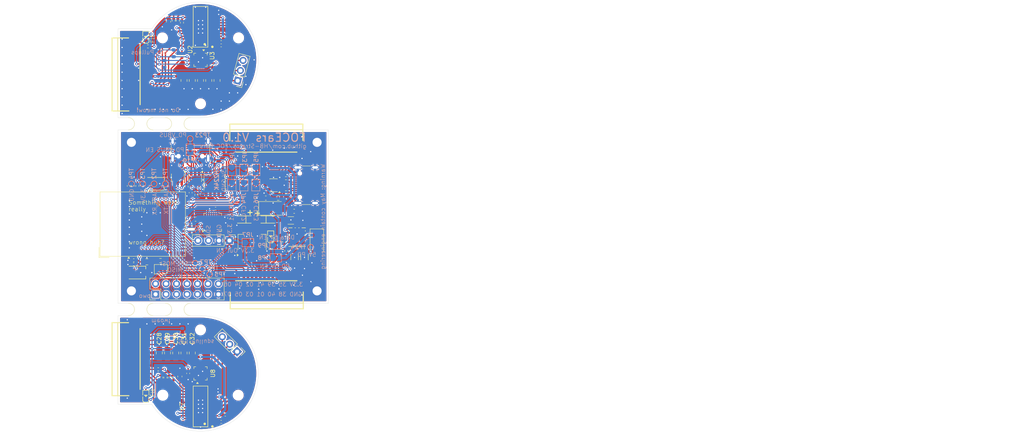
<source format=kicad_pcb>
(kicad_pcb (version 20241229) (generator "pcbnew") (generator_version "9.0")
  (layers (0 "F.Cu" signal) (2 "B.Cu" signal) (13 "F.Paste" user) (15 "B.Paste" user) (5 "F.SilkS" user "F.Silkscreen") (7 "B.SilkS" user "B.Silkscreen") (1 "F.Mask" user) (3 "B.Mask" user) (25 "Edge.Cuts" user))
  (net 0 "")
  (net 1 "GND")
  (net 2 "/ESP_PWR/+5V_PD")
  (net 3 "Net-(LED1-K)")
  (net 4 "Net-(D7-DIN)")
  (net 5 "Net-(U13-REGOUT)")
  (net 7 "/DB_1/MOT_P3")
  (net 8 "/DB_1/SPI_CLK")
  (net 9 "Net-(LED2-K)")
  (net 10 "/EN")
  (net 11 "Net-(U13-CPOUT)")
  (net 12 "Net-(J1-CC1)")
  (net 13 "/DB_1/SPI_MISO")
  (net 14 "/SFOC_Mini_1_IN1")
  (net 15 "/SFOC_Mini_2_EN")
  (net 16 "/SFOC_Mini_2_IN3")
  (net 18 "/DB_1/MOT_P1")
  (net 19 "Net-(J1-CC2)")
  (net 21 "/SFOC_Mini_2_IN2")
  (net 24 "/I2C_SDA")
  (net 25 "/I2C_SCL")
  (net 26 "/SFOC_Mini_2_IN1")
  (net 27 "/SFOC_Mini_1_EN")
  (net 28 "/SFOC_Mini_1_IN2")
  (net 29 "/SFOC_Mini_1_IN3")
  (net 30 "/DB_1/MOT_P2")
  (net 31 "Net-(U2-VCP)")
  (net 33 "/DB_2/SPI_CLK")
  (net 34 "/DB_2/SPI_MISO")
  (net 36 "Net-(J2-CC2)")
  (net 37 "Net-(J2-CC1)")
  (net 38 "Net-(U4-VBUS)")
  (net 39 "Net-(D1-K)")
  (net 40 "Net-(D8-K)")
  (net 41 "+3V3")
  (net 42 "Net-(JP8-A)")
  (net 48 "Net-(LED3-K)")
  (net 49 "Net-(U2-CP2)")
  (net 50 "Net-(U2-CP1)")
  (net 51 "/USBD-")
  (net 52 "/USBD+")
  (net 53 "Net-(U6-FB)")
  (net 55 "Net-(U2-V3P3OUT)")
  (net 58 "/SPI_MOSI")
  (net 59 "/SPI_CLK")
  (net 60 "/SPI_CS_SFOC2")
  (net 61 "/SPI_MISO")
  (net 62 "/SPI_CS_SFOC1")
  (net 63 "/DB_2/MOT_P1")
  (net 64 "/DB_2/MOT_P3")
  (net 65 "/DB_2/MOT_P2")
  (net 66 "/BOOT")
  (net 68 "/LED_RGB")
  (net 70 "Net-(U4-CC2)")
  (net 71 "Net-(U4-CC1)")
  (net 83 "Net-(U10-VBUS)")
  (net 90 "/Accelerometer/INT")
  (net 94 "/PD/VDD_CFG")
  (net 95 "/PD/VBUS")
  (net 96 "/Data/USBCD-")
  (net 97 "/Data/USBCD+")
  (net 98 "/PD/USBCD-")
  (net 99 "/PD/USBCD+")
  (net 100 "/PD/CFG1")
  (net 101 "/PD/CFG2")
  (net 102 "/PD/CFG3")
  (net 103 "/ESP_PWR/+3V3")
  (net 104 "/PD/USBD+")
  (net 105 "/PD/USBD-")
  (net 106 "Net-(U7-CP2)")
  (net 107 "Net-(U7-CP1)")
  (net 108 "Net-(U7-VCP)")
  (net 109 "Net-(U7-V3P3OUT)")
  (net 110 "/DB_1/SFOC_Mini_1_EN")
  (net 111 "/DB_1/SFOC_Mini_1/nFlt")
  (net 112 "/DB_1/SFOC_Mini_Slp")
  (net 113 "/DB_1/SFOC_Mini_1/nRes")
  (net 114 "/DB_2/SFOC_Mini_1_EN")
  (net 115 "/DB_2/SFOC_Mini_1/nFlt")
  (net 116 "/DB_2/SFOC_Mini_Slp")
  (net 117 "/DB_2/SFOC_Mini_1/nRes")
  (net 118 "/DB_1/SFOC_Mini_1_IN3")
  (net 119 "/DB_1/SFOC_Mini_1_IN1")
  (net 120 "/DB_1/SFOC_Mini_1_IN2")
  (net 132 "/DB_2/SFOC_Mini_1_IN1")
  (net 134 "/DB_2/SFOC_Mini_1_IN3")
  (net 136 "/DB_2/SFOC_Mini_1_IN2")
  (net 137 "/DB_1/GND")
  (net 138 "/DB_1/+3V3")
  (net 139 "/DB_1/PD_VBUS")
  (net 140 "/DB_2/+3V3")
  (net 141 "/DB_2/GND")
  (net 142 "/Data_VBUS")
  (net 143 "/DB_2/PD_VBUS")
  (net 144 "/PD_VBUS")
  (net 145 "/DB_1/SPI_CS_SFOC")
  (net 146 "/DB_2/SPI_CS_SFOC")
  (net 147 "Net-(U9-TXD0)")
  (net 148 "Net-(U9-RXD0)")
  (net 153 "/DB_1/SFOC_Mini_1/EN")
  (net 154 "/DB_2/SFOC_Mini_1/EN")
  (net 157 "/IO4")
  (net 158 "/IO1")
  (net 159 "/IO6")
  (net 160 "/IO7")
  (net 161 "/IO3")
  (net 162 "/IO2")
  (net 163 "/IO5")
  (net 164 "/IO40")
  (net 165 "/IO38")
  (net 166 "/IO39")
  (net 167 "/IO41")
  (net 168 "/IO35")
  (footprint "Fiducial:Fiducial_1mm_Mask2mm" (layer "F.Cu") (at 55.25 74 180)
    (property "Reference" "FID1" (hide yes))
    (property "Value" "Fiducial")
  )
  (footprint "Capacitor_SMD:C_1206_3216Metric" (layer "F.Cu") (at 93.7 102.8 -90)
    (property "Reference" "C9" (hide yes))
    (property "Value" "47u")
  )
  (footprint "Package_TO_SOT_SMD:SOT-23-6" (layer "F.Cu") (at 63 83.6 -90)
    (property "Reference" "U12" (hide yes))
    (property "Value" "USBLC6-2SC6")
  )
  (footprint "Capacitor_SMD:C_0402_1005Metric" (layer "F.Cu") (at 73.5 51.5 180)
    (property "Reference" "C1" (hide yes))
    (property "Value" "10n")
  )
  (footprint "Capacitor_SMD:C_0603_1608Metric" (layer "F.Cu") (at 67.3 93.6 180)
    (property "Reference" "C23" (hide yes))
    (property "Value" "2n2")
  )
  (footprint "Capacitor_SMD:C_0805_2012Metric" (layer "F.Cu") (at 68.5 60 -90)
    (property "Reference" "C14" (hide yes))
    (property "Value" "22u")
  )
  (footprint "Capacitor_SMD:C_0603_1608Metric" (layer "F.Cu") (at 63.5 131.75 -90)
    (property "Reference" "C27" (hide yes))
    (property "Value" "470n")
  )
  (footprint "Package_DFN_QFN:QFN-16-1EP_3x3mm_P0.5mm_EP1.7x1.7mm" (layer "F.Cu") (at 68.5 131 90)
    (property "Reference" "U8")
    (property "Value" "MT6701QT")
  )
  (footprint "Capacitor_SMD:C_0805_2012Metric" (layer "F.Cu") (at 66.5 126.05 90)
    (property "Reference" "C32")
    (property "Value" "22u")
  )
  (footprint "MountingHole:MountingHole_2.2mm_M2_DIN965_Pad_TopBottom" (layer "F.Cu") (at 96.75 75)
    (property "Reference" "H8" (hide yes))
    (property "Value" "MountingHole_Pad" (hide yes))
  )
  (footprint "mouse-bite-3mm-slot" (layer "F.Cu") (at 54 115.5)
    (property "Reference" "mouse-bite-3mm-slot" (hide yes))
    (property "Value" "VAL**" (hide yes))
  )
  (footprint "Connector_PinHeader_2.54mm:PinHeader_2x07_P2.54mm_Vertical" (layer "F.Cu") (at 57.605 111.814083 90)
    (property "Reference" "J4" (hide yes))
    (property "Value" "Conn_02x07_Top_Bottom")
  )
  (footprint "Connector_PinHeader_2.54mm:PinHeader_1x04_P2.54mm_Vertical" (layer "F.Cu") (at 75.51 98.8 -90)
    (property "Reference" "J3" (hide yes))
    (property "Value" "I2C_DistanceSensor")
  )
  (footprint "Resistor_SMD:R_0402_1005Metric" (layer "F.Cu") (at 62 45.5 90)
    (property "Reference" "R12" (hide yes))
    (property "Value" "10k")
  )
  (footprint "MountingHole:MountingHole_2.2mm_M2" (layer "F.Cu") (at 68.5 65.65 90)
    (property "Reference" "H1" (hide yes))
    (property "Value" "MountingHole")
  )
  (footprint "Capacitor_SMD:C_0603_1608Metric" (layer "F.Cu") (at 60.75 45.75 90)
    (property "Reference" "C4" (hide yes))
    (property "Value" "470n")
  )
  (footprint "EasyEDA:CAP-SMD_L3.2-W1.6-RD-C7171" (layer "F.Cu") (at 84.789999 93.7)
    (property "Reference" "C36" (hide yes))
    (property "Value" "TAJA106K016RNJ")
  )
  (footprint "Resistor_SMD:R_0402_1005Metric" (layer "F.Cu") (at 63 45.5 90)
    (property "Reference" "R4" (hide yes))
    (property "Value" "10k")
  )
  (footprint "Resistor_SMD:R_0402_1005Metric" (layer "F.Cu") (at 89.2 87.1)
    (property "Reference" "R5" (hide yes))
    (property "Value" "5k1")
  )
  (footprint "Capacitor_SMD:C_1206_3216Metric" (layer "F.Cu") (at 90.3875 93.924999)
    (property "Reference" "C8" (hide yes))
    (property "Value" "10u")
  )
  (footprint "EasyEDA:CONN-SMD_522071260" (layer "F.Cu") (at 53.9425 58.5 -90)
    (property "Reference" "FPC3" (hide yes))
    (property "Value" "522071260")
  )
  (footprint "Capacitor_SMD:C_0402_1005Metric" (layer "F.Cu") (at 73.5 50 180)
    (property "Reference" "C3" (hide yes))
    (property "Value" "100n")
  )
  (footprint "Package_DFN_QFN:QFN-16-1EP_3x3mm_P0.5mm_EP1.7x1.7mm" (layer "F.Cu") (at 68.5 55 -90)
    (property "Reference" "U3")
    (property "Value" "MT6701QT")
  )
  (footprint "Capacitor_SMD:C_0402_1005Metric" (layer "F.Cu") (at 73.5 142.75)
    (property "Reference" "C18" (hide yes))
    (property "Value" "10n")
  )
  (footprint "Capacitor_SMD:C_0603_1608Metric" (layer "F.Cu") (at 91.2 91.7 180)
    (property "Reference" "C21" (hide yes))
    (property "Value" "470n")
  )
  (footprint "Resistor_SMD:R_0402_1005Metric" (layer "F.Cu") (at 89.3 101.3 90)
    (property "Reference" "R9" (hide yes))
    (property "Value" "10k")
  )
  (footprint "Connector_USB:USB_C_Receptacle_GCT_USB4105-xx-A_16P_TopMnt_Horizontal" (layer "F.Cu") (at 66.05 75.758313 180)
    (property "Reference" "J2" (hide yes))
    (property "Value" "USB_C_Receptacle_USB2.0_16P")
  )
  (footprint "EasyEDA:CONN-SMD_522071260" (layer "F.Cu") (at 53.9425 127.5 -90)
    (property "Reference" "FPC4" (hide yes))
    (property "Value" "522071260")
  )
  (footprint "Capacitor_SMD:C_0805_2012Metric" (layer "F.Cu") (at 72.5 60 -90)
    (property "Reference" "C12" (hide yes))
    (property "Value" "22u")
  )
  (footprint "MountingHole:MountingHole_2.2mm_M2_DIN965_Pad_TopBottom" (layer "F.Cu") (at 51.75 111)
    (property "Reference" "H10" (hide yes))
    (property "Value" "MountingHole_Pad" (hide yes))
  )
  (footprint "MountingHole:MountingHole_2.2mm_M2_DIN965_Pad_TopBottom" (layer "F.Cu") (at 51.75 75)
    (property "Reference" "H7" (hide yes))
    (property "Value" "MountingHole_Pad" (hide yes))
  )
  (footprint "LED_SMD:LED_WS2812B-2020_PLCC4_2.0x2.0mm" (layer "F.Cu") (at 58.9 105.761687 180)
    (property "Reference" "D7" (hide yes))
    (property "Value" "WS2812B-2020")
  )
  (footprint "Capacitor_SMD:C_0805_2012Metric" (layer "F.Cu") (at 66.5 60 -90)
    (property "Reference" "C15" (hide yes))
    (property "Value" "22u")
  )
  (footprint "Capacitor_SMD:C_0402_1005Metric" (layer "F.Cu") (at 74.5 141)
    (property "Reference" "C26" (hide yes))
    (property "Value" "100n")
  )
  (footprint "EasyEDA:CONN-SMD_522071260" (layer "F.Cu") (at 84.5 108.4575)
    (property "Reference" "FPC1" (hide yes))
    (property "Value" "522071260")
  )
  (footprint "Capacitor_SMD:C_0402_1005Metric" (layer "F.Cu") (at 72.15 91.061687 180)
    (property "Reference" "C24" (hide yes))
    (property "Value" "100n")
  )
  (footprint "Fiducial:Fiducial_1mm_Mask2mm" (layer "F.Cu") (at 97.25 105.75)
    (property "Reference" "FID2" (hide yes))
    (property "Value" "Fiducial")
  )
  (footprint "Package_TO_SOT_SMD:SOT-223-3_TabPin2" (layer "F.Cu") (at 81 99.2 90)
    (property "Reference" "U5" (hide yes))
    (property "Value" "AMS1117-3.3")
  )
  (footprint "MountingHole:MountingHole_2.2mm_M2" (layer "F.Cu") (at 59.354772 136.28 -150)
    (property "Reference" "H6" (hide yes))
    (property "Value" "MountingHole" (hide yes))
  )
  (footprint "Resistor_SMD:R_0402_1005Metric" (layer "F.Cu") (at 85.508313 100.85 90)
    (property "Reference" "R20" (hide yes))
    (property "Value" "1k")
  )
  (footprint "Package_SO:SSOP-10-1EP_3.9x4.9mm_P1mm_EP2.1x3.3mm" (layer "F.Cu") (at 71.9 84.6 90)
    (property "Reference" "U4" (hide yes))
    (property "Value" "CH224K")
  )
  (footprint "Capacitor_SMD:C_1206_3216Metric" (layer "F.Cu") (at 91.3 102.775001 -90)
    (property "Reference" "C10" (hide yes))
    (property "Value" "47u")
  )
  (footprint "EasyEDA:CONN-SMD_522071260" (layer "F.Cu") (at 84.5 77.450813 180)
    (property "Reference" "FPC2" (hide yes))
    (property "Value" "522071260")
  )
  (footprint "Capacitor_SMD:C_0805_2012Metric" (layer "F.Cu") (at 62.5 126.05 90)
    (property "Reference" "C30")
    (property "Value" "22u")
  )
  (footprint "Resistor_SMD:R_0402_1005Metric" (layer "F.Cu") (at 66.4 96.711687 180)
    (property "Reference" "R19" (hide yes))
    (property "Value" "5k1")
  )
  (footprint "Package_TO_SOT_SMD:SOT-23-6" (layer "F.Cu") (at 67.2 83.6 -90)
    (property "Reference" "U11" (hide yes))
    (property "Value" "USBLC6-2SC6")
  )
  (footprint "Resistor_SMD:R_0402_1005Metric" (layer "F.Cu") (at 71.9 79.690001 -90)
    (property "Reference" "R8" (hide yes))
    (property "Value" "10k")
  )
  (footprint "EasyEDA:LED0603-RD" (layer "F.Cu") (at 55.25 49.5 90)
    (property "Reference" "LED1" (hide yes))
    (property "Value" "KT-0603R")
  )
  (footprint "Capacitor_SMD:C_0805_2012Metric" (layer "F.Cu") (at 64.5 60 -90)
    (property "Reference" "C17" (hide yes))
    (property "Value" "22u")
  )
  (footprint "Resistor_SMD:R_0402_1005Metric" (layer "F.Cu") (at 55.75 51.75)
    (property "Reference" "R2" (hide yes))
    (property "Value" "1k")
  )
  (footprint "Resistor_SMD:R_0402_1005Metric" (layer "F.Cu") (at 65.1 85.7 -90)
    (property "Reference" "R7" (hide yes))
    (property "Value" "1k")
  )
  (footprint "MountingHole:MountingHole_2.2mm_M2" (layer "F.Cu") (at 77.723171 49.675 -150)
    (property "Reference" "H2" (hide yes))
    (property "Value" "MountingHole")
  )
  (footprint "Capacitor_SMD:C_0402_1005Metric" (layer "F.Cu") (at 75.45 93.361687 90)
    (property "Reference" "C22" (hide yes))
    (property "Value" "100n")
  )
  (footprint "EasyEDA:CAP-SMD_L3.2-W1.6-RD-C7171" (layer "F.Cu") (at 79.110001 93.7 180)
    (property "Reference" "C35" (hide yes))
    (property "Value" "TAJA106K016RNJ")
  )
  (footprint "MountingHole:MountingHole_2.2mm_M2_DIN965_Pad_TopBottom" (layer "F.Cu") (at 96.75 111)
    (property "Reference" "H9" (hide yes))
    (property "Value" "MountingHole_Pad" (hide yes))
  )
  (footprint "Resistor_SMD:R_0402_1005Metric" (layer "F.Cu") (at 66.390003 95.411687 180)
    (property "Reference" "R18" (hide yes))
    (property "Value" "5k1")
  )
  (footprint "Resistor_SMD:R_0402_1005Metric" (layer "F.Cu") (at 64 54 -90)
    (property "Reference" "R1" (hide yes))
    (property "Value" "10k")
  )
  (footprint "Resistor_SMD:R_0603_1608Metric" (layer "F.Cu") (at 87.325 88.5)
    (property "Reference" "R22" (hide yes))
    (property "Value" "0R")
  )
  (footprint "Connector_USB:USB_C_Receptacle_GCT_USB4105-xx-A_16P_TopMnt_Horizontal" (layer "F.Cu") (at 95.19 85.4 90)
    (property "Reference" "J1" (hide yes))
    (property "Value" "USB_C_Receptacle_USB2.0_16P")
  )
  (footprint "Capacitor_SMD:C_0402_1005Metric" (layer "F.Cu") (at 52.3 104.561687)
    (property "Reference" "C7" (hide yes))
    (property "Value" "100n")
  )
  (footprint "EasyEDA:LED0603-RD" (layer "F.Cu") (at 55.25 136.5 90)
    (property "Reference" "LED2" (hide yes))
    (property "Value" "KT-0603R")
  )
  (footprint "Capacitor_SMD:C_0805_2012Metric" (layer "F.Cu") (at 64.5 126.05 90)
    (property "Reference" "C31")
    (property "Value" "22u")
  )
  (footprint "Resistor_SMD:R_0402_1005Metric" (layer "F.Cu") (at 67.5 87.74 -90)
    (property "Reference" "R11" (hide yes))
    (property "Value" "DNP")
  )
  (footprint "Resistor_SMD:R_0402_1005Metric" (layer "F.Cu") (at 88.8 99.1 90)
    (property "Reference" "R10" (hide yes))
    (property "Value" "1k37")
  )
  (footprint "Package_TO_SOT_SMD:SOT-23-6" (layer "F.Cu") (at 86.19 85.4 180)
    (property "Reference" "U10" (hide yes))
    (property "Value" "USBLC6-2SC6")
  )
  (footprint "Capacitor_SMD:C_0402_1005Metric" (layer "F.Cu") (at 52.32 103.561687)
    (property "Reference" "C39" (hide yes))
    (property "Value" "100n")
  )
  (footprint "Resistor_SMD:R_0402_1005Metric" (layer "F.Cu") (at 59 132 -90)
    (property "Reference" "R14" (hide yes))
    (property "Value" "1k")
  )
  (footprint "RF_Module:ESP32-S2-MINI-1" (layer "F.Cu") (at 54.5 94.82 90)
    (property "Reference" "U9" (hide yes))
    (property "Value" "ESP32-S3-MINI-1")
  )
  (footprint "Capacitor_SMD:C_0603_1608Metric" (layer "F.Cu") (at 84.325 88.5)
    (property "Reference" "C20" (hide yes))
    (property "Value" "470n")
  )
  (footprint "EasyEDA:SW-SMD_L3.9-W3.0-P4.45" (layer "F.Cu") (at 57.7 85.061687 180)
    (property "Reference" "SW1" (hide yes))
    (property "Value" "TS-1088-AR02016")
  )
  (footprint "Resistor_SMD:R_0402_1005Metric" (layer "F.Cu") (at 89.2 83.691687)
    (property "Reference" "R6" (hide yes))
    (property "Value" "5k1")
  )
  (footprint "mouse-bite-3mm-slot" (layer "F.Cu") (at 63 115.5)
    (property "Reference" "mouse-bite-3mm-slot" (hide yes))
    (property "Value" "VAL**" (hide yes))
  )
  (footprint "Capacitor_SMD:C_0402_1005Metric" (layer "F.Cu") (at 75.45 95.361687 -90)
    (property "Reference" "C25" (hide yes))
    (property "Value" "10n")
  )
  (footprint "Fiducial:Fiducial_1mm_Mask2mm" (layer "F.Cu") (at 97 78.75)
    (property "Reference" "FID3" (hide yes))
    (property "Value" "Fiducial")
  )
  (footprint "Capacitor_SMD:C_0402_1005Metric" (layer "F.Cu") (at 71.25 56.23 90)
    (property "Reference" "C2" (hide yes))
    (property "Value" "100n")
  )
  (footprint "Resistor_SMD:R_0402_1005Metric" (layer "F.Cu") (at 61 132.01 -90)
    (property "Reference" "R16" (hide yes))
    (property "Value" "10k")
  )
  (footprint "Resistor_SMD:R_0402_1005Metric" (layer "F.Cu") (at 53.2 85.561687 -90)
    (property "Reference" "R23" (hide yes))
    (property "Value" "10k")
  )
  (footprint "Capacitor_SMD:C_0402_1005Metric" (layer "F.Cu") (at 52.1 85.561687 -90)
    (property "Reference" "C6" (hide yes))
    (property "Value" "100n")
  )
  (footprint "EasyEDA:SW-SMD_L3.9-W3.0-P4.45" (layer "F.Cu") (at 53.2 106.561687 180)
    (property "Reference" "SW2" (hide yes))
    (property "Value" "TS-1088-AR02016")
  )
  (footprint "MountingHole:MountingHole_2.2mm_M2" (layer "F.Cu") (at 59.276829 49.675 -30)
    (property "Reference" "H3" (hide yes))
    (property "Value" "MountingHole")
  )
  (footprint "Diode_SMD:D_SMA" (layer "F.Cu") (at 86.125 91)
    (property "Reference" "D1" (hide yes))
    (property "Value" "SS14")
  )
  (footprint "EasyEDA:LED0603-RD" (layer "F.Cu") (at 85.508313 97.85 90)
    (property "Reference" "LED3" (hide yes))
    (property "Value" "KT-0603R")
  )
  (footprint "Capacitor_SMD:C_0805_2012Metric" (layer "F.Cu") (at 55.5 103.961687)
    (property "Reference" "C38" (hide yes))
    (property "Value" "22u")
  )
  (footprint "Capacitor_SMD:C_0805_2012Metric" (layer "F.Cu") (at 70.5 60 -90)
    (property "Reference" "C13" (hide yes))
    (property "Value" "22u")
  )
  (footprint "EasyEDA:QFN-9_L4.5-W4.0_TPSM84209RKHR" (layer "F.Cu") (at 91.9 97.3725)
    (property "Reference" "U6" (hide yes))
    (property "Value" "TPSM84209RKHR")
  )
  (footprint "EasyEDA:HTSSOP-28_L9.8-W4.5-P0.65-LS6.6-BL-EP" (layer "F.Cu") (at 68.5 47 90)
    (property "Reference" "U2")
    (property "Value" "DRV8313PWPR")
  )
  (footprint "Resistor_SMD:R_0402_1005Metric" (layer "F.Cu") (at 62 132 -90)
    (property "Reference" "R17" (hide yes))
    (property "Value" "10k")
  )
  (footprint "Capacitor_SMD:C_0402_1005Metric" (layer "F.Cu") (at 65.5 131 90)
    (property "Reference" "C19" (hide yes))
    (property "Value" "100n")
  )
  (footprint "Connector_PinHeader_2.54mm:PinHeader_1x03_P2.54mm_Vertical" (layer "F.Cu") (at 77.501858 60.041642 165)
    (property "Reference" "J5" (hide yes))
    (property "Value" "Conn_01x03_Pin")
  )
  (footprint "Resistor_SMD:R_0402_1005Metric" (layer "F.Cu") (at 64 46 90)
    (property "Reference" "R3" (hide yes))
    (property "Value" "10k")
  )
  (footprint "Capacitor_SMD:C_0402_1005Metric" (layer "F.Cu") (at 66.1 87.2 -90)
    (property "Reference" "C5" (hide yes))
    (property "Value" "1u")
  )
  (footprint "Resistor_SMD:R_0603_1608Metric" (layer "F.Cu") (at 58.8 103.661687 180)
    (property "Reference" "R21" (hide yes))
    (property "Value" "0R")
  )
  (footprint "Capacitor_SMD:C_0805_2012Metric" (layer "F.Cu") (at 58.5 126.05 90)
    (property "Reference" "C28")
    (property "Value" "22u")
  )
  (footprint "Diode_SMD:D_SMA" (layer "F.Cu") (at 96.7 99.5 -90)
    (property "Reference" "D8" (hide yes))
    (property "Value" "SS14")
  )
  (footprint "MountingHole:MountingHole_2.2mm_M2" (layer "F.Cu") (at 77.645228 136.28 -30)
    (property "Reference" "H4" (hide yes))
    (property "Value" "MountingHole" (hide yes))
  )
  (footprint "MountingHole:MountingHole_2.2mm_M2" (layer "F.Cu") (at 68.5 120.44 90)
    (property "Reference" "H5" (hide yes))
    (property "Value" "MountingHole" (hide yes))
  )
  (footprint "Connector_PinHeader_2.54mm:PinHeader_1x03_P2.54mm_Vertical" (layer "F.Cu") (at 77.367119 125.724983 -135)
    (property "Reference" "J6" (hide yes))
    (property "Value" "Conn_01x03_Pin")
  )
  (footprint "Sensor_Motion:InvenSense_QFN-24_4x4mm_P0.5mm" (layer "F.Cu") (at 71.45 94.361687 90)
    (property "Reference" "U13" (hide yes))
    (property "Value" "MPU-6050")
  )
  (footprint "mouse-bite-3mm-slot" (layer "F.Cu") (at 54 70.5)
    (property "Reference" "mouse-bite-3mm-slot" (hide yes))
    (property "Value" "VAL**" (hide yes))
  )
  (footprint "EasyEDA:HTSSOP-28_L9.8-W4.5-P0.65-LS6.6-BL-EP" (layer "F.Cu") (at 68.5 139 90)
    (property "Reference" "U7")
    (property "Value" "DRV8313PWPR")
  )
  (footprint "Capacitor_SMD:C_0805_2012Metric" (layer "F.Cu") (at 60.5 126.05 90)
    (property "Reference" "C29")
    (property "Value" "22u")
  )
  (footprint "Resistor_SMD:R_0402_1005Metric" (layer "F.Cu") (at 58.25 130 180)
    (property "Reference" "R13" (hide yes))
    (property "Value" "10k")
  )
  (footprint "Capacitor_SMD:C_0402_1005Metric" (layer "F.Cu") (at 51.1 85.561687 -90)
    (property "Reference" "C37" (hide yes))
    (property "Value" "1u")
  )
  (footprint "mouse-bite-3mm-slot" (layer "F.Cu") (at 63 70.5)
    (property "Reference" "mouse-bite-3mm-slot" (hide yes))
    (property "Value" "VAL**" (hide yes))
  )
  (footprint "Resistor_SMD:R_0402_1005Metric" (layer "F.Cu") (at 60 132.01 -90)
    (property "Reference" "R15" (hide yes))
    (property "Value" "10k")
  )
  (footprint "TestPoint:TestPoint_Pad_D1.0mm" (layer "B.Cu") (at 54.5 85.061687 180)
    (property "Reference" "TP3")
    (property "Value" "TestPoint")
  )
  (footprint "TestPoint:TestPoint_Pad_D1.0mm" (layer "B.Cu") (at 68.9 105.7 -90)
    (property "Reference" "TP6")
    (property "Value" "TestPoint")
  )
  (footprint "Jumper:SolderJumper-2_P1.3mm_Open_TrianglePad1.0x1.5mm" (layer "B.Cu") (at 79.975001 99.3)
    (property "Reference" "JP7")
    (property "Value" "SolderJumper_2_Open" (hide yes))
  )
  (footprint "Jumper:SolderJumper-2_P1.3mm_Open_TrianglePad1.0x1.5mm" (layer "B.Cu") (at 86.724999 103)
    (property "Reference" "JP8")
    (property "Value" "SolderJumper_2_Open" (hide yes))
  )
  (footprint "Jumper:SolderJumper-2_P1.3mm_Open_TrianglePad1.0x1.5mm" (layer "B.Cu") (at 81.9 85.375 -90)
    (property "Reference" "JP6")
    (property "Value" "SolderJumper_2_Open" (hide yes))
  )
  (footprint "TestPoint:TestPoint_Pad_D1.0mm" (layer "B.Cu") (at 66 74.1 180)
    (property "Reference" "TP23")
    (property "Value" "TestPoint")
  )
  (footprint "TestPoint:TestPoint_Pad_D1.0mm" (layer "B.Cu") (at 60 85.061687 180)
    (property "Reference" "TP1")
    (property "Value" "TestPoint")
  )
  (footprint "Resistor_SMD:R_0603_1608Metric" (layer "B.Cu") (at 62 53.425 -90)
    (property "Reference" "R24" (hide yes))
    (property "Value" "5k1")
  )
  (footprint "TestPoint:TestPoint_Pad_D1.0mm" (layer "B.Cu") (at 57.25 85.061687 180)
    (property "Reference" "TP2")
    (property "Value" "TestPoint")
  )
  (footprint "TestPoint:TestPoint_Pad_D1.0mm" (layer "B.Cu") (at 70.7 107 -90)
    (property "Reference" "TP5")
    (property "Value" "TestPoint")
  )
  (footprint "Jumper:SolderJumper-2_P1.3mm_Open_TrianglePad1.0x1.5mm" (layer "B.Cu") (at 76.1 85.375 -90)
    (property "Reference" "JP2")
    (property "Value" "SolderJumper_2_Open" (hide yes))
  )
  (footprint "TestPoint:TestPoint_Pad_D1.0mm" (layer "B.Cu") (at 51.75 85.061687 180)
    (property "Reference" "TP4")
    (property "Value" "TestPoint")
  )
  (footprint "Jumper:SolderJumper-2_P1.3mm_Open_TrianglePad1.0x1.5mm" (layer "B.Cu") (at 81.9 81.675 -90)
    (property "Reference" "JP5")
    (property "Value" "SolderJumper_2_Open" (hide yes))
  )
  (footprint "Resistor_SMD:R_0603_1608Metric" (layer "B.Cu") (at 64.1 120.9 -90)
    (property "Reference" "R26" (hide yes))
    (property "Value" "5k1")
  )
  (footprint "Jumper:SolderJumper-2_P1.3mm_Open_TrianglePad1.0x1.5mm" (layer "B.Cu") (at 76.1 81.675 -90)
    (property "Reference" "JP1")
    (property "Value" "SolderJumper_2_Open" (hide yes))
  )
  (footprint "Resistor_SMD:R_0603_1608Metric" (layer "B.Cu") (at 59.75 56 90)
    (property "Reference" "R25" (hide yes))
    (property "Value" "5k1")
  )
  (footprint "Jumper:SolderJumper-2_P1.3mm_Open_TrianglePad1.0x1.5mm" (layer "B.Cu") (at 86.7 99.92)
    (property "Reference" "JP9")
    (property "Value" "SolderJumper_2_Open" (hide yes))
  )
  (footprint "Resistor_SMD:R_0603_1608Metric" (layer "B.Cu") (at 61.5 123.3 90)
    (property "Reference" "R27" (hide yes))
    (property "Value" "5k1")
  )
  (footprint "Jumper:SolderJumper-2_P1.3mm_Open_TrianglePad1.0x1.5mm" (layer "B.Cu") (at 79 85.375 -90)
    (property "Reference" "JP4")
    (property "Value" "SolderJumper_2_Open" (hide yes))
  )
  (footprint "Jumper:SolderJumper-2_P1.3mm_Open_TrianglePad1.0x1.5mm" (layer "B.Cu") (at 79 81.675 -90)
    (property "Reference" "JP3")
    (property "Value" "SolderJumper_2_Open" (hide yes))
  )
  (footprint "TestPoint:TestPoint_Pad_D1.0mm" (layer "B.Cu") (at 95.2 100.399999 -90)
    (property "Reference" "TP24")
    (property "Value" "TestPoint")
  )
  (footprint "TestPoint:TestPoint_Pad_D1.0mm" (layer "B.Cu") (at 67.2 104.3 -90)
    (property "Reference" "TP7")
    (property "Value" "TestPoint")
  )
  (footprint "Jumper:SolderJumper-2_P1.3mm_Open_TrianglePad1.0x1.5mm" (layer "B.Cu") (at 66 76.8 -90)
    (property "Reference" "JP10")
    (property "Value" "SolderJumper_2_Open")
  )
  (gr_arc (start 66 117) (mid 64.5 115.5) (end 66 114) (stroke (width 0.05)) (layer "Edge.Cuts"))
  (gr_arc (start 56.67841 47.5) (mid 80.767844 48.254631) (end 68.5 69) (stroke (width 0.05)) (layer "Edge.Cuts"))
  (gr_line (start 48.5 69) (end 51 69) (stroke (width 0.05)) (layer "Edge.Cuts"))
  (gr_line (start 48.5 138.5) (end 48.5 117) (stroke (width 0.05)) (layer "Edge.Cuts"))
  (gr_line (start 99.5 72) (end 68.5 72) (stroke (width 0.05)) (layer "Edge.Cuts"))
  (gr_line (start 66 72) (end 68.5 72) (stroke (width 0.05)) (layer "Edge.Cuts"))
  (gr_arc (start 57 117) (mid 55.5 115.5) (end 57 114) (stroke (width 0.05)) (layer "Edge.Cuts"))
  (gr_line (start 51 72) (end 48.5 72) (stroke (width 0.05)) (layer "Edge.Cuts"))
  (gr_line (start 48.5 47.5) (end 56.67841 47.5) (stroke (width 0.05)) (layer "Edge.Cuts"))
  (gr_arc (start 60 114) (mid 61.5 115.5) (end 60 117) (stroke (width 0.05)) (layer "Edge.Cuts"))
  (gr_line (start 48.5 114) (end 51 114) (stroke (width 0.05)) (layer "Edge.Cuts"))
  (gr_line (start 66 117) (end 68.5 117) (stroke (width 0.05)) (layer "Edge.Cuts"))
  (gr_line (start 68.5 114) (end 99.5 114) (stroke (width 0.05)) (layer "Edge.Cuts"))
  (gr_line (start 48.5 47.5) (end 48.5 69) (stroke (width 0.05)) (layer "Edge.Cuts"))
  (gr_line (start 51 117) (end 48.5 117) (stroke (width 0.05)) (layer "Edge.Cuts"))
  (gr_line (start 57 114) (end 60 114) (stroke (width 0.05)) (layer "Edge.Cuts"))
  (gr_arc (start 60 69) (mid 61.5 70.5) (end 60 72) (stroke (width 0.05)) (layer "Edge.Cuts"))
  (gr_line (start 48.5 138.5) (end 56.67841 138.5) (stroke (width 0.05)) (layer "Edge.Cuts"))
  (gr_arc (start 57 72) (mid 55.5 70.5) (end 57 69) (stroke (width 0.05)) (layer "Edge.Cuts"))
  (gr_arc (start 66 72) (mid 64.5 70.5) (end 66 69) (stroke (width 0.05)) (layer "Edge.Cuts"))
  (gr_line (start 99.5 114) (end 99.5 72) (stroke (width 0.05)) (layer "Edge.Cuts"))
  (gr_line (start 57 69) (end 60 69) (stroke (width 0.05)) (layer "Edge.Cuts"))
  (gr_line (start 60 117) (end 57 117) (stroke (width 0.05)) (layer "Edge.Cuts"))
  (gr_arc (start 68.5 117) (mid 80.767844 137.745369) (end 56.67841 138.5) (stroke (width 0.05)) (layer "Edge.Cuts"))
  (gr_arc (start 51 114) (mid 52.5 115.5) (end 51 117) (stroke (width 0.05)) (layer "Edge.Cuts"))
  (gr_line (start 68.5 68.999999) (end 66 69) (stroke (width 0.05)) (layer "Edge.Cuts"))
  (gr_line (start 68.5 113.999999) (end 66 114) (stroke (width 0.05)) (layer "Edge.Cuts"))
  (gr_arc (start 51 69) (mid 52.5 70.5) (end 51 72) (stroke (width 0.05)) (layer "Edge.Cuts"))
  (gr_line (start 60 72) (end 57 72) (stroke (width 0.05)) (layer "Edge.Cuts"))
  (gr_line (start 48.5 72) (end 48.5 114) (stroke (width 0.05)) (layer "Edge.Cuts"))
  (gr_text "Flt" (at 57.5 51 90) (layer "F.SilkS") (effects (font (size 1 1) (thickness 0.1)) (justify left bottom)))
  (gr_text "Flt" (at 57.5 136.75 90) (layer "F.SilkS") (effects (font (size 1 1) (thickness 0.1)) (justify left bottom)))
  (gr_text "Something went \nreally \n\n\n\n\nwrong huh?" (at 51 89 0) (layer "F.SilkS") (effects (font (size 1 1) (thickness 0.1)) (justify left top)))
  (gr_text "UART_RX" (at 58 86.2 90) (layer "B.SilkS") (effects (font (size 1 1) (thickness 0.1)) (justify left bottom mirror)))
  (gr_text "owo" (at 56.5 112.75 0) (layer "B.SilkS") (effects (font (size 1 1) (thickness 0.1)) (justify left bottom mirror)))
  (gr_text "PD VBUS EN" (at 64.6 77.4 0) (layer "B.SilkS") (effects (font (size 1 1) (thickness 0.1)) (justify left bottom mirror)))
  (gr_text "3.3V" (at 74.8 80 90) (layer "B.SilkS") (effects (font (size 1 1) (thickness 0.1)) (justify left bottom mirror)))
  (gr_text "SPI_MISO" (at 67.35 106.5 0) (layer "B.SilkS") (effects (font (size 1 1) (thickness 0.1)) (justify left bottom mirror)))
  (gr_text "meow!" (at 56.5 117.75 180) (layer "B.SilkS") (effects (font (size 1 1) (thickness 0.1)) (justify left bottom mirror)))
  (gr_text "SPI Pullups" (at 63 122.75 180) (layer "B.SilkS") (effects (font (size 1 1) (thickness 0.1)) (justify left bottom mirror)))
  (gr_text "github.com/HB-Stratos/FOC_Ears" (at 94.25 76.5 0) (layer "B.SilkS") (effects (font (size 1 1) (thickness 0.1)) (justify left bottom mirror)))
  (gr_text "CFG2" (at 79.6 90.2 90) (layer "B.SilkS") (effects (font (size 1 1) (thickness 0.1)) (justify left bottom mirror)))
  (gr_text "SPI_MOSI\n" (at 65.6 105 -0) (layer "B.SilkS") (effects (font (size 1 1) (thickness 0.1)) (justify left bottom mirror)))
  (gr_text "Do not meow!" (at 63.5 67.75 0) (layer "B.SilkS") (effects (font (size 1 1) (thickness 0.1)) (justify left bottom mirror)))
  (gr_text "5V PD" (at 96.6 102.8 0) (layer "B.SilkS") (effects (font (size 1 1) (thickness 0.1)) (justify left bottom mirror)))
  (gr_text "Warning: May contain engineering" (at 98.75 93 90) (layer "B.SilkS") (effects (font (size 1 1) (thickness 0.1)) (justify bottom mirror)))
  (gr_text "3.3V 35 39 41 02 04 06" (at 93.4 110 0) (layer "B.SilkS") (effects (font (size 1 1) (thickness 0.1)) (justify left bottom mirror)))
  (gr_text "GND 38 40 01 03 05 07" (at 93.2 112.4 0) (layer "B.SilkS") (effects (font (size 1 1) (thickness 0.1)) (justify left bottom mirror)))
  (gr_text "SPI_CLK" (at 69.1 108 0) (layer "B.SilkS") (effects (font (size 1 1) (thickness 0.1)) (justify left bottom mirror)))
  (gr_text "CFG3" (at 82.6 90.2 90) (layer "B.SilkS") (effects (font (size 1 1) (thickness 0.1)) (justify left bottom mirror)))
  (gr_text "PD 5V EN" (at 90.2 105.6 0) (layer "B.SilkS") (effects (font (size 1 1) (thickness 0.1)) (justify left bottom mirror)))
  (gr_text "CH224K" (at 73 80.6 90) (layer "B.SilkS") (effects (font (size 1 1) (thickness 0.2) (bold yes)) (justify left bottom mirror)))
  (gr_text "GND" (at 73.6 94.8 90) (layer "B.SilkS") (effects (font (size 1 1) (thickness 0.1)) (justify left bottom mirror)))
  (gr_text "SCL" (at 68.4 95 90) (layer "B.SilkS") (effects (font (size 1 1) (thickness 0.1)) (justify left bottom mirror)))
  (gr_text "3.3V\n" (at 76.2 94.6 90) (layer "B.SilkS") (effects (font (size 1 1) (thickness 0.1)) (justify left bottom mirror)))
  (gr_text "3.3V" (at 55.2 86.2 90) (layer "B.SilkS") (effects (font (size 1 1) (thickness 0.1)) (justify left bottom mirror)))
  (gr_text "SPI Pullups" (at 60.5 53.75 0) (layer "B.SilkS") (effects (font (size 1 1) (thickness 0.1)) (justify left bottom mirror)))
  (gr_text "Data 5V EN" (at 91.4 98.6 0) (layer "B.SilkS") (effects (font (size 1 1) (thickness 0.1)) (justify left bottom mirror)))
  (gr_text "SDA" (at 71 95 90) (layer "B.SilkS") (effects (font (size 1 1) (thickness 0.1)) (justify left bottom mirror)))
  (gr_text "3.3V Out EN" (at 81.6 101.8 0) (layer "B.SilkS") (effects (font (size 1 1) (thickness 0.1)) (justify left bottom mirror)))
  (gr_text "PD_VBUS" (at 65.2 73.8 0) (layer "B.SilkS") (effects (font (size 1 1) (thickness 0.1)) (justify left bottom mirror)))
  (gr_text "CFG1" (at 76.6 90.2 90) (layer "B.SilkS") (effects (font (size 1 1) (thickness 0.1)) (justify left bottom mirror)))
  (gr_text "UART_TX" (at 60.8 86.2 90) (layer "B.SilkS") (effects (font (size 1 1) (thickness 0.1)) (justify left bottom mirror)))
  (gr_text "FOCEars V1.0" (at 94.25 75 0) (layer "B.SilkS") (effects (font (size 2 2) (thickness 0.25)) (justify left bottom mirror)))
  (gr_text "GND" (at 52.4 86.2 90) (layer "B.SilkS") (effects (font (size 1 1) (thickness 0.1)) (justify left bottom mirror)))
  (gr_text "GND" (at 74.8 83.8 90) (layer "B.SilkS") (effects (font (size 1 1) (thickness 0.1)) (justify left bottom mirror)))
  (segment (start 88.8 98.590001) (end 88.8 98.003634) (width 0.3) (layer "F.Cu") (net 1))
  (segment (start 69.5 96.311687) (end 70.2 96.311687) (width 0.3) (layer "F.Cu") (net 1))
  (segment (start 75.431687 92.9) (end 75.45 92.881687) (width 0.25) (layer "F.Cu") (net 1))
  (segment (start 73.4 94.611687) (end 74.505 94.611687) (width 0.3) (layer "F.Cu") (net 1))
  (segment (start 70.2 91.6) (end 70.7 91.1) (width 0.3) (layer "F.Cu") (net 1))
  (segment (start 74.616687 94.516687) (end 74.981687 94.881687) (width 0.3) (layer "F.Cu") (net 1))
  (segment (start 88.8 98.003634) (end 89.002973 97.800661) (width 0.3) (layer "F.Cu") (net 1))
  (segment (start 70.7 91.1) (end 71.631687 91.1) (width 0.3) (layer "F.Cu") (net 1))
  (segment (start 74.357121 93.154566) (end 73.9 93.611687) (width 0.25) (layer "F.Cu") (net 1))
  (segment (start 70.2 92.411687) (end 70.2 91.6) (width 0.3) (layer "F.Cu") (net 1))
  (segment (start 74.375 93.154566) (end 74.629566 92.9) (width 0.25) (layer "F.Cu") (net 1))
  (segment (start 71.631687 91.1) (end 71.67 91.061687) (width 0.3) (layer "F.Cu") (net 1))
  (segment (start 74.629566 92.9) (end 75.431687 92.9) (width 0.25) (layer "F.Cu") (net 1))
  (segment (start 73.9 93.611687) (end 73.4 93.611687) (width 0.25) (layer "F.Cu") (net 1))
  (segment (start 74.6 94.516687) (end 74.616687 94.516687) (width 0.3) (layer "F.Cu") (net 1))
  (segment (start 74.505 94.611687) (end 74.6 94.516687) (width 0.3) (layer "F.Cu") (net 1))
  (segment (start 74.375 93.154566) (end 74.357121 93.154566) (width 0.25) (layer "F.Cu") (net 1))
  (segment (start 74.981687 94.881687) (end 75.45 94.881687) (width 0.3) (layer "F.Cu") (net 1))
  (via (at 54.25 96.561687) (size 0.7) (drill 0.3) (layers "F.Cu" "B.Cu") (net 1))
  (via (at 55.5 97.561687) (size 0.7) (drill 0.3) (layers "F.Cu" "B.Cu") (net 1))
  (via (at 79.9 109) (size 0.7) (drill 0.3) (layers "F.Cu" "B.Cu") (net 1))
  (via (at 89.5 82.8) (size 0.7) (drill 0.3) (layers "F.Cu" "B.Cu") (net 1))
  (via (at 86 109) (size 0.7) (drill 0.3) (layers "F.Cu" "B.Cu") (net 1))
  (via (at 69 86.4) (size 0.7) (drill 0.3) (layers "F.Cu" "B.Cu") (net 1))
  (via (at 76.8 102.4) (size 0.7) (drill 0.3) (layers "F.Cu" "B.Cu") (net 1))
  (via (at 58.75 92.061687) (size 0.7) (drill 0.3) (layers "F.Cu" "B.Cu") (net 1))
  (via (at 64.4 78.2) (size 0.7) (drill 0.3) (layers "F.Cu" "B.Cu") (net 1))
  (via (at 67 103) (size 0.7) (drill 0.3) (layers "F.Cu" "B.Cu") (net 1))
  (via (at 56.7 106.561687) (size 0.7) (drill 0.3) (layers "F.Cu" "B.Cu") (net 1))
  (via (at 79.7 97.8) (size 0.7) (drill 0.3) (layers "F.Cu" "B.Cu") (net 1))
  (via (at 78 110.3) (size 0.7) (drill 0.3) (layers "F.Cu" "B.Cu") (net 1))
  (via (at 72.2 106.5) (size 0.7) (drill 0.3) (layers "F.Cu" "B.Cu") (net 1))
  (via (at 58.6 85) (size 0.7) (drill 0.3) (layers "F.Cu" "B.Cu") (net 1))
  (via (at 90.4 93.8) (size 0.7) (drill 0.3) (layers "F.Cu" "B.Cu") (net 1))
  (via (at 66.346837 94.62563) (size 0.7) (drill 0.3) (layers "F.Cu" "B.Cu") (net 1))
  (via (at 51.25 90.561687) (size 0.7) (drill 0.3) (layers "F.Cu" "B.Cu") (net 1))
  (via (at 89.3 104.1) (size 0.7) (drill 0.3) (layers "F.Cu" "B.Cu") (net 1))
  (via (at 58.8 76) (size 0.7) (drill 0.3) (layers "F.Cu" "B.Cu") (net 1))
  (via (at 87.5 110.5) (size 0.7) (drill 0.3) (layers "F.Cu" "B.Cu") (net 1))
  (via (at 50.9 104.6) (size 0.7) (drill 0.3) (layers "F.Cu" "B.Cu") (net 1))
  (via (at 91.9 97.2) (size 0.7) (drill 0.3) (layers "F.Cu" "B.Cu") (net 1))
  (via (at 95.2 77.25) (size 0.7) (drill 0.3) (layers "F.Cu" "B.Cu") (net 1))
  (via (at 78 100.7) (size 0.7) (drill 0.3) (layers "F.Cu" "B.Cu") (net 1))
  (via (at 93.7 102.9) (size 0.7) (drill 0.3) (layers "F.Cu" "B.Cu") (net 1))
  (via (at 83 109) (size 0.7) (drill 0.3) (layers "F.Cu" "B.Cu") (net 1))
  (via (at 74.8 73.9) (size 0.7) (drill 0.3) (layers "F.Cu" "B.Cu") (net 1))
  (via (at 77 97.9) (size 0.7) (drill 0.3) (layers "F.Cu" "B.Cu") (net 1))
  (via (at 58.8 78.5) (size 0.7) (drill 0.3) (layers "F.Cu" "B.Cu") (net 1))
  (via (at 51.25 89.061687) (size 0.7) (drill 0.3) (layers "F.Cu" "B.Cu") (net 1))
  (via (at 83.9 87.3) (size 0.7) (drill 0.3) (layers "F.Cu" "B.Cu") (net 1))
  (via (at 51.25 93.811687) (size 0.7) (drill 0.3) (layers "F.Cu" "B.Cu") (net 1))
  (via (at 87.7 83.5) (size 0.7) (drill 0.3) (layers "F.Cu" "B.Cu") (net 1))
  (via (at 50.9 103.6) (size 0.7) (drill 0.3) (layers "F.Cu" "B.Cu") (net 1))
  (via (at 86.5 95.2) (size 0.7) (drill 0.3) (layers "F.Cu" "B.Cu") (net 1))
  (via (at 69.1 84.1) (size 0.7) (drill 0.3) (layers "F.Cu" "B.Cu") (net 1))
  (via (at 86 76.9) (size 0.7) (drill 0.3) (layers "F.Cu" "B.Cu") (net 1))
  (via (at 65.2 88) (size 0.7) (drill 0.3) (layers "F.Cu" "B.Cu") (net 1))
  (via (at 51.25 99.061687) (size 0.7) (drill 0.3) (layers "F.Cu" "B.Cu") (net 1))
  (via (at 72.300003 104.4) (size 0.7) (drill 0.3) (layers "F.Cu" "B.Cu") (net 1))
  (via (at 77.5 78.3) (size 0.7) (drill 0.3) (layers "F.Cu" "B.Cu") (net 1))
  (via (at 82.2 88.5) (size 0.7) (drill 0.3) (layers "F.Cu" "B.Cu") (net 1))
  (via (at 82.6 110.6) (size 0.7) (drill 0.3) (layers "F.Cu" "B.Cu") (net 1))
  (via (at 61.4 83.5) (size 0.7) (drill 0.3) (layers "F.Cu" "B.Cu") (net 1))
  (via (at 71 103.5) (size 0.7) (drill 0.3) (layers "F.Cu" "B.Cu") (net 1))
  (via (at 93.3 93.9) (size 0.7) (drill 0.3) (layers "F.Cu" "B.Cu") (net 1))
  (via (at 69.8 80.5) (size 0.7) (drill 0.3) (layers "F.Cu" "B.Cu") (net 1))
  (via (at 57 92.061687) (size 0.7) (drill 0.3) (layers "F.Cu" "B.Cu") (net 1))
  (via (at 60.1 86.5) (size 0.7) (drill 0.3) (layers "F.Cu" "B.Cu") (net 1))
  (via (at 63.4 86.8) (size 0.7) (drill 0.3) (layers "F.Cu" "B.Cu") (net 1))
  (via (at 69.5 96.311687) (size 0.7) (drill 0.3) (layers "F.Cu" "B.Cu") (net 1))
  (via (at 83.5 80.9) (size 0.7) (drill 0.3) (layers "F.Cu" "B.Cu") (net 1))
  (via (at 86 80.4) (size 0.7) (drill 0.3) (layers "F.Cu" "B.Cu") (net 1))
  (via (at 73.7 100.9) (size 0.7) (drill 0.3) (layers "F.Cu" "B.Cu") (net 1))
  (via (at 83 76.9) (size 0.7) (drill 0.3) (layers "F.Cu" "B.Cu") (net 1))
  (via (at 82.3 97.7) (size 0.7) (drill 0.3) (layers "F.Cu" "B.Cu") (net 1))
  (via (at 55.5 102.961687) (size 0.7) (drill 0.3) (layers "F.Cu" "B.Cu") (net 1))
  (via (at 55.5 92.061687) (size 0.7) (drill 0.3) (layers "F.Cu" "B.Cu") (net 1))
  (via (at 90.6 90.3) (size 0.7) (drill 0.3) (layers "F.Cu" "B.Cu") (net 1))
  (via (at 91.3 105.5) (size 0.7) (drill 0.3) (layers "F.Cu" "B.Cu") (net 1))
  (via (at 86.1 89.7) (size 0.7) (drill 0.3) (layers "F.Cu" "B.Cu") (net 1))
  (via (at 77.3 95.1) (size 0.7) (drill 0.3) (layers "F.Cu" "B.Cu") (net 1))
  (via (at 68.9 81.4) (size 0.7) (drill 0.3) (layers "F.Cu" "B.Cu") (net 1))
  (via (at 78.2 92.5) (size 0.7) (drill 0.3) (layers "F.Cu" "B.Cu") (net 1))
  (via (at 74.6 94.516687) (size 0.7) (drill 0.3) (layers "F.Cu" "B.Cu") (net 1))
  (via (at 82.1 103.7) (size 0.7) (drill 0.3) (layers "F.Cu" "B.Cu") (net 1))
  (via (at 52.4 83.4) (size 0.7) (drill 0.3) (layers "F.Cu" "B.Cu") (net 1))
  (via (at 93.2 107.2) (size 0.7) (drill 0.3) (layers "F.Cu" "B.Cu") (net 1))
  (via (at 88.8 76.4) (size 0.7) (drill 0.3) (layers "F.Cu" "B.Cu") (net 1))
  (via (at 93.1 112) (size 0.7) (drill 0.3) (layers "F.Cu" "B.Cu") (net 1))
  (via (at 51.25 92.311687) (size 0.7) (drill 0.3) (layers "F.Cu" "B.Cu") (net 1))
  (via (at 93.7 105.6) (size 0.7) (drill 0.3) (layers "F.Cu" "B.Cu") (net 1))
  (via (at 93.1 73.6) (size 0.7) (drill 0.3) (layers "F.Cu" "B.Cu") (net 1))
  (via (at 75.7 112.1) (size 0.7) (drill 0.3) (layers "F.Cu" "B.Cu") (net 1))
  (via (at 54.25 93.061687) (size 0.7) (drill 0.3) (layers "F.Cu" "B.Cu") (net 1))
  (via (at 89.002973 97.800661) (size 0.7) (drill 0.3) (layers "F.Cu" "B.Cu") (net 1))
  (via (at 74.2 106.9) (size 0.7) (drill 0.3) (layers "F.Cu" "B.Cu") (net 1))
  (via (at 71.7 99.4) (size 0.7) (drill 0.3) (layers "F.Cu" "B.Cu") (net 1))
  (via (at 61.5 80.6) (size 0.7) (drill 0.3) (layers "F.Cu" "B.Cu") (net 1))
  (via (at 74.2 84.6) (size 0.7) (drill 0.3) (layers "F.Cu" "B.Cu") (net 1))
  (via (at 88.4 101.5) (size 0.7) (drill 0.3) (layers "F.Cu" "B.Cu") (net 1))
  (via (at 51.25 100.561687) (size 0.7) (drill 0.3) (layers "F.Cu" "B.Cu") (net 1))
  (via (at 89.3 88.7) (size 0.7) (drill 0.3) (layers "F.Cu" "B.Cu") (net 1))
  (via (at 77 73.9) (size 0.7) (drill 0.3) (layers "F.Cu" "B.Cu") (net 1))
  (via (at 93.1 78.9) (size 0.7) (drill 0.3) (layers "F.Cu" "B.Cu") (net 1))
  (via (at 91.3 102.9) (size 0.7) (drill 0.3) (layers "F.Cu" "B.Cu") (net 1))
  (via (at 95.5 104.2) (size 0.7) (drill 0.3) (layers "F.Cu" "B.Cu") (net 1))
  (via (at 70.7 91.1) (size 0.7) (drill 0.3) (layers "F.Cu" "B.Cu") (net 1))
  (via (at 95.25 108.75) (size 0.7) (drill 0.3) (layers "F.Cu" "B.Cu") (net 1))
  (via (at 69.4 106.7) (size 0.7) (drill 0.3) (layers "F.Cu" "B.Cu") (net 1))
  (via (at 93.2 91.7) (size 0.7) (drill 0.3) (layers "F.Cu" "B.Cu") (net 1))
  (via (at 54.2 83.4) (size 0.7) (drill 0.3) (layers "F.Cu" "B.Cu") (net 1))
  (via (at 76.8 106.8) (size 0.7) (drill 0.3) (layers "F.Cu" "B.Cu") (net 1))
  (via (at 58.9 104.6) (size 0.7) (drill 0.3) (layers "F.Cu" "B.Cu") (net 1))
  (via (at 51.25 97.311687) (size 0.7) (drill 0.3) (layers "F.Cu" "B.Cu") (net 1))
  (via (at 54 106.561687) (size 0.7) (drill 0.3) (layers "F.Cu" "B.Cu") (net 1))
  (via (at 86.2 83.5) (size 0.7) (drill 0.3) (layers "F.Cu" "B.Cu") (net 1))
  (via (at 74.375 93.154566) (size 0.7) (drill 0.3) (layers "F.Cu" "B.Cu") (net 1))
  (via (at 54.25 94.811687) (size 0.7) (drill 0.3) (layers "F.Cu" "B.Cu") (net 1))
  (via (at 88.79 85.4) (size 0.7) (drill 0.3) (layers "F.Cu" "B.Cu") (net 1))
  (via (at 51.25 95.561687) (size 0.7) (drill 0.3) (layers "F.Cu" "B.Cu") (net 1))
  (via (at 91.2 76.2) (size 0.7) (drill 0.3) (layers "F.Cu" "B.Cu") (net 1))
  (via (at 91.1 109.6) (size 0.7) (drill 0.3) (layers "F.Cu" "B.Cu") (net 1))
  (via (at 84.6 101.35) (size 0.7) (drill 0.3) (layers "F.Cu" "B.Cu") (net 1))
  (segment (start 89.3 101.809999) (end 90.190001 101.809999) (width 0.3) (layer "F.Cu") (net 2))
  (segment (start 90.209999 99.05) (end 90.45 98.809998) (width 0.3) (layer "F.Cu") (net 2))
  (segment (start 90.190001 101.809999) (end 90.7 101.3) (width 0.3) (layer "F.Cu") (net 2))
  (segment (start 91.500001 101.500001) (end 91.3 101.3) (width 0.75) (layer "F.Cu") (net 2))
  (segment (start 90.7 101.3) (end 91.3 101.3) (width 0.3) (layer "F.Cu") (net 2))
  (segment (start 90.45 98.809998) (end 90.45 100.45) (width 0.75) (layer "F.Cu") (net 2))
  (segment (start 90.45 100.45) (end 91.3 101.3) (width 0.75) (layer "F.Cu") (net 2))
  (segment (start 95.224998 101.500002) (end 91.500001 101.500001) (width 0.75) (layer "F.Cu") (net 2))
  (segment (start 96.700001 101.500001) (end 95.224998 101.500002) (width 0.75) (layer "F.Cu") (net 2))
  (via (at 95.224998 101.500002) (size 0.7) (drill 0.3) (layers "F.Cu" "B.Cu") (net 2))
  (segment (start 95.2 101.475003) (end 95.224998 101.500002) (width 0.75) (layer "B.Cu") (net 2))
  (segment (start 95.2 100.399999) (end 95.2 101.475003) (width 0.75) (layer "B.Cu") (net 2))
  (segment (start 55.24 50.31) (end 55.25 50.3) (width 0.3) (layer "F.Cu") (net 3))
  (segment (start 55.24 51.5) (end 55.24 50.31) (width 0.3) (layer "F.Cu") (net 3))
  (segment (start 57.985 103.671687) (end 57.975 103.661687) (width 0.3) (layer "F.Cu") (net 4))
  (segment (start 57.985 105.211687) (end 57.985 103.671687) (width 0.3) (layer "F.Cu") (net 4))
  (segment (start 74.313991 93.841687) (end 75.45 93.841687) (width 0.25) (layer "F.Cu") (net 5))
  (segment (start 73.4 94.111687) (end 74.043991 94.111687) (width 0.25) (layer "F.Cu") (net 5))
  (segment (start 74.043991 94.111687) (end 74.313991 93.841687) (width 0.25) (layer "F.Cu") (net 5))
  (segment (start 76.752 54.752) (end 77.134739 55.134739) (width 0.3) (layer "F.Cu") (net 7))
  (segment (start 79.725171 48.845745) (end 79.725171 50.776829) (width 0.3) (layer "F.Cu") (net 7))
  (segment (start 76.899426 46.02) (end 79.725171 48.845745) (width 0.3) (layer "F.Cu") (net 7))
  (segment (start 76.752 53.75) (end 76.752 54.752) (width 0.3) (layer "F.Cu") (net 7))
  (segment (start 77.134739 55.134739) (end 78.816659 55.134739) (width 0.3) (layer "F.Cu") (net 7))
  (segment (start 71.37 46.02) (end 76.899426 46.02) (width 0.3) (layer "F.Cu") (net 7))
  (segment (start 79.725171 50.776829) (end 76.752 53.75) (width 0.3) (layer "F.Cu") (net 7))
  (segment (start 57.293991 54) (end 58.443994 55.150003) (width 0.25) (layer "F.Cu") (net 8))
  (segment (start 65.25 55.25) (end 67.0375 55.25) (width 0.25) (layer "F.Cu") (net 8))
  (segment (start 58.443994 55.150003) (end 58.5 55.150003) (width 0.25) (layer "F.Cu") (net 8))
  (segment (start 55.1125 54) (end 57.293991 54) (width 0.25) (layer "F.Cu") (net 8))
  (via (at 58.5 55.150003) (size 0.7) (drill 0.3) (layers "F.Cu" "B.Cu") (net 8))
  (via (at 65.25 55.25) (size 0.7) (drill 0.3) (layers "F.Cu" "B.Cu") (net 8))
  (segment (start 58.5 55.150003) (end 65.150003 55.150003) (width 0.25) (layer "B.Cu") (net 8))
  (segment (start 65.150003 55.150003) (end 65.25 55.25) (width 0.25) (layer "B.Cu") (net 8))
  (segment (start 56.45 137.3) (end 55.25 137.3) (width 0.3) (layer "F.Cu") (net 9))
  (segment (start 58.26 131.49) (end 58.25 131.5) (width 0.3) (layer "F.Cu") (net 9))
  (segment (start 59 131.49) (end 58.26 131.49) (width 0.3) (layer "F.Cu") (net 9))
  (via (at 56.45 137.3) (size 0.7) (drill 0.3) (layers "F.Cu" "B.Cu") (net 9))
  (via (at 58.25 131.5) (size 0.7) (drill 0.3) (layers "F.Cu" "B.Cu") (net 9))
  (segment (start 58.25 131.5) (end 57.25 132.5) (width 0.3) (layer "B.Cu") (net 9))
  (segment (start 57.25 132.5) (end 57.25 136.5) (width 0.3) (layer "B.Cu") (net 9))
  (segment (start 57.25 136.5) (end 56.45 137.3) (width 0.3) (layer "B.Cu") (net 9))
  (segment (start 53.170001 86.041687) (end 53.2 86.071686) (width 0.3) (layer "F.Cu") (net 10))
  (segment (start 54.7 85.061687) (end 55.52 85.061687) (width 0.3) (layer "F.Cu") (net 10))
  (segment (start 53.690001 86.071686) (end 54.7 85.061687) (width 0.3) (layer "F.Cu") (net 10))
  (segment (start 51.1 86.041687) (end 53.170001 86.041687) (width 0.3) (layer "F.Cu") (net 10))
  (segment (start 51.1 87.82) (end 51.1 86.041687) (width 0.3) (layer "F.Cu") (net 10))
  (segment (start 53.2 86.071686) (end 53.690001 86.071686) (width 0.3) (layer "F.Cu") (net 10))
  (segment (start 69.5 93.611687) (end 67.975 93.611687) (width 0.25) (layer "F.Cu") (net 11))
  (segment (start 67.975 93.611687) (end 67.95 93.636687) (width 0.25) (layer "F.Cu") (net 11))
  (segment (start 90.75 86.65) (end 90.3 87.1) (width 0.25) (layer "F.Cu") (net 12))
  (segment (start 91.51 86.65) (end 90.75 86.65) (width 0.25) (layer "F.Cu") (net 12))
  (segment (start 90.3 87.1) (end 89.71 87.1) (width 0.25) (layer "F.Cu") (net 12))
  (segment (start 55.1125 53) (end 57.25 53) (width 0.25) (layer "F.Cu") (net 13))
  (segment (start 65.25 54.25) (end 65.75 54.75) (width 0.25) (layer "F.Cu") (net 13))
  (segment (start 65.75 54.75) (end 67.0375 54.75) (width 0.25) (layer "F.Cu") (net 13))
  (segment (start 57.25 53) (end 58.5 54.25) (width 0.25) (layer "F.Cu") (net 13))
  (via (at 65.25 54.25) (size 0.7) (drill 0.3) (layers "F.Cu" "B.Cu") (net 13))
  (via (at 58.5 54.25) (size 0.7) (drill 0.3) (layers "F.Cu" "B.Cu") (net 13))
  (segment (start 65.5 54.25) (end 65.25 54.25) (width 0.25) (layer "B.Cu") (net 13))
  (segment (start 58.5 54.25) (end 65.5 54.25) (width 0.25) (layer "B.Cu") (net 13))
  (segment (start 74.90952 105.301) (end 78.701 105.301) (width 0.3) (layer "F.Cu") (net 14))
  (segment (start 78.701 105.301) (end 79 105.6) (width 0.3) (layer "F.Cu") (net 14))
  (segment (start 64.92 99.92) (end 66.7 101.7) (width 0.3) (layer "F.Cu") (net 14))
  (segment (start 79 105.6) (end 79 107.2875) (width 0.3) (layer "F.Cu") (net 14))
  (segment (start 64.05 99.92) (end 64.92 99.92) (width 0.3) (layer "F.Cu") (net 14))
  (segment (start 71.30852 101.7) (end 74.90952 105.301) (width 0.3) (layer "F.Cu") (net 14))
  (segment (start 66.7 101.7) (end 71.30852 101.7) (width 0.3) (layer "F.Cu") (net 14))
  (segment (start 84.268915 81.297) (end 86.603 81.297) (width 0.3) (layer "F.Cu") (net 15))
  (segment (start 76.455025 88.744975) (end 77.201 87.999) (width 0.3) (layer "F.Cu") (net 15))
  (segment (start 86.603 81.297) (end 87 80.9) (width 0.3) (layer "F.Cu") (net 15))
  (segment (start 76.455025 88.754025) (end 76.455025 88.744975) (width 0.3) (layer "F.Cu") (net 15))
  (segment (start 77.9584 87.999) (end 80.796 85.1614) (width 0.3) (layer "F.Cu") (net 15))
  (segment (start 80.796 85.1614) (end 80.796 84.769919) (width 0.3) (layer "F.Cu") (net 15))
  (segment (start 77.201 87.999) (end 77.9584 87.999) (width 0.3) (layer "F.Cu") (net 15))
  (segment (start 65.717042 89.72) (end 64.05 89.72) (width 0.3) (layer "F.Cu") (net 15))
  (segment (start 87 80.9) (end 87 78.620813) (width 0.3) (layer "F.Cu") (net 15))
  (segment (start 80.796 84.769919) (end 84.268915 81.297) (width 0.3) (layer "F.Cu") (net 15))
  (via (at 76.455025 88.754025) (size 0.7) (drill 0.3) (layers "F.Cu" "B.Cu") (net 15))
  (via (at 65.717042 89.72) (size 0.7) (drill 0.3) (layers "F.Cu" "B.Cu") (net 15))
  (segment (start 67.25 89.5) (end 67.03 89.72) (width 0.3) (layer "B.Cu") (net 15))
  (segment (start 75.70905 89.5) (end 67.25 89.5) (width 0.3) (layer "B.Cu") (net 15))
  (segment (start 67.03 89.72) (end 65.717042 89.72) (width 0.3) (layer "B.Cu") (net 15))
  (segment (start 76.455025 88.754025) (end 75.70905 89.5) (width 0.3) (layer "B.Cu") (net 15))
  (segment (start 87.5 81.798) (end 88 81.298) (width 0.3) (layer "F.Cu") (net 16))
  (segment (start 77.86692 88.799) (end 81.297 85.36892) (width 0.3) (layer "F.Cu") (net 16))
  (segment (start 65.2 90.57) (end 64.05 90.57) (width 0.3) (layer "F.Cu") (net 16))
  (segment (start 88 81.298) (end 88 78.620813) (width 0.3) (layer "F.Cu") (net 16))
  (segment (start 84.476436 81.798) (end 87.5 81.798) (width 0.3) (layer "F.Cu") (net 16))
  (segment (start 81.297 84.97744) (end 84.476436 81.798) (width 0.3) (layer "F.Cu") (net 16))
  (segment (start 77.4 88.799) (end 77.86692 88.799) (width 0.3) (layer "F.Cu") (net 16))
  (segment (start 81.297 85.36892) (end 81.297 84.97744) (width 0.3) (layer "F.Cu") (net 16))
  (via (at 77.4 88.799) (size 0.7) (drill 0.3) (layers "F.Cu" "B.Cu") (net 16))
  (via (at 65.2 90.57) (size 0.7) (drill 0.3) (layers "F.Cu" "B.Cu") (net 16))
  (segment (start 77.4 88.799) (end 76.199 90) (width 0.3) (layer "B.Cu") (net 16))
  (segment (start 76.199 90) (end 67.5 90) (width 0.3) (layer "B.Cu") (net 16))
  (segment (start 66.93 90.57) (end 65.2 90.57) (width 0.3) (layer "B.Cu") (net 16))
  (segment (start 77.4 88.799) (end 77.199 88.799) (width 0.3) (layer "B.Cu") (net 16))
  (segment (start 67.5 90) (end 66.93 90.57) (width 0.3) (layer "B.Cu") (net 16))
  (segment (start 71.37 48.63) (end 74.191364 48.63) (width 0.3) (layer "F.Cu") (net 18))
  (segment (start 75.75 59.5) (end 76.291642 60.041642) (width 0.3) (layer "F.Cu") (net 18))
  (segment (start 74.191364 48.63) (end 75.75 50.188636) (width 0.3) (layer "F.Cu") (net 18))
  (segment (start 76.291642 60.041642) (end 77.501858 60.041642) (width 0.3) (layer "F.Cu") (net 18))
  (segment (start 75.75 50.188636) (end 75.75 59.5) (width 0.3) (layer "F.Cu") (net 18))
  (segment (start 90.654322 83.691687) (end 89.71 83.691687) (width 0.25) (layer "F.Cu") (net 19))
  (segment (start 90.696009 83.65) (end 90.654322 83.691687) (width 0.25) (layer "F.Cu") (net 19))
  (segment (start 91.51 83.65) (end 90.696009 83.65) (width 0.25) (layer "F.Cu") (net 19))
  (segment (start 77.109636 89.5) (end 77.108636 89.499) (width 0.3) (layer "F.Cu") (net 21))
  (segment (start 77.691364 89.499) (end 77.690364 89.5) (width 0.3) (layer "F.Cu") (net 21))
  (segment (start 88.501 81.505521) (end 87.70752 82.299) (width 0.3) (layer "F.Cu") (net 21))
  (segment (start 77.108636 89.499) (end 67.292479 89.499) (width 0.3) (layer "F.Cu") (net 21))
  (segment (start 84.683957 82.299) (end 81.798 85.18496) (width 0.3) (layer "F.Cu") (net 21))
  (segment (start 77.690364 89.5) (end 77.109636 89.5) (width 0.3) (layer "F.Cu") (net 21))
  (segment (start 81.798 85.18496) (end 81.798 85.57644) (width 0.3) (layer "F.Cu") (net 21))
  (segment (start 88.501 81.499) (end 88.501 81.505521) (width 0.3) (layer "F.Cu") (net 21))
  (segment (start 77.87544 89.499) (end 77.691364 89.499) (width 0.3) (layer "F.Cu") (net 21))
  (segment (start 89 78.620813) (end 89 81) (width 0.3) (layer "F.Cu") (net 21))
  (segment (start 89 81) (end 88.501 81.499) (width 0.3) (layer "F.Cu") (net 21))
  (segment (start 87.70752 82.299) (end 84.683957 82.299) (width 0.3) (layer "F.Cu") (net 21))
  (segment (start 67.292479 89.499) (end 65.37148 91.42) (width 0.3) (layer "F.Cu") (net 21))
  (segment (start 65.37148 91.42) (end 64.05 91.42) (width 0.3) (layer "F.Cu") (net 21))
  (segment (start 81.798 85.57644) (end 77.87544 89.499) (width 0.3) (layer "F.Cu") (net 21))
  (segment (start 65.144156 96.555844) (end 65.3 96.711687) (width 0.2) (layer "F.Cu") (net 24))
  (segment (start 65.3 96.711687) (end 65.890001 96.711687) (width 0.2) (layer "F.Cu") (net 24))
  (segment (start 65.1 96.511687) (end 65.144156 96.555844) (width 0.2) (layer "F.Cu") (net 24))
  (segment (start 64.05 96.52) (end 64.908313 96.52) (width 0.2) (layer "F.Cu") (net 24))
  (segment (start 64.916626 96.511687) (end 65.1 96.511687) (width 0.2) (layer "F.Cu") (net 24))
  (segment (start 64.908313 96.52) (end 64.916626 96.511687) (width 0.2) (layer "F.Cu") (net 24))
  (segment (start 68.688313 95.611687) (end 68.5 95.8) (width 0.3) (layer "F.Cu") (net 24))
  (segment (start 69.5 95.611687) (end 68.688313 95.611687) (width 0.3) (layer "F.Cu") (net 24))
  (via (at 65.144156 96.555844) (size 0.7) (drill 0.3) (layers "F.Cu" "B.Cu") (net 24))
  (via (at 68.5 95.8) (size 0.7) (drill 0.3) (layers "F.Cu" "B.Cu") (net 24))
  (segment (start 67.044156 96.555844) (end 65.144156 96.555844) (width 0.3) (layer "B.Cu") (net 24))
  (segment (start 68.5 96.869999) (end 70.430001 98.8) (width 0.2) (layer "B.Cu") (net 24))
  (segment (start 68.5 95.8) (end 67.8 95.8) (width 0.3) (layer "B.Cu") (net 24))
  (segment (start 67.8 95.8) (end 67.044156 96.555844) (width 0.3) (layer "B.Cu") (net 24))
  (segment (start 68.5 95.8) (end 68.5 96.869999) (width 0.2) (layer "B.Cu") (net 24))
  (segment (start 65.041687 95.67) (end 65.155844 95.555844) (width 0.2) (layer "F.Cu") (net 25))
  (segment (start 64.05 95.67) (end 65.041687 95.67) (width 0.2) (layer "F.Cu") (net 25))
  (segment (start 68.711687 95.111687) (end 68.5 94.9) (width 0.3) (layer "F.Cu") (net 25))
  (segment (start 65.3 95.411687) (end 65.880004 95.411687) (width 0.2) (layer "F.Cu") (net 25))
  (segment (start 65.155844 95.555844) (end 65.3 95.411687) (width 0.2) (layer "F.Cu") (net 25))
  (segment (start 69.5 95.111687) (end 68.711687 95.111687) (width 0.3) (layer "F.Cu") (net 25))
  (via (at 68.5 94.9) (size 0.7) (drill 0.3) (layers "F.Cu" "B.Cu") (net 25))
  (via (at 65.155844 95.555844) (size 0.7) (drill 0.3) (layers "F.Cu" "B.Cu") (net 25))
  (segment (start 68.5 94.9) (end 67.9 94.9) (width 0.3) (layer "B.Cu") (net 25))
  (segment (start 67.89 98.8) (end 66.467658 98.8) (width 0.2) (layer "B.Cu") (net 25))
  (segment (start 64.493156 96.218532) (end 65.155844 95.555844) (width 0.2) (layer "B.Cu") (net 25))
  (segment (start 66.467658 98.8) (end 64.493156 96.825498) (width 0.2) (layer "B.Cu") (net 25))
  (segment (start 67.9 94.9) (end 67.244156 95.555844) (width 0.3) (layer "B.Cu") (net 25))
  (segment (start 64.493156 96.825498) (end 64.493156 96.218532) (width 0.2) (layer "B.Cu") (net 25))
  (segment (start 67.244156 95.555844) (end 65.155844 95.555844) (width 0.3) (layer "B.Cu") (net 25))
  (segment (start 90 80.8) (end 88 82.8) (width 0.3) (layer "F.Cu") (net 26))
  (segment (start 65.23 92.27) (end 64.05 92.27) (width 0.3) (layer "F.Cu") (net 26))
  (segment (start 67.5 90) (end 65.23 92.27) (width 0.3) (layer "F.Cu") (net 26))
  (segment (start 90 78.620813) (end 90 80.8) (width 0.3) (layer "F.Cu") (net 26))
  (segment (start 82.299 85.78396) (end 78.08296 90) (width 0.3) (layer "F.Cu") (net 26))
  (segment (start 78.08296 90) (end 67.5 90) (width 0.3) (layer "F.Cu") (net 26))
  (segment (start 84.891479 82.8) (end 82.299 85.39248) (width 0.3) (layer "F.Cu") (net 26))
  (segment (start 82.299 85.39248) (end 82.299 85.78396) (width 0.3) (layer "F.Cu") (net 26))
  (segment (start 88 82.8) (end 84.891479 82.8) (width 0.3) (layer "F.Cu") (net 26))
  (segment (start 64.05 97.37) (end 64.58704 97.37) (width 0.3) (layer "F.Cu") (net 27))
  (segment (start 71.93108 100.197) (end 75.53208 103.798) (width 0.3) (layer "F.Cu") (net 27))
  (segment (start 67.41404 100.197) (end 71.93108 100.197) (width 0.3) (layer "F.Cu") (net 27))
  (segment (start 82 105.7) (end 82 107.2875) (width 0.3) (layer "F.Cu") (net 27))
  (segment (start 75.53208 103.798) (end 80.098001 103.798) (width 0.3) (layer "F.Cu") (net 27))
  (segment (start 80.098001 103.798) (end 82 105.7) (width 0.3) (layer "F.Cu") (net 27))
  (segment (start 64.58704 97.37) (end 67.41404 100.197) (width 0.3) (layer "F.Cu") (net 27))
  (segment (start 80 107.2875) (end 80 105.11704) (width 0.3) (layer "F.Cu") (net 28))
  (segment (start 64.87 99.07) (end 64.05 99.07) (width 0.3) (layer "F.Cu") (net 28))
  (segment (start 66.998997 101.199) (end 64.87 99.07) (width 0.3) (layer "F.Cu") (net 28))
  (segment (start 79.68296 104.8) (end 75.11704 104.8) (width 0.3) (layer "F.Cu") (net 28))
  (segment (start 75.11704 104.8) (end 71.51604 101.199) (width 0.3) (layer "F.Cu") (net 28))
  (segment (start 71.51604 101.199) (end 66.998997 101.199) (width 0.3) (layer "F.Cu") (net 28))
  (segment (start 80 105.11704) (end 79.68296 104.8) (width 0.3) (layer "F.Cu") (net 28))
  (segment (start 71.72356 100.698) (end 67.20652 100.698) (width 0.3) (layer "F.Cu") (net 29))
  (segment (start 81 107.2875) (end 81 105.40852) (width 0.3) (layer "F.Cu") (net 29))
  (segment (start 75.32456 104.299) (end 71.72356 100.698) (width 0.3) (layer "F.Cu") (net 29))
  (segment (start 67.20652 100.698) (end 64.72852 98.22) (width 0.3) (layer "F.Cu") (net 29))
  (segment (start 64.72852 98.22) (end 64.05 98.22) (width 0.3) (layer "F.Cu") (net 29))
  (segment (start 81 105.40852) (end 79.89048 104.299) (width 0.3) (layer "F.Cu") (net 29))
  (segment (start 79.89048 104.299) (end 75.32456 104.299) (width 0.3) (layer "F.Cu") (net 29))
  (segment (start 71.37 46.67) (end 76.840906 46.67) (width 0.3) (layer "F.Cu") (net 30))
  (segment (start 76.840906 46.67) (end 79.224171 49.053265) (width 0.3) (layer "F.Cu") (net 30))
  (segment (start 79.224171 50.526829) (end 76.251 53.5) (width 0.3) (layer "F.Cu") (net 30))
  (segment (start 76.838191 57.588191) (end 78.159258 57.588191) (width 0.3) (layer "F.Cu") (net 30))
  (segment (start 79.224171 49.053265) (end 79.224171 50.526829) (width 0.3) (layer "F.Cu") (net 30))
  (segment (start 76.251 53.5) (end 76.251 57.001) (width 0.3) (layer "F.Cu") (net 30))
  (segment (start 76.251 57.001) (end 76.838191 57.588191) (width 0.3) (layer "F.Cu") (net 30))
  (segment (start 71.37 49.93) (end 72.95 49.93) (width 0.3) (layer "F.Cu") (net 31))
  (segment (start 72.95 49.93) (end 73.02 50) (width 0.3) (layer "F.Cu") (net 31))
  (segment (start 60.3 122.5) (end 68.5 122.5) (width 0.25) (layer "F.Cu") (net 33))
  (segment (start 71 130.75) (end 69.9625 130.75) (width 0.25) (layer "F.Cu") (net 33))
  (segment (start 72 126) (end 72 129.75) (width 0.25) (layer "F.Cu") (net 33))
  (segment (start 55.1125 123) (end 57 123) (width 0.25) (layer "F.Cu") (net 33))
  (segment (start 68.5 122.5) (end 72 126) (width 0.25) (layer "F.Cu") (net 33))
  (segment (start 72 129.75) (end 71 130.75) (width 0.25) (layer "F.Cu") (net 33))
  (segment (start 57 123) (end 57.5 122.5) (width 0.25) (layer "F.Cu") (net 33))
  (segment (start 57.5 122.5) (end 60.3 122.5) (width 0.25) (layer "F.Cu") (net 33))
  (via (at 60.3 122.5) (size 0.7) (drill 0.3) (layers "F.Cu" "B.Cu") (net 33))
  (segment (start 60.3 122.5) (end 61.475 122.5) (width 0.25) (layer "B.Cu") (net 33))
  (segment (start 61.475 122.5) (end 61.5 122.475) (width 0.25) (layer "B.Cu") (net 33))
  (segment (start 62.8 121.75) (end 67 121.75) (width 0.25) (layer "F.Cu") (net 34))
  (segment (start 69.049 122.049) (end 72.75 125.75) (width 0.25) (layer "F.Cu") (net 34))
  (segment (start 55.1125 122) (end 56.5 122) (width 0.25) (layer "F.Cu") (net 34))
  (segment (start 71.63781 131.25) (end 69.9625 131.25) (width 0.25) (layer "F.Cu") (net 34))
  (segment (start 56.5 122) (end 56.75 121.75) (width 0.25) (layer "F.Cu") (net 34))
  (segment (start 67.299 122.049) (end 69.049 122.049) (width 0.25) (layer "F.Cu") (net 34))
  (segment (start 72.75 130.13781) (end 71.63781 131.25) (width 0.25) (layer "F.Cu") (net 34))
  (segment (start 67 121.75) (end 67.299 122.049) (width 0.25) (layer "F.Cu") (net 34))
  (segment (start 56.75 121.75) (end 62.8 121.75) (width 0.25) (layer "F.Cu") (net 34))
  (segment (start 72.75 125.75) (end 72.75 130.13781) (width 0.25) (layer "F.Cu") (net 34))
  (via (at 62.8 121.75) (size 0.7) (drill 0.3) (layers "F.Cu" "B.Cu") (net 34))
  (segment (start 64.075 121.75) (end 64.1 121.725) (width 0.25) (layer "B.Cu") (net 34))
  (segment (start 62.8 121.75) (end 64.075 121.75) (width 0.25) (layer "B.Cu") (net 34))
  (segment (start 64.3 80.7) (end 63.8 81.2) (width 0.3) (layer "F.Cu") (net 36))
  (segment (start 62.05 81.55) (end 62.05 82.4625) (width 0.3) (layer "F.Cu") (net 36))
  (segment (start 63.8 81.2) (end 62.4 81.2) (width 0.3) (layer "F.Cu") (net 36))
  (segment (start 62.4 81.2) (end 62.05 81.55) (width 0.3) (layer "F.Cu") (net 36))
  (segment (start 64.3 79.438313) (end 64.3 80.7) (width 0.3) (layer "F.Cu") (net 36))
  (segment (start 67.3 79.438313) (end 67.3 80.117847) (width 0.3) (layer "F.Cu") (net 37))
  (segment (start 63.95 81.844975) (end 63.95 82.4625) (width 0.3) (layer "F.Cu") (net 37))
  (segment (start 65.3 81.194975) (end 64.6 81.194975) (width 0.3) (layer "F.Cu") (net 37))
  (segment (start 67.3 80.117847) (end 67.5 80.317847) (width 0.3) (layer "F.Cu") (net 37))
  (segment (start 64.6 81.194975) (end 63.95 81.844975) (width 0.3) (layer "F.Cu") (net 37))
  (segment (start 67.5 80.317847) (end 67.5 80.749) (width 0.3) (layer "F.Cu") (net 37))
  (via (at 67.5 80.749) (size 0.7) (drill 0.3) (layers "F.Cu" "B.Cu") (net 37))
  (via (at 65.3 81.194975) (size 0.7) (drill 0.3) (layers "F.Cu" "B.Cu") (net 37))
  (segment (start 67.054025 81.194975) (end 67.5 80.749) (width 0.3) (layer "B.Cu") (net 37))
  (segment (start 65.3 81.194975) (end 67.054025 81.194975) (width 0.3) (layer "B.Cu") (net 37))
  (segment (start 71.9 80.2) (end 71.9 81.9625) (width 0.3) (layer "F.Cu") (net 38))
  (segment (start 85.2 91.5) (end 84.624999 91.5) (width 0.6) (layer "F.Cu") (net 39))
  (segment (start 84.624999 91.5) (end 84.124999 91) (width 0.6) (layer "F.Cu") (net 39))
  (segment (start 85.9 92.2) (end 85.2 91.5) (width 0.6) (layer "F.Cu") (net 39))
  (via (at 85.9 92.2) (size 0.7) (drill 0.3) (layers "F.Cu" "B.Cu") (net 39))
  (segment (start 87.424999 93.724999) (end 85.9 92.2) (width 0.6) (layer "B.Cu") (net 39))
  (segment (start 87.424999 99.92) (end 87.424999 98.624999) (width 0.4) (layer "B.Cu") (net 39))
  (segment (start 87.424999 98.624999) (end 87.424999 93.724999) (width 0.6) (layer "B.Cu") (net 39))
  (segment (start 96.7 97.499999) (end 94.8 97.5) (width 0.75) (layer "F.Cu") (net 40))
  (via (at 94.8 97.5) (size 0.7) (drill 0.3) (layers "F.Cu" "B.Cu") (net 40))
  (segment (start 94.6 97.5) (end 94.8 97.5) (width 0.75) (layer "B.Cu") (net 40))
  (segment (start 88 103) (end 87.580903 103) (width 0.6) (layer "B.Cu") (net 40))
  (segment (start 89.1 103) (end 94.6 97.5) (width 0.75) (layer "B.Cu") (net 40))
  (segment (start 94.8 97.5) (end 95.519097 97.5) (width 0.75) (layer "B.Cu") (net 40))
  (segment (start 88 103) (end 89.1 103) (width 0.75) (layer "B.Cu") (net 40))
  (segment (start 53.2 85.051688) (end 53.2 84.261687) (width 0.3) (layer "F.Cu") (net 41))
  (segment (start 52.8 103.561687) (end 52.8 101.82) (width 0.3) (layer "F.Cu") (net 41))
  (segment (start 82 82.44772) (end 82 78.620813) (width 0.5) (layer "F.Cu") (net 41))
  (segment (start 66.909999 96.711687) (end 67.5 96.711687) (width 0.3) (layer "F.Cu") (net 41))
  (segment (start 71.4 106.4) (end 70.3 107.5) (width 0.3) (layer "F.Cu") (net 41))
  (segment (start 87 108.7298) (end 86.9649 108.7649) (width 0.6) (layer "F.Cu") (net 41))
  (segment (start 66.900002 95.411687) (end 67.5 95.411687) (width 0.3) (layer "F.Cu") (net 41))
  (segment (start 67.2 77.2) (end 67.643322 77.643322) (width 0.5) (layer "F.Cu") (net 41))
  (segment (start 53.3 103.561687) (end 52.8 103.561687) (width 0.3) (layer "F.Cu") (net 41))
  (segment (start 71.4 104.4) (end 71.4 106.4) (width 0.3) (layer "F.Cu") (net 41))
  (segment (start 54.55 104.85) (end 54.9 105.2) (width 0.3) (layer "F.Cu") (net 41))
  (segment (start 53.7 103.961687) (end 53.3 103.561687) (width 0.3) (layer "F.Cu") (net 41))
  (segment (start 54.55 103.961687) (end 54.55 104.85) (width 0.3) (layer "F.Cu") (net 41))
  (segment (start 61.8 77.201) (end 61.801 77.2) (width 0.5) (layer "F.Cu") (net 41))
  (segment (start 87 107.2875) (end 87 108.7298) (width 0.6) (layer "F.Cu") (net 41))
  (segment (start 79.15 77) (end 79.1 76.95) (width 0.5) (layer "F.Cu") (net 41))
  (segment (start 54.9 105.2) (end 56.329677 105.2) (width 0.3) (layer "F.Cu") (net 41))
  (segment (start 59.173313 107.5) (end 57.985 106.311687) (width 0.3) (layer "F.Cu") (net 41))
  (segment (start 82 77.2) (end 81.8 77) (width 0.5) (layer "F.Cu") (net 41))
  (segment (start 61.801 77.2) (end 67.2 77.2) (width 0.5) (layer "F.Cu") (net 41))
  (segment (start 77.714737 87.252713) (end 77.714737 86.732983) (width 0.5) (layer "F.Cu") (net 41))
  (segment (start 82 78.620813) (end 82 77.2) (width 0.5) (layer "F.Cu") (net 41))
  (segment (start 54.55 103.961687) (end 53.7 103.961687) (width 0.3) (layer "F.Cu") (net 41))
  (segment (start 81.8 77) (end 79.15 77) (width 0.5) (layer "F.Cu") (net 41))
  (segment (start 57.441364 106.311687) (end 57.985 106.311687) (width 0.3) (layer "F.Cu") (net 41))
  (segment (start 56.329677 105.2) (end 57.441364 106.311687) (width 0.3) (layer "F.Cu") (net 41))
  (segment (start 87 107.2875) (end 87 104.599) (width 0.6) (layer "F.Cu") (net 41))
  (segment (start 77.714737 86.732983) (end 82 82.44772) (width 0.5) (layer "F.Cu") (net 41))
  (segment (start 70.3 107.5) (end 59.173313 107.5) (width 0.3) (layer "F.Cu") (net 41))
  (via (at 79.1 76.95) (size 0.7) (drill 0.3) (layers "F.Cu" "B.Cu") (net 41))
  (via (at 77.714737 87.252713) (size 0.7) (drill 0.3) (layers "F.Cu" "B.Cu") (net 41))
  (via (at 61.8 77.201) (size 0.7) (drill 0.3) (layers "F.Cu" "B.Cu") (net 41))
  (via (at 87 104.599) (size 0.7) (drill 0.3) (layers "F.Cu" "B.Cu") (net 41))
  (via (at 67.643322 77.643322) (size 0.7) (drill 0.3) (layers "F.Cu" "B.Cu") (net 41))
  (via (at 75.5 100.2) (size 0.7) (drill 0.3) (layers "F.Cu" "B.Cu") (net 41))
  (via (at 53.2 84.261687) (size 0.7) (drill 0.3) (layers "F.Cu" "B.Cu") (net 41))
  (via (at 71.4 104.4) (size 0.7) (drill 0.3) (layers "F.Cu" "B.Cu") (net 41))
  (via (at 86.9649 108.7649) (size 0.7) (drill 0.3) (layers "F.Cu" "B.Cu") (net 41))
  (via (at 75.9 90.8) (size 0.7) (drill 0.3) (layers "F.Cu" "B.Cu") (net 41))
  (segment (start 53.2 82.4) (end 53.2 84.261687) (width 0.5) (layer "B.Cu") (net 41))
  (segment (start 67.643322 77.643322) (end 67.656678 77.643322) (width 0.5) (layer "B.Cu") (net 41))
  (segment (start 67.656678 77.643322) (end 68.464687 76.835313) (width 0.5) (layer "B.Cu") (net 41))
  (segment (start 61.8 77.201) (end 61.8 77.2) (width 0.5) (layer "B.Cu") (net 41))
  (segment (start 61.5 76.9) (end 58.7 76.9) (width 0.5) (layer "B.Cu") (net 41))
  (segment (start 77.714737 87.252713) (end 77.714737 87.813017) (width 0.5) (layer "B.Cu") (net 41))
  (segment (start 53.7 84.261687) (end 54.5 85.061687) (width 0.3) (layer "B.Cu") (net 41))
  (segment (start 58.7 76.9) (end 53.2 82.4) (width 0.5) (layer "B.Cu") (net 41))
  (segment (start 77.9 99.3) (end 77.4 98.8) (width 0.6) (layer "B.Cu") (net 41))
  (segment (start 80.299 104.599) (end 79.250002 103.550002) (width 0.6) (layer "B.Cu") (net 41))
  (segment (start 77.4 98.8) (end 75.51 98.8) (width 0.6) (layer "B.Cu") (net 41))
  (segment (start 71.835313 76.835313) (end 71.95 76.95) (width 0.5) (layer "B.Cu") (net 41))
  (segment (start 86.703496 108.503496) (end 86.703496 108.5) (width 0.6) (layer "B.Cu") (net 41))
  (segment (start 71.4 104.3) (end 75.5 100.2) (width 0.3) (layer "B.Cu") (net 41))
  (segment (start 79.250002 103.550002) (end 79.250002 99.3) (width 0.6) (layer "B.Cu") (net 41))
  (segment (start 86.703496 108.5) (end 86.352496 108.149) (width 0.6) (layer "B.Cu") (net 41))
  (segment (start 68.464687 76.835313) (end 71.835313 76.835313) (width 0.5) (layer "B.Cu") (net 41))
  (segment (start 71.95 76.95) (end 79.1 76.95) (width 0.5) (layer "B.Cu") (net 41))
  (segment (start 86.352496 108.149) (end 73.970083 108.149) (width 0.6) (layer "B.Cu") (net 41))
  (segment (start 76.826 90.374) (end 76.4 90.8) (width 0.5) (layer "B.Cu") (net 41))
  (segment (start 78.2 88.29828) (end 78.2 89.7) (width 0.5) (layer "B.Cu") (net 41))
  (segment (start 53.2 84.261687) (end 53.7 84.261687) (width 0.3) (layer "B.Cu") (net 41))
  (segment (start 71.4 104.4) (end 71.4 104.3) (width 0.3) (layer "B.Cu") (net 41))
  (segment (start 73.970083 108.149) (end 72.845 109.274083) (width 0.6) (layer "B.Cu") (net 41))
  (segment (start 87 104.599) (end 80.299 104.599) (width 0.6) (layer "B.Cu") (net 41))
  (segment (start 77.714737 87.813017) (end 78.2 88.29828) (width 0.5) (layer "B.Cu") (net 41))
  (segment (start 86.9649 108.7649) (end 86.703496 108.503496) (width 0.6) (layer "B.Cu") (net 41))
  (segment (start 78.2 89.7) (end 77.526 90.374) (width 0.5) (layer "B.Cu") (net 41))
  (segment (start 77.526 90.374) (end 76.826 90.374) (width 0.5) (layer "B.Cu") (net 41))
  (segment (start 79.250002 99.3) (end 77.9 99.3) (width 0.6) (layer "B.Cu") (net 41))
  (segment (start 76.4 90.8) (end 75.9 90.8) (width 0.5) (layer "B.Cu") (net 41))
  (segment (start 61.8 77.2) (end 61.5 76.9) (width 0.5) (layer "B.Cu") (net 41))
  (segment (start 84.35 102.35) (end 84.7 102.7) (width 0.6) (layer "F.Cu") (net 42))
  (segment (start 83.3 102.35) (end 84.35 102.35) (width 0.6) (layer "F.Cu") (net 42))
  (via (at 84.7 102.7) (size 0.7) (drill 0.3) (layers "F.Cu" "B.Cu") (net 42))
  (segment (start 85.978313 99.92) (end 85.978313 102.978313) (width 0.6) (layer "B.Cu") (net 42))
  (segment (start 85 103) (end 86 103) (width 0.6) (layer "B.Cu") (net 42))
  (segment (start 84.7 102.7) (end 85 103) (width 0.6) (layer "B.Cu") (net 42))
  (segment (start 85.978313 102.978313) (end 86 103) (width 0.6) (layer "B.Cu") (net 42))
  (segment (start 85.508312 98.65) (end 85.508313 100.34) (width 0.3) (layer "F.Cu") (net 48))
  (segment (start 72.485 50.58) (end 71.37 50.58) (width 0.25) (layer "F.Cu") (net 49))
  (segment (start 73.75 50.75) (end 72.655 50.75) (width 0.25) (layer "F.Cu") (net 49))
  (segment (start 73.98 50.98) (end 73.75 50.75) (width 0.25) (layer "F.Cu") (net 49))
  (segment (start 73.98 51.5) (end 73.98 50.98) (width 0.25) (layer "F.Cu") (net 49))
  (segment (start 72.655 50.75) (end 72.485 50.58) (width 0.25) (layer "F.Cu") (net 49))
  (segment (start 71.37 51.23) (end 71.98 51.23) (width 0.25) (layer "F.Cu") (net 50))
  (segment (start 71.98 51.23) (end 72.25 51.5) (width 0.25) (layer "F.Cu") (net 50))
  (segment (start 72.25 51.5) (end 73.02 51.5) (width 0.25) (layer "F.Cu") (net 50))
  (segment (start 64.98 94.82) (end 65.2 94.6) (width 0.3) (layer "F.Cu") (net 51))
  (segment (start 64.05 94.82) (end 64.98 94.82) (width 0.3) (layer "F.Cu") (net 51))
  (segment (start 83.15 86.35) (end 85.0525 86.35) (width 0.3) (layer "F.Cu") (net 51))
  (segment (start 77.2 92.3) (end 83.15 86.35) (width 0.3) (layer "F.Cu") (net 51))
  (via (at 77.2 92.3) (size 0.7) (drill 0.3) (layers "F.Cu" "B.Cu") (net 51))
  (via (at 65.2 94.6) (size 0.7) (drill 0.3) (layers "F.Cu" "B.Cu") (net 51))
  (segment (start 67.5 92.3) (end 77.2 92.3) (width 0.3) (layer "B.Cu") (net 51))
  (segment (start 65.2 94.6) (end 67.5 92.3) (width 0.3) (layer "B.Cu") (net 51))
  (segment (start 77.1 91.3) (end 77.49148 91.3) (width 0.3) (layer "F.Cu") (net 52))
  (segment (start 82.8 85.99148) (end 82.8 85.6) (width 0.3) (layer "F.Cu") (net 52))
  (segment (start 64.05 93.97) (end 64.83 93.97) (width 0.3) (layer "F.Cu") (net 52))
  (segment (start 77.49148 91.3) (end 82.8 85.99148) (width 0.3) (layer "F.Cu") (net 52))
  (segment (start 82.8 85.6) (end 83.95 84.45) (width 0.3) (layer "F.Cu") (net 52))
  (segment (start 64.83 93.97) (end 65.3 93.5) (width 0.3) (layer "F.Cu") (net 52))
  (segment (start 83.95 84.45) (end 85.0525 84.45) (width 0.3) (layer "F.Cu") (net 52))
  (via (at 65.3 93.5) (size 0.7) (drill 0.3) (layers "F.Cu" "B.Cu") (net 52))
  (via (at 77.1 91.3) (size 0.7) (drill 0.3) (layers "F.Cu" "B.Cu") (net 52))
  (segment (start 65.3 93.5) (end 67 91.8) (width 0.3) (layer "B.Cu") (net 52))
  (segment (start 76.6 91.8) (end 77.1 91.3) (width 0.3) (layer "B.Cu") (net 52))
  (segment (start 67 91.8) (end 76.6 91.8) (width 0.3) (layer "B.Cu") (net 52))
  (segment (start 88.499999 100.5) (end 88.8 100.800001) (width 0.3) (layer "F.Cu") (net 53))
  (segment (start 89.290001 100.800001) (end 89.3 100.790001) (width 0.3) (layer "F.Cu") (net 53))
  (segment (start 88.479999 100.5) (end 88.55 100.429999) (width 0.3) (layer "F.Cu") (net 53))
  (segment (start 88.55 100.429999) (end 88.55 100.25) (width 0.3) (layer "F.Cu") (net 53))
  (segment (start 88.55 100.25) (end 88.8 100) (width 0.3) (layer "F.Cu") (net 53))
  (segment (start 89.149998 96.062501) (end 89.9775 96.062501) (width 0.3) (layer "F.Cu") (net 53))
  (segment (start 88.8 100) (end 88.800001 99.61) (width 0.3) (layer "F.Cu") (net 53))
  (segment (start 89.05 96.162499) (end 89.149998 96.062501) (width 0.3) (layer "F.Cu") (net 53))
  (segment (start 88.479999 100.5) (end 88.499999 100.5) (width 0.3) (layer "F.Cu") (net 53))
  (segment (start 88.8 100.800001) (end 89.290001 100.800001) (width 0.3) (layer "F.Cu") (net 53))
  (via (at 88.479999 100.5) (size 0.7) (drill 0.3) (layers "F.Cu" "B.Cu") (net 53))
  (via (at 89.05 96.162499) (size 0.7) (drill 0.3) (layers "F.Cu" "B.Cu") (net 53))
  (segment (start 88.55 100.429999) (end 88.479999 100.5) (width 0.3) (layer "B.Cu") (net 53))
  (segment (start 89.8 96.7) (end 89.8 99) (width 0.3) (layer "B.Cu") (net 53))
  (segment (start 89.8 99) (end 88.55 100.25) (width 0.3) (layer "B.Cu") (net 53))
  (segment (start 89.05 96.162499) (end 89.262499 96.162499) (width 0.3) (layer "B.Cu") (net 53))
  (segment (start 89.262499 96.162499) (end 89.8 96.7) (width 0.3) (layer "B.Cu") (net 53))
  (segment (start 88.55 100.25) (end 88.55 100.429999) (width 0.3) (layer "B.Cu") (net 53))
  (segment (start 65.63 42.77) (end 63.23 42.77) (width 0.3) (layer "F.Cu") (net 55))
  (segment (start 63 46.01) (end 63.5 46.51) (width 0.3) (layer "F.Cu") (net 55))
  (segment (start 63.5 46.51) (end 64 46.51) (width 0.3) (layer "F.Cu") (net 55))
  (segment (start 61.785 46.01) (end 62 46.01) (width 0.3) (layer "F.Cu") (net 55))
  (segment (start 60.75 44.701959) (end 60.75 44.975) (width 0.3) (layer "F.Cu") (net 55))
  (segment (start 62 46.01) (end 63 46.01) (width 0.3) (layer "F.Cu") (net 55))
  (segment (start 60.75 44.975) (end 60.965 44.975) (width 0.3) (layer "F.Cu") (net 55))
  (segment (start 60.965 44.975) (end 62 46.01) (width 0.3) (layer "F.Cu") (net 55))
  (segment (start 63.23 42.77) (end 62.633 43.367) (width 0.3) (layer "F.Cu") (net 55))
  (segment (start 62.633 43.367) (end 62.084959 43.367) (width 0.3) (layer "F.Cu") (net 55))
  (segment (start 62.084959 43.367) (end 60.75 44.701959) (width 0.3) (layer "F.Cu") (net 55))
  (segment (start 68.3 104.3) (end 65.028 104.3) (width 0.3) (layer "F.Cu") (net 58))
  (segment (start 63 102.272) (end 63 101.82) (width 0.3) (layer "F.Cu") (net 58))
  (segment (start 65.028 104.3) (end 63 102.272) (width 0.3) (layer "F.Cu") (net 58))
  (via (at 68.3 104.3) (size 0.7) (drill 0.3) (layers "F.Cu" "B.Cu") (net 58))
  (segment (start 68.3 104.3) (end 67.2 104.3) (width 0.3) (layer "B.Cu") (net 58))
  (segment (start 62.85 89.6) (end 62.258636 89.6) (width 0.3) (layer "F.Cu") (net 59))
  (segment (start 70.992364 76.501) (end 61.499 76.501) (width 0.3) (layer "F.Cu") (net 59))
  (segment (start 61.3 101.82) (end 61.3 102.52) (width 0.3) (layer "F.Cu") (net 59))
  (segment (start 78.90752 80.601) (end 76.801 80.601) (width 0.3) (layer "F.Cu") (net 59))
  (segment (start 61.3 90.558636) (end 61.3 101.82) (width 0.3) (layer "F.Cu") (net 59))
  (segment (start 72.8 78.308636) (end 70.992364 76.501) (width 0.3) (layer "F.Cu") (net 59))
  (segment (start 80 79.50852) (end 78.90752 80.601) (width 0.3) (layer "F.Cu") (net 59))
  (segment (start 64.58 105.8) (end 70.7 105.8) (width 0.3) (layer "F.Cu") (net 59))
  (segment (start 62.258636 89.6) (end 61.3 90.558636) (width 0.3) (layer "F.Cu") (net 59))
  (segment (start 80 78.620813) (end 80 79.50852) (width 0.3) (layer "F.Cu") (net 59))
  (segment (start 61.499 76.501) (end 60.57313 77.42687) (width 0.3) (layer "F.Cu") (net 59))
  (segment (start 61.3 102.52) (end 64.58 105.8) (width 0.3) (layer "F.Cu") (net 59))
  (segment (start 72.8 78.5) (end 72.8 78.308636) (width 0.3) (layer "F.Cu") (net 59))
  (segment (start 60.57313 77.42687) (end 60.57313 77.918283) (width 0.3) (layer "F.Cu") (net 59))
  (segment (start 76.801 80.601) (end 76 79.8) (width 0.3) (layer "F.Cu") (net 59))
  (segment (start 89 105.7) (end 89 107.2875) (width 0.3) (layer "F.Cu") (net 59))
  (via (at 60.57313 77.918283) (size 0.7) (drill 0.3) (layers "F.Cu" "B.Cu") (net 59))
  (via (at 70.7 105.8) (size 0.7) (drill 0.3) (layers "F.Cu" "B.Cu") (net 59))
  (via (at 72.8 78.5) (size 0.7) (drill 0.3) (layers "F.Cu" "B.Cu") (net 59))
  (via (at 62.85 89.6) (size 0.7) (drill 0.3) (layers "F.Cu" "B.Cu") (net 59))
  (via (at 76 79.8) (size 0.7) (drill 0.3) (layers "F.Cu" "B.Cu") (net 59))
  (via (at 89 105.7) (size 0.7) (drill 0.3) (layers "F.Cu" "B.Cu") (net 59))
  (segment (start 61.401 84.55067) (end 60.57313 83.722801) (width 0.3) (layer "B.Cu") (net 59))
  (segment (start 88.9 105.8) (end 89 105.7) (width 0.3) (layer "B.Cu") (net 59))
  (segment (start 62.85 87.84148) (end 61.401 86.39248) (width 0.3) (layer "B.Cu") (net 59))
  (segment (start 75.091364 78.5) (end 72.8 78.5) (width 0.3) (layer "B.Cu") (net 59))
  (segment (start 70.7 105.8) (end 88.9 105.8) (width 0.3) (layer "B.Cu") (net 59))
  (segment (start 62.85 89.6) (end 62.85 87.84148) (width 0.3) (layer "B.Cu") (net 59))
  (segment (start 60.57313 83.722801) (end 60.57313 77.918283) (width 0.3) (layer "B.Cu") (net 59))
  (segment (start 76 79.408636) (end 75.091364 78.5) (width 0.3) (layer "B.Cu") (net 59))
  (segment (start 61.401 86.39248) (end 61.401 84.55067) (width 0.3) (layer "B.Cu") (net 59))
  (segment (start 70.7 105.8) (end 70.7 107) (width 0.3) (layer "B.Cu") (net 59))
  (segment (start 76 79.8) (end 76 79.408636) (width 0.3) (layer "B.Cu") (net 59))
  (segment (start 79.799 81.071813) (end 81 79.870813) (width 0.3) (layer "F.Cu") (net 60))
  (segment (start 79.799 82.39248) (end 79.799 81.071813) (width 0.3) (layer "F.Cu") (net 60))
  (segment (start 81 79.870813) (end 81 78.620813) (width 0.3) (layer "F.Cu") (net 60))
  (segment (start 66.57 88.87) (end 66.6 88.9) (width 0.3) (layer "F.Cu") (net 60))
  (segment (start 75.795682 86.395798) (end 79.799 82.39248) (width 0.3) (layer "F.Cu") (net 60))
  (segment (start 64.05 88.87) (end 66.57 88.87) (width 0.3) (layer "F.Cu") (net 60))
  (segment (start 75.795682 87.195682) (end 75.795682 86.395798) (width 0.3) (layer "F.Cu") (net 60))
  (via (at 75.795682 87.195682) (size 0.7) (drill 0.3) (layers "F.Cu" "B.Cu") (net 60))
  (via (at 66.6 88.9) (size 0.7) (drill 0.3) (layers "F.Cu" "B.Cu") (net 60))
  (segment (start 66.6 88.9) (end 68.752137 88.9) (width 0.3) (layer "B.Cu") (net 60))
  (segment (start 75.795682 88.422004) (end 75.795682 87.195682) (width 0.3) (layer "B.Cu") (net 60))
  (segment (start 68.752137 88.9) (end 75.317686 88.9) (width 0.3) (layer "B.Cu") (net 60))
  (segment (start 75.317686 88.9) (end 75.795682 88.422004) (width 0.3) (layer "B.Cu") (net 60))
  (segment (start 71.65 76) (end 61.291479 76) (width 0.3) (layer "F.Cu") (net 61))
  (segment (start 90 105.7) (end 90 107.2875) (width 0.3) (layer "F.Cu") (net 61))
  (segment (start 64.73 105.1) (end 62.15 102.52) (width 0.3) (layer "F.Cu") (net 61))
  (segment (start 69.9 105.1) (end 64.73 105.1) (width 0.3) (layer "F.Cu") (net 61))
  (segment (start 60.07213 77.21935) (end 60.07213 77.22787) (width 0.3) (layer "F.Cu") (net 61))
  (segment (start 60.07213 77.22787) (end 59.7 77.6) (width 0.3) (layer "F.Cu") (net 61))
  (segment (start 78.7 80.1) (end 77.6 80.1) (width 0.3) (layer "F.Cu") (net 61))
  (segment (start 62.15 102.52) (end 62.15 101.82) (width 0.3) (layer "F.Cu") (net 61))
  (segment (start 61.291479 76) (end 60.07213 77.21935) (width 0.3) (layer "F.Cu") (net 61))
  (segment (start 77.3 79.8) (end 76.8 79.3) (width 0.3) (layer "F.Cu") (net 61))
  (segment (start 79 79.8) (end 78.7 80.1) (width 0.3) (layer "F.Cu") (net 61))
  (segment (start 79 78.620813) (end 79 79.8) (width 0.3) (layer "F.Cu") (net 61))
  (segment (start 73.4 77.75) (end 71.65 76) (width 0.3) (layer "F.Cu") (net 61))
  (segment (start 59.7 77.6) (end 59.7 77.7) (width 0.3) (layer "F.Cu") (net 61))
  (segment (start 77.6 80.1) (end 77.3 79.8) (width 0.3) (layer "F.Cu") (net 61))
  (segment (start 62.15 90.7) (end 62.15 101.82) (width 0.3) (layer "F.Cu") (net 61))
  (via (at 90 105.7) (size 0.7) (drill 0.3) (layers "F.Cu" "B.Cu") (net 61))
  (via (at 69.9 105.1) (size 0.7) (drill 0.3) (layers "F.Cu" "B.Cu") (net 61))
  (via (at 62.15 90.7) (size 0.7) (drill 0.3) (layers "F.Cu" "B.Cu") (net 61))
  (via (at 59.7 77.7) (size 0.7) (drill 0.3) (layers "F.Cu" "B.Cu") (net 61))
  (via (at 76.8 79.3) (size 0.7) (drill 0.3) (layers "F.Cu" "B.Cu") (net 61))
  (via (at 73.4 77.75) (size 0.7) (drill 0.3) (layers "F.Cu" "B.Cu") (net 61))
  (segment (start 73.4 77.75) (end 75.25 77.75) (width 0.3) (layer "B.Cu") (net 61))
  (segment (start 69.9 105.1) (end 79.879347 105.1) (width 0.3) (layer "B.Cu") (net 61))
  (segment (start 69.9 105.5) (end 69.7 105.7) (width 0.3) (layer "B.Cu") (net 61))
  (segment (start 62.15 87.85) (end 60.9 86.6) (width 0.3) (layer "B.Cu") (net 61))
  (segment (start 69.9 105.1) (end 69.9 105.5) (width 0.3) (layer "B.Cu") (net 61))
  (segment (start 69.7 105.7) (end 68.9 105.7) (width 0.3) (layer "B.Cu") (net 61))
  (segment (start 80.078347 105.299) (end 88.409636 105.299) (width 0.3) (layer "B.Cu") (net 61))
  (segment (start 89.299 104.999) (end 90 105.7) (width 0.3) (layer "B.Cu") (net 61))
  (segment (start 59.7 83.558191) (end 59.7 77.7) (width 0.3) (layer "B.Cu") (net 61))
  (segment (start 60.9 84.758191) (end 59.7 83.558191) (width 0.3) (layer "B.Cu") (net 61))
  (segment (start 60.9 86.6) (end 60.9 84.758191) (width 0.3) (layer "B.Cu") (net 61))
  (segment (start 75.25 77.75) (end 76.8 79.3) (width 0.3) (layer "B.Cu") (net 61))
  (segment (start 88.709636 104.999) (end 89.299 104.999) (width 0.3) (layer "B.Cu") (net 61))
  (segment (start 79.879347 105.1) (end 80.078347 105.299) (width 0.3) (layer "B.Cu") (net 61))
  (segment (start 62.15 90.7) (end 62.15 87.85) (width 0.3) (layer "B.Cu") (net 61))
  (segment (start 88.409636 105.299) (end 88.709636 104.999) (width 0.3) (layer "B.Cu") (net 61))
  (segment (start 87.01975 109.7) (end 88 108.71975) (width 0.3) (layer "F.Cu") (net 62))
  (segment (start 64.05 100.77) (end 65.06148 100.77) (width 0.3) (layer "F.Cu") (net 62))
  (segment (start 88 108.71975) (end 88 107.2875) (width 0.3) (layer "F.Cu") (net 62))
  (segment (start 77.9 108.5) (end 79.1 109.7) (width 0.3) (layer "F.Cu") (net 62))
  (segment (start 77.9 106.8) (end 77.9 108.5) (width 0.3) (layer "F.Cu") (net 62))
  (segment (start 79.1 109.7) (end 87.01975 109.7) (width 0.3) (layer "F.Cu") (net 62))
  (segment (start 76.902 105.802) (end 77.9 106.8) (width 0.3) (layer "F.Cu") (net 62))
  (segment (start 65.06148 100.77) (end 66.49248 102.201) (width 0.3) (layer "F.Cu") (net 62))
  (segment (start 66.49248 102.201) (end 71.101 102.201) (width 0.3) (layer "F.Cu") (net 62))
  (segment (start 71.101 102.201) (end 74.702 105.802) (width 0.3) (layer "F.Cu") (net 62))
  (segment (start 74.702 105.802) (end 76.902 105.802) (width 0.3) (layer "F.Cu") (net 62))
  (segment (start 71.37 140.63) (end 72.535 140.63) (width 0.3) (layer "F.Cu") (net 63))
  (segment (start 75.75 127.342102) (end 77.367119 125.724983) (width 0.3) (layer "F.Cu") (net 63))
  (segment (start 73 139.75) (end 75.75 137) (width 0.3) (layer "F.Cu") (net 63))
  (segment (start 72.535 140.63) (end 73 140.165) (width 0.3) (layer "F.Cu") (net 63))
  (segment (start 75.75 137) (end 75.75 127.342102) (width 0.3) (layer "F.Cu") (net 63))
  (segment (start 73 140.165) (end 73 139.75) (width 0.3) (layer "F.Cu") (net 63))
  (segment (start 72.721364 138.02) (end 73.775017 136.966347) (width 0.3) (layer "F.Cu") (net 64))
  (segment (start 73.775017 136.966347) (end 73.775017 122.132881) (width 0.3) (layer "F.Cu") (net 64))
  (segment (start 71.37 138.02) (end 72.721364 138.02) (width 0.3) (layer "F.Cu") (net 64))
  (segment (start 71.37 138.67) (end 73.08 138.67) (width 0.3) (layer "F.Cu") (net 65))
  (segment (start 73.08 138.67) (end 74.75 137) (width 0.3) (layer "F.Cu") (net 65))
  (segment (start 74.75 137) (end 74.75 124.75) (width 0.3) (layer "F.Cu") (net 65))
  (segment (start 74.75 124.75) (end 75.571068 123.928932) (width 0.3) (layer "F.Cu") (net 65))
  (segment (start 53.65 101.82) (end 53.65 102.711687) (width 0.3) (layer "F.Cu") (net 66))
  (segment (start 52.78 104.561687) (end 52.78 105.441687) (width 0.3) (layer "F.Cu") (net 66))
  (segment (start 52.8 105.461687) (end 51.7 106.561687) (width 0.3) (layer "F.Cu") (net 66))
  (segment (start 52.78 105.441687) (end 52.8 105.461687) (width 0.3) (layer "F.Cu") (net 66))
  (segment (start 53.65 102.711687) (end 53.7 102.761687) (width 0.3) (layer "F.Cu") (net 66))
  (segment (start 51.7 106.561687) (end 51.02 106.561687) (width 0.3) (layer "F.Cu") (net 66))
  (via (at 52.8 105.461687) (size 0.7) (drill 0.3) (layers "F.Cu" "B.Cu") (net 66))
  (via (at 53.7 102.761687) (size 0.7) (drill 0.3) (layers "F.Cu" "B.Cu") (net 66))
  (segment (start 53.7 104.561687) (end 52.8 105.461687) (width 0.3) (layer "B.Cu") (net 66))
  (segment (start 53.7 102.761687) (end 53.7 104.561687) (width 0.3) (layer "B.Cu") (net 66))
  (segment (start 60.45 103.411687) (end 60.45 101.82) (width 0.3) (layer "F.Cu") (net 68))
  (segment (start 60.2 103.661687) (end 60.45 103.411687) (width 0.3) (layer "F.Cu") (net 68))
  (segment (start 59.625 103.661687) (end 60.2 103.661687) (width 0.3) (layer "F.Cu") (net 68))
  (segment (start 73.9 79.9) (end 73.9 81.962499) (width 0.3) (layer "F.Cu") (net 70))
  (segment (start 62.45 85.95) (end 62.05 85.55) (width 0.3) (layer "F.Cu") (net 70))
  (segment (start 62.05 85.55) (end 62.05 84.7375) (width 0.3) (layer "F.Cu") (net 70))
  (segment (start 62.992615 85.95) (end 62.45 85.95) (width 0.3) (layer "F.Cu") (net 70))
  (via (at 62.992615 85.95) (size 0.7) (drill 0.3) (layers "F.Cu" "B.Cu") (net 70))
  (via (at 73.9 79.9) (size 0.7) (drill 0.3) (layers "F.Cu" "B.Cu") (net 70))
  (segment (start 62.992615 85.95) (end 62.992615 85.107385) (width 0.3) (layer "B.Cu") (net 70))
  (segment (start 73.499 79.899) (end 73.5 79.9) (width 0.3) (layer "B.Cu") (net 70))
  (segment (start 70.742687 82.557313) (end 72.199 81.101) (width 0.3) (layer "B.Cu") (net 70))
  (segment (start 73.5 79.9) (end 73.9 79.9) (width 0.3) (layer "B.Cu") (net 70))
  (segment (start 72.199 80.309636) (end 72.609636 79.899) (width 0.3) (layer "B.Cu") (net 70))
  (segment (start 72.609636 79.899) (end 73.499 79.899) (width 0.3) (layer "B.Cu") (net 70))
  (segment (start 62.992615 85.107385) (end 65.542687 82.557313) (width 0.3) (layer "B.Cu") (net 70))
  (segment (start 72.199 81.101) (end 72.199 80.309636) (width 0.3) (layer "B.Cu") (net 70))
  (segment (start 65.542687 82.557313) (end 70.742687 82.557313) (width 0.3) (layer "B.Cu") (net 70))
  (segment (start 63.95 85.95) (end 63.9 86) (width 0.3) (layer "F.Cu") (net 71))
  (segment (start 63.95 84.7375) (end 63.95 85.95) (width 0.3) (layer "F.Cu") (net 71))
  (segment (start 72.9 80.6) (end 72.9 81.9625) (width 0.3) (layer "F.Cu") (net 71))
  (via (at 63.9 86) (size 0.7) (drill 0.3) (layers "F.Cu" "B.Cu") (net 71))
  (via (at 72.9 80.6) (size 0.7) (drill 0.3) (layers "F.Cu" "B.Cu") (net 71))
  (segment (start 66.722687 83.177313) (end 70.964167 83.177313) (width 0.3) (layer "B.Cu") (net 71))
  (segment (start 63.9 86) (end 66.722687 83.177313) (width 0.3) (layer "B.Cu") (net 71))
  (segment (start 70.964167 83.177313) (end 72.9 81.24148) (width 0.3) (layer "B.Cu") (net 71))
  (segment (start 72.9 81.24148) (end 72.9 80.6) (width 0.3) (layer "B.Cu") (net 71))
  (segment (start 85.8 87.5) (end 85.8 88.4) (width 0.6) (layer "F.Cu") (net 83))
  (segment (start 90.3953 87.796423) (end 90.398877 87.8) (width 0.6) (layer "F.Cu") (net 83))
  (segment (start 85.7 88.5) (end 85.1 88.5) (width 0.6) (layer "F.Cu") (net 83))
  (segment (start 85.9 88.5) (end 85.8 88.4) (width 0.6) (layer "F.Cu") (net 83))
  (segment (start 85.0525 85.4) (end 83.98995 85.4) (width 0.6) (layer "F.Cu") (net 83))
  (segment (start 90.39 83) (end 91.4625 83) (width 0.6) (layer "F.Cu") (net 83))
  (segment (start 83.98995 85.4) (end 83.739949 85.650001) (width 0.6) (layer "F.Cu") (net 83))
  (segment (start 86.5 88.5) (end 85.9 88.5) (width 0.6) (layer "F.Cu") (net 83))
  (segment (start 85.8 88.4) (end 85.7 88.5) (width 0.6) (layer "F.Cu") (net 83))
  (segment (start 90.398877 87.8) (end 91.4625 87.8) (width 0.6) (layer "F.Cu") (net 83))
  (via (at 90.3953 87.796423) (size 0.7) (drill 0.3) (layers "F.Cu" "B.Cu") (net 83))
  (via (at 85.8 87.5) (size 0.7) (drill 0.3) (layers "F.Cu" "B.Cu") (net 83))
  (via (at 90.39 83) (size 0.7) (drill 0.3) (layers "F.Cu" "B.Cu") (net 83))
  (via (at 83.739949 85.650001) (size 0.7) (drill 0.3) (layers "F.Cu" "B.Cu") (net 83))
  (segment (start 90.3953 83.0053) (end 90.3953 87.796423) (width 0.6) (layer "B.Cu") (net 83))
  (segment (start 83.739949 85.650001) (end 83.950001 85.650001) (width 0.6) (layer "B.Cu") (net 83))
  (segment (start 90.39 83) (end 90.3953 83.0053) (width 0.6) (layer "B.Cu") (net 83))
  (segment (start 83.950001 85.650001) (end 85.8 87.5) (width 0.6) (layer "B.Cu") (net 83))
  (segment (start 86.096423 87.796423) (end 85.8 87.5) (width 0.6) (layer "B.Cu") (net 83))
  (segment (start 90.3953 87.796423) (end 86.096423 87.796423) (width 0.6) (layer "B.Cu") (net 83))
  (segment (start 69.9 85.75) (end 69.5 85.35) (width 0.3) (layer "F.Cu") (net 94))
  (segment (start 66.737501 87.237501) (end 69.9 87.237501) (width 0.3) (layer "F.Cu") (net 94))
  (segment (start 66.1 86.72) (end 66.22 86.72) (width 0.3) (layer "F.Cu") (net 94))
  (segment (start 65.1 86.209999) (end 65.589999 86.209999) (width 0.3) (layer "F.Cu") (net 94))
  (segment (start 66.22 86.72) (end 66.737501 87.237501) (width 0.3) (layer "F.Cu") (net 94))
  (segment (start 69.9 87.237501) (end 69.9 85.75) (width 0.3) (layer "F.Cu") (net 94))
  (segment (start 65.589999 86.209999) (end 66.1 86.72) (width 0.3) (layer "F.Cu") (net 94))
  (segment (start 69.85 87.287501) (end 69.9 87.237501) (width 0.3) (layer "F.Cu") (net 94))
  (via (at 69.5 85.35) (size 0.7) (drill 0.3) (layers "F.Cu" "B.Cu") (net 94))
  (segment (start 69.5 85.35) (end 73.9 80.95) (width 0.3) (layer "B.Cu") (net 94))
  (segment (start 73.9 80.95) (end 76.1 80.95) (width 0.3) (layer "B.Cu") (net 94))
  (segment (start 76.1 80.95) (end 81.9 80.95) (width 0.3) (layer "B.Cu") (net 94))
  (segment (start 65.1 82.109278) (end 65.1 85.190001) (width 0.3) (layer "F.Cu") (net 95))
  (segment (start 71.9 79.180002) (end 71.9 78.4) (width 0.3) (layer "F.Cu") (net 95))
  (segment (start 63.65 80.408313) (end 63.55 80.508313) (width 0.6) (layer "F.Cu") (net 95))
  (segment (start 68.45 80.408313) (end 68.55 80.508313) (width 0.6) (layer "F.Cu") (net 95))
  (segment (start 63.65 79.438313) (end 63.65 80.408313) (width 0.6) (layer "F.Cu") (net 95))
  (segment (start 68.45 79.438313) (end 68.45 80.408313) (width 0.6) (layer "F.Cu") (net 95))
  (segment (start 65.050393 82.059671) (end 65.1 82.109278) (width 0.3) (layer "F.Cu") (net 95))
  (via (at 65.050393 82.059671) (size 0.7) (drill 0.3) (layers "F.Cu" "B.Cu") (net 95))
  (via (at 63.55 80.508313) (size 0.6) (drill 0.3) (layers "F.Cu" "B.Cu") (net 95))
  (via (at 71.9 78.4) (size 0.7) (drill 0.3) (layers "F.Cu" "B.Cu") (net 95))
  (via (at 68.55 80.508313) (size 0.6) (drill 0.3) (layers "F.Cu" "B.Cu") (net 95))
  (segment (start 67.441687 78.834907) (end 68.814281 77.462313) (width 0.3) (layer "B.Cu") (net 95))
  (segment (start 67.141687 79.7) (end 67.741687 79.7) (width 0.6) (layer "B.Cu") (net 95))
  (segment (start 67.141687 79.7) (end 67.441687 79.4) (width 0.3) (layer "B.Cu") (net 95))
  (segment (start 68.814281 77.462313) (end 70.962313 77.462313) (width 0.3) (layer "B.Cu") (net 95))
  (segment (start 67.141687 79.7) (end 66 79.7) (width 0.6) (layer "B.Cu") (net 95))
  (segment (start 67.741687 79.7) (end 68.55 80.508313) (width 0.6) (layer "B.Cu") (net 95))
  (segment (start 64.358313 79.7) (end 66.4 79.7) (width 0.6) (layer "B.Cu") (net 95))
  (segment (start 63.55 80.508313) (end 64.358313 79.7) (width 0.6) (layer "B.Cu") (net 95))
  (segment (start 63.55 80.559278) (end 63.55 80.508313) (width 0.3) (layer "B.Cu") (net 95))
  (segment (start 65.050393 82.059671) (end 63.55 80.559278) (width 0.3) (layer "B.Cu") (net 95))
  (segment (start 70.962313 77.462313) (end 71.9 78.4) (width 0.3) (layer "B.Cu") (net 95))
  (segment (start 67.441687 79.4) (end 67.441687 78.834907) (width 0.3) (layer "B.Cu") (net 95))
  (segment (start 66 79.7) (end 66 78.2) (width 0.6) (layer "B.Cu") (net 95))
  (segment (start 90.031687 86.35) (end 87.3275 86.35) (width 0.3) (layer "F.Cu") (net 96))
  (segment (start 90.231687 86.15) (end 90.031687 86.35) (width 0.3) (layer "F.Cu") (net 96))
  (segment (start 90.29 86.091687) (end 90.031687 86.35) (width 0.3) (layer "F.Cu") (net 96))
  (segment (start 91.51 86.15) (end 90.231687 86.15) (width 0.3) (layer "F.Cu") (net 96))
  (segment (start 90.431687 85.15) (end 90.29 85.291687) (width 0.3) (layer "F.Cu") (net 96))
  (segment (start 91.51 85.15) (end 90.431687 85.15) (width 0.3) (layer "F.Cu") (net 96))
  (segment (start 90.29 85.291687) (end 90.29 86.091687) (width 0.3) (layer "F.Cu") (net 96))
  (segment (start 92.154178 85.65) (end 91.51 85.65) (width 0.25) (layer "F.Cu") (net 97))
  (segment (start 91.51 84.65) (end 92.154178 84.65) (width 0.25) (layer "F.Cu") (net 97))
  (segment (start 92.154178 84.65) (end 92.411 84.906822) (width 0.25) (layer "F.Cu") (net 97))
  (segment (start 87.3275 84.45) (end 89.915736 84.45) (width 0.25) (layer "F.Cu") (net 97))
  (segment (start 90.115736 84.65) (end 91.51 84.65) (width 0.25) (layer "F.Cu") (net 97))
  (segment (start 89.915736 84.45) (end 90.115736 84.65) (width 0.25) (layer "F.Cu") (net 97))
  (segment (start 92.411 85.393178) (end 92.154178 85.65) (width 0.25) (layer "F.Cu") (net 97))
  (segment (start 92.411 84.906822) (end 92.411 85.393178) (width 0.25) (layer "F.Cu") (net 97))
  (segment (start 66.8 78.6) (end 66.6 78.4) (width 0.3) (layer "F.Cu") (net 98))
  (segment (start 67.798999 81.449) (end 68.15 81.800001) (width 0.3) (layer "F.Cu") (net 98))
  (segment (start 66.6 78.4) (end 66 78.4) (width 0.3) (layer "F.Cu") (net 98))
  (segment (start 65.8 78.6) (end 65.8 79.438313) (width 0.3) (layer "F.Cu") (net 98))
  (segment (start 66 78.4) (end 65.8 78.6) (width 0.3) (layer "F.Cu") (net 98))
  (segment (start 68.15 81.800001) (end 68.15 82.4625) (width 0.3) (layer "F.Cu") (net 98))
  (segment (start 66.8 79.438313) (end 66.8 81.1125) (width 0.3) (layer "F.Cu") (net 98))
  (segment (start 67.1365 81.449) (end 67.798999 81.449) (width 0.3) (layer "F.Cu") (net 98))
  (segment (start 66.8 79.438313) (end 66.8 78.6) (width 0.3) (layer "F.Cu") (net 98))
  (segment (start 66.8 81.1125) (end 67.1365 81.449) (width 0.3) (layer "F.Cu") (net 98))
  (segment (start 65.3 79.438313) (end 65.3 80.2) (width 0.3) (layer "F.Cu") (net 99))
  (segment (start 66.3 80.8) (end 66.3 81.3) (width 0.3) (layer "F.Cu") (net 99))
  (segment (start 66.3 81.3) (end 66.25 81.35) (width 0.3) (layer "F.Cu") (net 99))
  (segment (start 65.9 80.8) (end 66.3 80.8) (width 0.3) (layer "F.Cu") (net 99))
  (segment (start 65.3 80.2) (end 65.9 80.8) (width 0.3) (layer "F.Cu") (net 99))
  (segment (start 66.25 81.35) (end 66.25 82.4625) (width 0.3) (layer "F.Cu") (net 99))
  (segment (start 66.3 80.8) (end 66.3 79.438313) (width 0.3) (layer "F.Cu") (net 99))
  (segment (start 70.909343 80.609343) (end 70.9 80.618686) (width 0.3) (layer "F.Cu") (net 100))
  (segment (start 74.8 83.3) (end 74.8 79.2) (width 0.3) (layer "F.Cu") (net 100))
  (segment (start 70.9 80.618686) (end 70.9 81.9625) (width 0.3) (layer "F.Cu") (net 100))
  (via (at 70.909343 80.609343) (size 0.7) (drill 0.3) (layers "F.Cu" "B.Cu") (net 100))
  (via (at 74.8 83.3) (size 0.7) (drill 0.3) (layers "F.Cu" "B.Cu") (net 100))
  (via (at 74.8 79.2) (size 0.7) (drill 0.3) (layers "F.Cu" "B.Cu") (net 100))
  (segment (start 76.1 82.4) (end 76.1 83.6) (width 0.3) (layer "B.Cu") (net 100))
  (segment (start 76.1 83.6) (end 76.1 84.65) (width 0.3) (layer "B.Cu") (net 100))
  (segment (start 74.8 83.3) (end 75.1 83.6) (width 0.3) (layer "B.Cu") (net 100))
  (segment (start 75.1 83.6) (end 76.1 83.6) (width 0.3) (layer "B.Cu") (net 100))
  (segment (start 70.909343 80.609343) (end 72.318686 79.2) (width 0.3) (layer "B.Cu") (net 100))
  (segment (start 72.318686 79.2) (end 74.8 79.2) (width 0.3) (layer "B.Cu") (net 100))
  (segment (start 70.9 86.400001) (end 71.299001 86.001) (width 0.3) (layer "F.Cu") (net 101))
  (segment (start 71.299001 86.001) (end 75.199 86.001) (width 0.3) (layer "F.Cu") (net 101))
  (segment (start 70.9 87.2375) (end 70.9 86.400001) (width 0.3) (layer "F.Cu") (net 101))
  (segment (start 75.199 86.001) (end 77.7 83.5) (width 0.3) (layer "F.Cu") (net 101))
  (via (at 77.7 83.5) (size 0.7) (drill 0.3) (layers "F.Cu" "B.Cu") (net 101))
  (segment (start 79 83.5) (end 79 84.65) (width 0.3) (layer "B.Cu") (net 101))
  (segment (start 79 82.4) (end 79 83.5) (width 0.3) (layer "B.Cu") (net 101))
  (segment (start 77.7 83.5) (end 79 83.5) (width 0.3) (layer "B.Cu") (net 101))
  (segment (start 75.054313 88.927001) (end 75.240657 88.740657) (width 0.3) (layer "F.Cu") (net 102))
  (segment (start 77.013737 85.886263) (end 80.5 82.4) (width 0.3) (layer "F.Cu") (net 102))
  (segment (start 71.9 88.074999) (end 72.752002 88.927001) (width 0.3) (layer "F.Cu") (net 102))
  (segment (start 72.752002 88.927001) (end 75.054313 88.927001) (width 0.3) (layer "F.Cu") (net 102))
  (segment (start 77.013737 86.967577) (end 77.013737 85.886263) (width 0.3) (layer "F.Cu") (net 102))
  (segment (start 71.9 87.2375) (end 71.9 88.074999) (width 0.3) (layer "F.Cu") (net 102))
  (segment (start 75.240657 88.740657) (end 77.013737 86.967577) (width 0.3) (layer "F.Cu") (net 102))
  (via (at 80.5 82.4) (size 0.7) (drill 0.3) (layers "F.Cu" "B.Cu") (net 102))
  (segment (start 80.5 82.4) (end 81.9 82.4) (width 0.3) (layer "B.Cu") (net 102))
  (segment (start 81.9 82.4) (end 81.9 84.65) (width 0.3) (layer "B.Cu") (net 102))
  (segment (start 81 99.3) (end 81 96.050001) (width 0.6) (layer "F.Cu") (net 103))
  (segment (start 80.9 96.100001) (end 83.558312 96.1) (width 0.3) (layer "F.Cu") (net 103))
  (segment (start 81 93.9) (end 80.8 93.7) (width 0.6) (layer "F.Cu") (net 103))
  (segment (start 81.25 96.050001) (end 81.25 93.9) (width 0.6) (layer "F.Cu") (net 103))
  (segment (start 83.558312 96.1) (end 84.508314 97.05) (width 0.3) (layer "F.Cu") (net 103))
  (segment (start 81 102.349999) (end 81 99.3) (width 0.6) (layer "F.Cu") (net 103))
  (segment (start 84.508314 97.05) (end 85.508312 97.049999) (width 0.3) (layer "F.Cu") (net 103))
  (segment (start 83.1 93.7) (end 80.8 93.7) (width 0.75) (layer "F.Cu") (net 103))
  (via (at 81 99.3) (size 0.7) (drill 0.3) (layers "F.Cu" "B.Cu") (net 103))
  (segment (start 74.869538 88.120412) (end 74.563949 88.426001) (width 0.3) (layer "F.Cu") (net 104))
  (segment (start 66.25 85.65) (end 66.25 84.7375) (width 0.3) (layer "F.Cu") (net 104))
  (segment (start 74.563949 88.426001) (end 73.126001 88.426001) (width 0.3) (layer "F.Cu") (net 104))
  (segment (start 72.9 88.2) (end 72.9 87.2375) (width 0.3) (layer "F.Cu") (net 104))
  (segment (start 66.481681 85.881681) (end 66.25 85.65) (width 0.3) (layer "F.Cu") (net 104))
  (segment (start 66.481681 85.921023) (end 66.481681 85.881681) (width 0.3) (layer "F.Cu") (net 104))
  (segment (start 73.126001 88.426001) (end 72.9 88.2) (width 0.3) (layer "F.Cu") (net 104))
  (via (at 74.869538 88.120412) (size 0.7) (drill 0.3) (layers "F.Cu" "B.Cu") (net 104))
  (via (at 66.481681 85.921023) (size 0.7) (drill 0.3) (layers "F.Cu" "B.Cu") (net 104))
  (segment (start 68.68107 88.120412) (end 66.481681 85.921023) (width 0.3) (layer "B.Cu") (net 104))
  (segment (start 74.869538 88.120412) (end 68.68107 88.120412) (width 0.3) (layer "B.Cu") (net 104))
  (segment (start 68.15 86.05) (end 68.15 84.7375) (width 0.3) (layer "F.Cu") (net 105))
  (segment (start 74.762499 87.237501) (end 73.9 87.237501) (width 0.3) (layer "F.Cu") (net 105))
  (segment (start 74.8 87.2) (end 74.762499 87.237501) (width 0.3) (layer "F.Cu") (net 105))
  (via (at 68.15 86.05) (size 0.7) (drill 0.3) (layers "F.Cu" "B.Cu") (net 105))
  (via (at 74.8 87.2) (size 0.7) (drill 0.3) (layers "F.Cu" "B.Cu") (net 105))
  (segment (start 68.15 86.880822) (end 68.15 86.05) (width 0.3) (layer "B.Cu") (net 105))
  (segment (start 74.4 87.6) (end 68.869178 87.6) (width 0.3) (layer "B.Cu") (net 105))
  (segment (start 74.8 87.2) (end 74.4 87.6) (width 0.3) (layer "B.Cu") (net 105))
  (segment (start 68.869178 87.6) (end 68.15 86.880822) (width 0.3) (layer "B.Cu") (net 105))
  (segment (start 71.37 142.58) (end 72.85 142.58) (width 0.3) (layer "F.Cu") (net 106))
  (segment (start 72.85 142.58) (end 73.02 142.75) (width 0.3) (layer "F.Cu") (net 106))
  (segment (start 72.67274 143.411) (end 72.51174 143.25) (width 0.3) (layer "F.Cu") (net 107))
  (segment (start 73.98 142.79826) (end 73.36726 143.411) (width 0.3) (layer "F.Cu") (net 107))
  (segment (start 72.51174 143.25) (end 71.39 143.25) (width 0.3) (layer "F.Cu") (net 107))
  (segment (start 71.39 143.25) (end 71.37 143.23) (width 0.3) (layer "F.Cu") (net 107))
  (segment (start 73.98 142.75) (end 73.98 142.79826) (width 0.3) (layer "F.Cu") (net 107))
  (segment (start 73.36726 143.411) (end 72.67274 143.411) (width 0.3) (layer "F.Cu") (net 107))
  (segment (start 71.391 141.951) (end 71.37 141.93) (width 0.3) (layer "F.Cu") (net 108))
  (segment (start 74.98 141) (end 74.98 141.309999) (width 0.3) (layer "F.Cu") (net 108))
  (segment (start 74.98 141.309999) (end 74.338999 141.951) (width 0.3) (layer "F.Cu") (net 108))
  (segment (start 74.338999 141.951) (end 71.391 141.951) (width 0.3) (layer "F.Cu") (net 108))
  (segment (start 64.27 134.77) (end 63.5 134) (width 0.3) (layer "F.Cu") (net 109))
  (segment (start 65.63 134.77) (end 64.27 134.77) (width 0.3) (layer "F.Cu") (net 109))
  (segment (start 62.75 132.25) (end 62.75 131.75) (width 0.3) (layer "F.Cu") (net 109))
  (segment (start 62 131.49) (end 61.01 131.49) (width 0.3) (layer "F.Cu") (net 109))
  (segment (start 62.75 131.75) (end 62.49 131.49) (width 0.3) (layer "F.Cu") (net 109))
  (segment (start 63.025 132.525) (end 62.75 132.25) (width 0.3) (layer "F.Cu") (net 109))
  (segment (start 61.01 131.49) (end 61 131.5) (width 0.3) (layer "F.Cu") (net 109))
  (segment (start 63.5 134) (end 63.5 132.525) (width 0.3) (layer "F.Cu") (net 109))
  (segment (start 63.5 132.525) (end 63.025 132.525) (width 0.3) (layer "F.Cu") (net 109))
  (segment (start 62.49 131.49) (end 62 131.49) (width 0.3) (layer "F.Cu") (net 109))
  (segment (start 61 131.5) (end 60 131.5) (width 0.3) (layer "F.Cu") (net 109))
  (segment (start 56.25 61) (end 55.1125 61) (width 0.3) (layer "F.Cu") (net 110))
  (segment (start 61.399 60.101) (end 60.5 61) (width 0.3) (layer "F.Cu") (net 110))
  (segment (start 56.75 60.5) (end 56.25 61) (width 0.3) (layer "F.Cu") (net 110))
  (segment (start 64 54.51) (end 61.399 57.111) (width 0.3) (layer "F.Cu") (net 110))
  (segment (start 61.399 57.111) (end 61.399 60.101) (width 0.3) (layer "F.Cu") (net 110))
  (via (at 60.5 61) (size 0.7) (drill 0.3) (layers "F.Cu" "B.Cu") (net 110))
  (via (at 56.75 60.5) (size 0.7) (drill 0.3) (layers "F.Cu" "B.Cu") (net 110))
  (segment (start 57.25 61) (end 56.75 60.5) (width 0.3) (layer "B.Cu") (net 110))
  (segment (start 60.5 61) (end 57.25 61) (width 0.3) (layer "B.Cu") (net 110))
  (segment (start 65.63 44.72) (end 64.28 44.72) (width 0.3) (layer "F.Cu") (net 111))
  (segment (start 57.25 51.75) (end 56.26 51.75) (width 0.3) (layer "F.Cu") (net 111))
  (segment (start 64.01 45.48) (end 64.01 44.99) (width 0.3) (layer "F.Cu") (net 111))
  (segment (start 64.01 44.99) (end 64.25 44.75) (width 0.3) (layer "F.Cu") (net 111))
  (segment (start 64.28 44.72) (end 64.25 44.75) (width 0.3) (layer "F.Cu") (net 111))
  (segment (start 64 45.49) (end 64.01 45.48) (width 0.3) (layer "F.Cu") (net 111))
  (via (at 57.25 51.75) (size 0.7) (drill 0.3) (layers "F.Cu" "B.Cu") (net 111))
  (via (at 64.25 44.75) (size 0.7) (drill 0.3) (layers "F.Cu" "B.Cu") (net 111))
  (segment (start 60.349063 44.75) (end 57.25 47.849063) (width 0.3) (layer "B.Cu") (net 111))
  (segment (start 64.25 44.75) (end 60.349063 44.75) (width 0.3) (layer "B.Cu") (net 111))
  (segment (start 57.25 47.849063) (end 57.25 51.75) (width 0.3) (layer "B.Cu") (net 111))
  (segment (start 65.609 44.049) (end 63.451 44.049) (width 0.3) (layer "F.Cu") (net 112))
  (segment (start 65.63 44.07) (end 65.609 44.049) (width 0.3) (layer "F.Cu") (net 112))
  (segment (start 63.451 44.049) (end 63 44.5) (width 0.3) (layer "F.Cu") (net 112))
  (segment (start 63 44.5) (end 63 44.99) (width 0.3) (layer "F.Cu") (net 112))
  (segment (start 62.292479 43.868) (end 62 44.160479) (width 0.3) (layer "F.Cu") (net 113))
  (segment (start 65.63 43.42) (end 63.361479 43.42) (width 0.3) (layer "F.Cu") (net 113))
  (segment (start 62.91348 43.868) (end 62.292479 43.868) (width 0.3) (layer "F.Cu") (net 113))
  (segment (start 62 44.160479) (end 62 44.99) (width 0.3) (layer "F.Cu") (net 113))
  (segment (start 63.361479 43.42) (end 62.91348 43.868) (width 0.3) (layer "F.Cu") (net 113))
  (segment (start 55.1125 130) (end 57.74 130) (width 0.3) (layer "F.Cu") (net 114))
  (segment (start 63.72 136.72) (end 65.63 136.72) (width 0.3) (layer "F.Cu") (net 115))
  (segment (start 59.01 132.52) (end 59 132.51) (width 0.3) (layer "F.Cu") (net 115))
  (segment (start 60 132.52) (end 60 133) (width 0.3) (layer "F.Cu") (net 115))
  (segment (start 60 133) (end 63.72 136.72) (width 0.3) (layer "F.Cu") (net 115))
  (segment (start 60 132.52) (end 59.01 132.52) (width 0.3) (layer "F.Cu") (net 115))
  (segment (start 65.63 136.07) (end 63.883521 136.07) (width 0.3) (layer "F.Cu") (net 116))
  (segment (start 61 133.186479) (end 61 132.52) (width 0.3) (layer "F.Cu") (net 116))
  (segment (start 63.883521 136.07) (end 61 133.186479) (width 0.3) (layer "F.Cu") (net 116))
  (segment (start 64.17 135.42) (end 65.63 135.42) (width 0.3) (layer "F.Cu") (net 117))
  (segment (start 62 133.25) (end 64.17 135.42) (width 0.3) (layer "F.Cu") (net 117))
  (segment (start 62 132.51) (end 62 133.25) (width 0.3) (layer "F.Cu") (net 117))
  (segment (start 63.27 47.98) (end 65.63 47.98) (width 0.3) (layer "F.Cu") (net 118))
  (segment (start 59.25 52) (end 63.27 47.98) (width 0.3) (layer "F.Cu") (net 118))
  (segment (start 56.3625 62) (end 59.25 59.1125) (width 0.3) (layer "F.Cu") (net 118))
  (segment (start 59.25 59.1125) (end 59.25 52) (width 0.3) (layer "F.Cu") (net 118))
  (segment (start 55.1125 62) (end 56.3625 62) (width 0.3) (layer "F.Cu") (net 118))
  (segment (start 60.75 54.5) (end 64.67 50.58) (width 0.3) (layer "F.Cu") (net 119))
  (segment (start 55.1125 64) (end 56.25 64) (width 0.3) (layer "F.Cu") (net 119))
  (segment (start 64.67 50.58) (end 65.63 50.58) (width 0.3) (layer "F.Cu") (net 119))
  (segment (start 56.25 64) (end 60.75 59.5) (width 0.3) (layer "F.Cu") (net 119))
  (segment (start 60.75 59.5) (end 60.75 54.5) (width 0.3) (layer "F.Cu") (net 119))
  (segment (start 60 59.25) (end 60 53.25) (width 0.3) (layer "F.Cu") (net 120))
  (segment (start 55.1125 63) (end 56.25 63) (width 0.3) (layer "F.Cu") (net 120))
  (segment (start 56.25 63) (end 60 59.25) (width 0.3) (layer "F.Cu") (net 120))
  (segment (start 60 53.25) (end 63.97 49.28) (width 0.3) (layer "F.Cu") (net 120))
  (segment (start 63.97 49.28) (end 65.63 49.28) (width 0.3) (layer "F.Cu") (net 120))
  (segment (start 62.126 142.626) (end 57.151 137.651) (width 0.3) (layer "F.Cu") (net 132))
  (segment (start 64.540364 142.626) (end 62.126 142.626) (width 0.3) (layer "F.Cu") (net 132))
  (segment (start 57.151 133.901) (end 56.25 133) (width 0.3) (layer "F.Cu") (net 132))
  (segment (start 64.586364 142.58) (end 64.540364 142.626) (width 0.3) (layer "F.Cu") (net 132))
  (segment (start 65.63 142.58) (end 64.586364 142.58) (width 0.3) (layer "F.Cu") (net 132))
  (segment (start 57.151 137.651) (end 57.151 133.901) (width 0.3) (layer "F.Cu") (net 132))
  (segment (start 56.25 133) (end 55.1125 133) (width 0.3) (layer "F.Cu") (net 132))
  (segment (start 55.1125 131) (end 56.3625 131) (width 0.3) (layer "F.Cu") (net 134))
  (segment (start 56.3625 131) (end 61.5 136.1375) (width 0.3) (layer "F.Cu") (net 134))
  (segment (start 63.776 140.026) (end 65.584 140.026) (width 0.3) (layer "F.Cu") (net 134))
  (segment (start 61.5 136.1375) (end 61.5 137.75) (width 0.3) (layer "F.Cu") (net 134))
  (segment (start 65.584 140.026) (end 65.63 139.98) (width 0.3) (layer "F.Cu") (net 134))
  (segment (start 61.5 137.75) (end 63.776 140.026) (width 0.3) (layer "F.Cu") (net 134))
  (segment (start 56.3625 132) (end 57.75 133.3875) (width 0.3) (layer "F.Cu") (net 136))
  (segment (start 62 141.75) (end 63.433636 141.75) (width 0.3) (layer "F.Cu") (net 136))
  (segment (start 64.53 141.28) (end 65.63 141.28) (width 0.3) (layer "F.Cu") (net 136))
  (segment (start 63.959636 141.224) (end 64.474 141.224) (width 0.3) (layer "F.Cu") (net 136))
  (segment (start 57.75 137.5) (end 62 141.75) (width 0.3) (layer "F.Cu") (net 136))
  (segment (start 64.474 141.224) (end 64.53 141.28) (width 0.3) (layer "F.Cu") (net 136))
  (segment (start 57.75 133.3875) (end 57.75 137.5) (width 0.3) (layer "F.Cu") (net 136))
  (segment (start 55.1125 132) (end 56.3625 132) (width 0.3) (layer "F.Cu") (net 136))
  (segment (start 63.433636 141.75) (end 63.959636 141.224) (width 0.3) (layer "F.Cu") (net 136))
  (segment (start 69.9625 54.25) (end 69.9625 53.5375) (width 0.25) (layer "F.Cu") (net 137))
  (segment (start 69.9625 53.5375) (end 70.25 53.25) (width 0.25) (layer "F.Cu") (net 137))
  (via (at 49.5 68) (size 0.7) (drill 0.3) (layers "F.Cu" "B.Cu") (net 137))
  (via (at 79.5 59) (size 0.7) (drill 0.3) (layers "F.Cu" "B.Cu") (net 137))
  (via (at 65.5 67) (size 0.7) (drill 0.3) (layers "F.Cu" "B.Cu") (net 137))
  (via (at 73.5 67) (size 0.7) (drill 0.3) (layers "F.Cu" "B.Cu") (net 137))
  (via (at 61.5 67) (size 0.7) (drill 0.3) (layers "F.Cu" "B.Cu") (net 137))
  (via (at 59.5 67) (size 0.7) (drill 0.3) (layers "F.Cu" "B.Cu") (net 137))
  (via (at 75.5 65) (size 0.7) (drill 0.3) (layers "F.Cu" "B.Cu") (net 137))
  (via (at 77.5 63) (size 0.7) (drill 0.3) (layers "F.Cu" "B.Cu") (net 137))
  (via (at 70.25 53.25) (size 0.7) (drill 0.3) (layers "F.Cu" "B.Cu") (net 137))
  (via (at 67.25 51.5) (size 0.7) (drill 0.3) (layers "F.Cu" "B.Cu") (net 137))
  (via (at 49.5 54) (size 0.7) (drill 0.3) (layers "F.Cu" "B.Cu") (net 137))
  (via (at 69 54.5) (size 0.7) (drill 0.3) (layers "F.Cu" "B.Cu") (net 137))
  (via (at 49.5 62) (size 0.7) (drill 0.3) (layers "F.Cu" "B.Cu") (net 137))
  (via (at 49.5 60) (size 0.7) (drill 0.3) (layers "F.Cu" "B.Cu") (net 137))
  (via (at 72.9 44) (size 0.7) (drill 0.3) (layers "F.Cu" "B.Cu") (net 137))
  (via (at 68 55.5) (size 0.7) (drill 0.3) (layers "F.Cu" "B.Cu") (net 137))
  (via (at 53.5 60) (size 0.7) (drill 0.3) (layers "F.Cu" "B.Cu") (net 137))
  (via (at 72.9 43) (size 0.7) (drill 0.3) (layers "F.Cu" "B.Cu") (net 137))
  (via (at 72.5 62) (size 0.7) (drill 0.3) (layers "F.Cu" "B.Cu") (net 137))
  (via (at 49.5 50) (size 0.7) (drill 0.3) (layers "F.Cu" "B.Cu") (net 137))
  (via (at 79.5 61) (size 0.7) (drill 0.3) (layers "F.Cu" "B.Cu") (net 137))
  (via (at 69.75 42.25) (size 0.7) (drill 0.3) (layers "F.Cu" "B.Cu") (net 137))
  (via (at 49.5 64) (size 0.7) (drill 0.3) (layers "F.Cu" "B.Cu") (net 137))
  (via (at 57.5 67) (size 0.7) (drill 0.3) (layers "F.Cu" "B.Cu") (net 137))
  (via (at 64.5 62) (size 0.7) (drill 0.3) (layers "F.Cu" "B.Cu") (net 137))
  (via (at 66.5 62) (size 0.7) (drill 0.3) (layers "F.Cu" "B.Cu") (net 137))
  (via (at 59.25 47) (size 0.7) (drill 0.3) (layers "F.Cu" "B.Cu") (net 137))
  (via (at 61.5 47.75) (size 0.7) (drill 0.3) (layers "F.Cu" "B.Cu") (net 137))
  (via (at 73.5 65) (size 0.7) (drill 0.3) (layers "F.Cu" "B.Cu") (net 137))
  (via (at 67.25 42.25) (size 0.7) (drill 0.3) (layers "F.Cu" "B.Cu") (net 137))
  (via (at 71.5 67) (size 0.7) (drill 0.3) (layers "F.Cu" "B.Cu") (net 137))
  (via (at 53.5 57) (size 0.7) (drill 0.3) (layers "F.Cu" "B.Cu") (net 137))
  (via (at 71.25 57.5) (size 0.7) (drill 0.3) (layers "F.Cu" "B.Cu") (net 137))
  (via (at 69.75 51.5) (size 0.7) (drill 0.3) (layers "F.Cu" "B.Cu") (net 137))
  (via (at 49.5 56) (size 0.7) (drill 0.3) (layers "F.Cu" "B.Cu") (net 137))
  (via (at 55.5 67) (size 0.7) (drill 0.3) (layers "F.Cu" "B.Cu") (net 137))
  (via (at 81.5 55) (size 0.7) (drill 0.3) (layers "F.Cu" "B.Cu") (net 137))
  (via (at 75.5 63) (size 0.7) (drill 0.3) (layers "F.Cu" "B.Cu") (net 137))
  (via (at 49.5 66) (size 0.7) (drill 0.3) (layers "F.Cu" "B.Cu") (net 137))
  (via (at 58.25 52.5) (size 0.7) (drill 0.3) (layers "F.Cu" "B.Cu") (net 137))
  (via (at 70.5 62) (size 0.7) (drill 0.3) (layers "F.Cu" "B.Cu") (net 137))
  (via (at 63.5 67) (size 0.7) (drill 0.3) (layers "F.Cu" "B.Cu") (net 137))
  (via (at 72.9 47.6) (size 0.7) (drill 0.3) (layers "F.Cu" "B.Cu") (net 137))
  (via (at 49.5 52) (size 0.7) (drill 0.3) (layers "F.Cu" "B.Cu") (net 137))
  (via (at 49.5 58) (size 0.7) (drill 0.3) (layers "F.Cu" "B.Cu") (net 137))
  (via (at 68.5 62) (size 0.7) (drill 0.3) (layers "F.Cu" "B.Cu") (net 137))
  (segment (start 71.25 55.75) (end 69.9625 55.75) (width 0.25) (layer "F.Cu") (net 138))
  (segment (start 53 56) (end 55.1125 56) (width 0.3) (layer "F.Cu") (net 138))
  (segment (start 71.25 55.75) (end 72.25 55.75) (width 0.25) (layer "F.Cu") (net 138))
  (segment (start 56.45 48.7) (end 56.5 48.75) (width 0.3) (layer "F.Cu") (net 138))
  (segment (start 58.5 57.5) (end 57 56) (width 0.25) (layer "F.Cu") (net 138))
  (segment (start 57 56) (end 55.1125 56) (width 0.25) (layer "F.Cu") (net 138))
  (segment (start 55.25 48.7) (end 56.45 48.7) (width 0.3) (layer "F.Cu") (net 138))
  (via (at 72.25 55.75) (size 0.7) (drill 0.3) (layers "F.Cu" "B.Cu") (net 138))
  (via (at 58.5 57.5) (size 0.7) (drill 0.3) (layers "F.Cu" "B.Cu") (net 138))
  (via (at 53 56) (size 0.7) (drill 0.3) (layers "F.Cu" "B.Cu") (net 138))
  (via (at 56.5 48.75) (size 0.7) (drill 0.3) (layers "F.Cu" "B.Cu") (net 138))
  (segment (start 72.043991 55.75) (end 70.293991 57.5) (width 0.25) (layer "B.Cu") (net 138))
  (segment (start 57.824 56.824) (end 57.824 53.969991) (width 0.25) (layer "B.Cu") (net 138))
  (segment (start 53 52.25) (end 53 56) (width 0.3) (layer "B.Cu") (net 138))
  (segment (start 72.25 55.75) (end 72.043991 55.75) (width 0.25) (layer "B.Cu") (net 138))
  (segment (start 56.5 48.75) (end 53 52.25) (width 0.3) (layer "B.Cu") (net 138))
  (segment (start 57.824 53.969991) (end 59.193991 52.6) (width 0.25) (layer "B.Cu") (net 138))
  (segment (start 59.75 56.825) (end 59.75 57.5) (width 0.25) (layer "B.Cu") (net 138))
  (segment (start 58.5 57.5) (end 57.824 56.824) (width 0.25) (layer "B.Cu") (net 138))
  (segment (start 59.75 57.5) (end 58.5 57.5) (width 0.25) (layer "B.Cu") (net 138))
  (segment (start 59.193991 52.6) (end 62 52.6) (width 0.25) (layer "B.Cu") (net 138))
  (segment (start 70.293991 57.5) (end 59.75 57.5) (width 0.25) (layer "B.Cu") (net 138))
  (segment (start 71.37 44.72) (end 73.82 44.72) (width 0.3) (layer "F.Cu") (net 139))
  (segment (start 73.98 50) (end 73.98 49.41) (width 0.6) (layer "F.Cu") (net 139))
  (segment (start 55.1125 59) (end 55.1125 58) (width 0.6) (layer "F.Cu") (net 139))
  (segment (start 64.45 59) (end 64.5 59.05) (width 0.6) (layer "F.Cu") (net 139))
  (segment (start 73.65 59.05) (end 75.1 57.6) (width 0.6) (layer "F.Cu") (net 139))
  (segment (start 70.5 59.05) (end 72.5 59.05) (width 0.6) (layer "F.Cu") (net 139))
  (segment (start 73.85 49.28) (end 73.9 49.33) (width 0.3) (layer "F.Cu") (net 139))
  (segment (start 75.1 57.6) (end 75.1 50.6) (width 0.6) (layer "F.Cu") (net 139))
  (segment (start 68.5 59.05) (end 70.5 59.05) (width 0.6) (layer "F.Cu") (net 139))
  (segment (start 66.5 59.05) (end 68.5 59.05) (width 0.6) (layer "F.Cu") (net 139))
  (segment (start 71.37 49.28) (end 73.85 49.28) (width 0.3) (layer "F.Cu") (net 139))
  (segment (start 75.1 50.6) (end 74.5 50) (width 0.6) (layer "F.Cu") (net 139))
  (segment (start 74.5 50) (end 73.98 50) (width 0.6) (layer "F.Cu") (net 139))
  (segment (start 73.82 44.72) (end 73.9 44.8) (width 0.3) (layer "F.Cu") (net 139))
  (segment (start 62.1 59) (end 64.45 59) (width 0.6) (layer "F.Cu") (net 139))
  (segment (start 73.98 49.41) (end 73.9 49.33) (width 0.6) (layer "F.Cu") (net 139))
  (segment (start 64.5 59.05) (end 66.5 59.05) (width 0.6) (layer "F.Cu") (net 139))
  (segment (start 72.5 59.05) (end 73.65 59.05) (width 0.6) (layer "F.Cu") (net 139))
  (segment (start 55.1125 59) (end 57.5 59) (width 0.6) (layer "F.Cu") (net 139))
  (via (at 57.5 59) (size 0.7) (drill 0.3) (layers "F.Cu" "B.Cu") (net 139))
  (via (at 73.9 49.33) (size 0.7) (drill 0.3) (layers "F.Cu" "B.Cu") (net 139))
  (via (at 73.9 44.8) (size 0.7) (drill 0.3) (layers "F.Cu" "B.Cu") (net 139))
  (via (at 62.1 59) (size 0.7) (drill 0.3) (layers "F.Cu" "B.Cu") (net 139))
  (segment (start 57.5 59) (end 62.1 59) (width 0.6) (layer "B.Cu") (net 139))
  (segment (start 73.9 49.33) (end 73.9 44.8) (width 0.6) (layer "B.Cu") (net 139))
  (segment (start 67.0375 130.25) (end 66.299 130.25) (width 0.25) (layer "F.Cu") (net 140))
  (segment (start 55.25 135.7) (end 55.25 134.5) (width 0.3) (layer "F.Cu") (net 140))
  (segment (start 56.75 125) (end 55.1125 125) (width 0.3) (layer "F.Cu") (net 140))
  (segment (start 66.029 130.52) (end 65.5 130.52) (width 0.25) (layer "F.Cu") (net 140))
  (segment (start 65.5 129.5) (end 65.5 130.52) (width 0.3) (layer "F.Cu") (net 140))
  (segment (start 66.299 130.25) (end 66.029 130.52) (width 0.25) (layer "F.Cu") (net 140))
  (via (at 56.75 125) (size 0.7) (drill 0.3) (layers "F.Cu" "B.Cu") (net 140))
  (via (at 55.25 134.5) (size 0.7) (drill 0.3) (layers "F.Cu" "B.Cu") (net 140))
  (via (at 65.5 129.5) (size 0.7) (drill 0.3) (layers "F.Cu" "B.Cu") (net 140))
  (segment (start 55.25 134.5) (end 56 134.5) (width 0.3) (layer "B.Cu") (net 140))
  (segment (start 56.75 125) (end 61.1 125) (width 0.3) (layer "B.Cu") (net 140))
  (segment (start 61.1 125) (end 61.5 124.6) (width 0.3) (layer "B.Cu") (net 140))
  (segment (start 56.75 133.75) (end 56.75 128.25) (width 0.3) (layer "B.Cu") (net 140))
  (segment (start 58.225 120.075) (end 64.1 120.075) (width 0.3) (layer "B.Cu") (net 140))
  (segment (start 56.75 128.25) (end 64.25 128.25) (width 0.3) (layer "B.Cu") (net 140))
  (segment (start 61.5 124.6) (end 61.5 124.125) (width 0.3) (layer "B.Cu") (net 140))
  (segment (start 56 134.5) (end 56.75 133.75) (width 0.3) (layer "B.Cu") (net 140))
  (segment (start 56.75 125) (end 56.75 121.55) (width 0.3) (layer "B.Cu") (net 140))
  (segment (start 64.25 128.25) (end 65.5 129.5) (width 0.3) (layer "B.Cu") (net 140))
  (segment (start 56.75 121.55) (end 58.225 120.075) (width 0.3) (layer "B.Cu") (net 140))
  (segment (start 56.75 128.25) (end 56.75 125) (width 0.3) (layer "B.Cu") (net 140))
  (segment (start 69.5 140) (end 68.5 139) (width 0.3) (layer "F.Cu") (net 141))
  (segment (start 67.0375 131.75) (end 67.0375 132.4625) (width 0.3) (layer "F.Cu") (net 141))
  (segment (start 71.37 139.98) (end 71.48 139.98) (width 0.3) (layer "F.Cu") (net 141))
  (segment (start 67.0375 132.4625) (end 66.5 133) (width 0.3) (layer "F.Cu") (net 141))
  (segment (start 68.82 139.32) (end 68.5 139) (width 0.3) (layer "F.Cu") (net 141))
  (segment (start 71.48 139.98) (end 71.5 140) (width 0.3) (layer "F.Cu") (net 141))
  (segment (start 72.73 134.77) (end 72.75 134.75) (width 0.3) (layer "F.Cu") (net 141))
  (segment (start 72.67 135.42) (end 72.75 135.5) (width 0.3) (layer "F.Cu") (net 141))
  (via (at 72.75 134.75) (size 0.7) (drill 0.3) (layers "F.Cu" "B.Cu") (net 141))
  (via (at 59.5 119) (size 0.7) (drill 0.3) (layers "F.Cu" "B.Cu") (net 141))
  (via (at 72.75 135.5) (size 0.7) (drill 0.3) (layers "F.Cu" "B.Cu") (net 141))
  (via (at 64.5 124) (size 0.7) (drill 0.3) (layers "F.Cu" "B.Cu") (net 141))
  (via (at 69 130.5) (size 0.7) (drill 0.3) (layers "F.Cu" "B.Cu") (net 141))
  (via (at 66.5 124) (size 0.7) (drill 0.3) (layers "F.Cu" "B.Cu") (net 141))
  (via (at 68.5 144) (size 0.7) (drill 0.3) (layers "F.Cu" "B.Cu") (net 141))
  (via (at 63.5 138) (size 0.7) (drill 0.3) (layers "F.Cu" "B.Cu") (net 141))
  (via (at 55.5 119) (size 0.7) (drill 0.3) (layers "F.Cu" "B.Cu") (net 141))
  (via (at 65.5 119) (size 0.7) (drill 0.3) (layers "F.Cu" "B.Cu") (net 141))
  (via (at 60.3 124) (size 0.7) (drill 0.3) (layers "F.Cu" "B.Cu") (net 141))
  (via (at 50.75 118) (size 0.7) (drill 0.3) (layers "F.Cu" "B.Cu") (net 141))
  (via (at 62.7 124) (size 0.7) (drill 0.3) (layers "F.Cu" "B.Cu") (net 141))
  (via (at 57.5 119) (size 0.7) (drill 0.3) (layers "F.Cu" "B.Cu") (net 141))
  (via (at 66.5 133) (size 0.7) (drill 0.3) (layers "F.Cu" "B.Cu") (net 141))
  (via (at 58.5 124) (size 0.7) (drill 0.3) (layers "F.Cu" "B.Cu") (net 141))
  (via (at 65.5 132.5) (size 0.7) (drill 0.3) (layers "F.Cu" "B.Cu") (net 141))
  (via (at 50.75 137) (size 0.7) (drill 0.3) (layers "F.Cu" "B.Cu") (net 141))
  (via (at 68 131.5) (size 0.7) (drill 0.3) (layers "F.Cu" "B.Cu") (net 141))
  (via (at 63.5 129.75) (size 0.7) (drill 0.3) (layers "F.Cu" "B.Cu") (net 141))
  (via (at 63.5 119) (size 0.7) (drill 0.3) (layers "F.Cu" "B.Cu") (net 141))
  (via (at 61.5 119) (size 0.7) (drill 0.3) (layers "F.Cu" "B.Cu") (net 141))
  (segment (start 88.125001 91) (end 88.125001 88.524999) (width 0.6) (layer "F.Cu") (net 142))
  (segment (start 89.725 91) (end 90.425 91.7) (width 0.6) (layer "F.Cu") (net 142))
  (segment (start 88.125001 91) (end 89.725 91) (width 0.6) (layer "F.Cu") (net 142))
  (segment (start 88.125001 88.524999) (end 88.15 88.5) (width 0.6) (layer "F.Cu") (net 142))
  (segment (start 72.97 136.72) (end 71.37 136.72) (width 0.3) (layer "F.Cu") (net 143))
  (segment (start 64.5 127) (end 66.5 127) (width 0.6) (layer "F.Cu") (net 143))
  (segment (start 71.37 141.28) (end 72.97 141.28) (width 0.3) (layer "F.Cu") (net 143))
  (segment (start 55.1125 127) (end 55.1125 128) (width 0.6) (layer "F.Cu") (net 143))
  (segment (start 66.5 127) (end 68.5 127) (width 0.6) (layer "F.Cu") (net 143))
  (segment (start 72.976802 136.713198) (end 72.97 136.72) (width 0.3) (layer "F.Cu") (net 143))
  (segment (start 72.97 141.28) (end 73 141.25) (width 0.3) (layer "F.Cu") (net 143))
  (segment (start 58.5 127) (end 60.5 127) (width 0.6) (layer "F.Cu") (net 143))
  (segment (start 55.1125 127) (end 58.5 127) (width 0.6) (layer "F.Cu") (net 143))
  (segment (start 73.77 141.25) (end 74.02 141) (width 0.3) (layer "F.Cu") (net 143))
  (segment (start 73 141.25) (end 73.77 141.25) (width 0.3) (layer "F.Cu") (net 143))
  (segment (start 60.5 127) (end 62.5 127) (width 0.6) (layer "F.Cu") (net 143))
  (segment (start 62.5 127) (end 64.5 127) (width 0.6) (layer "F.Cu") (net 143))
  (segment (start 73.038215 136.713198) (end 72.976802 136.713198) (width 0.3) (layer "F.Cu") (net 143))
  (via (at 73 141.25) (size 0.7) (drill 0.3) (layers "F.Cu" "B.Cu") (net 143))
  (via (at 68.5 127) (size 0.7) (drill 0.3) (layers "F.Cu" "B.Cu") (net 143))
  (via (at 73.038215 136.713198) (size 0.7) (drill 0.3) (layers "F.Cu" "B.Cu") (net 143))
  (segment (start 73.75 136.75) (end 74.5 137.5) (width 0.6) (layer "B.Cu") (net 143))
  (segment (start 74.5 137.5) (end 74.5 139.75) (width 0.6) (layer "B.Cu") (net 143))
  (segment (start 74.25 136.25) (end 74.25 129.75) (width 0.6) (layer "B.Cu") (net 143))
  (segment (start 73.825017 136.674983) (end 74.25 136.25) (width 0.6) (layer "B.Cu") (net 143))
  (segment (start 73.075017 136.75) (end 73.75 136.75) (width 0.6) (layer "B.Cu") (net 143))
  (segment (start 73.038215 136.713198) (end 73 136.674983) (width 0.6) (layer "B.Cu") (net 143))
  (segment (start 73 136.674983) (end 73.825017 136.674983) (width 0.6) (layer "B.Cu") (net 143))
  (segment (start 74.5 139.75) (end 73 141.25) (width 0.6) (layer "B.Cu") (net 143))
  (segment (start 74.25 129.75) (end 71.5 127) (width 0.6) (layer "B.Cu") (net 143))
  (segment (start 71.5 127) (end 68.5 127) (width 0.6) (layer "B.Cu") (net 143))
  (segment (start 73.038215 136.713198) (end 73.075017 136.75) (width 0.6) (layer "B.Cu") (net 143))
  (segment (start 88.2 94.637498) (end 88.2 97.2) (width 0.6) (layer "F.Cu") (net 144))
  (segment (start 84.3 80.4) (end 84.7 80.4) (width 0.6) (layer "F.Cu") (net 144))
  (segment (start 84 105.8) (end 84 107.279187) (width 0.6) (layer "F.Cu") (net 144))
  (segment (start 85 105.8) (end 84.7 105.5) (width 0.6) (layer "F.Cu") (net 144))
  (segment (start 82.3 76.1) (end 82.5 75.9) (width 0.6) (layer "F.Cu") (net 144))
  (segment (start 87.549 102.651) (end 84.7 105.5) (width 0.6) (layer "F.Cu") (net 144))
  (segment (start 88.9 93.9125) (end 88.912499 93.924999) (width 0.6) (layer "F.Cu") (net 144))
  (segment (start 84.7 80.4) (end 85 80.1) (width 0.6) (layer "F.Cu") (net 144))
  (segment (start 88.912499 93.924999) (end 88.2 94.637498) (width 0.6) (layer "F.Cu") (net 144))
  (segment (start 88.266509 96.912499) (end 90.127499 96.912499) (width 0.4) (layer "F.Cu") (net 144))
  (segment (start 84.3 105.5) (end 84 105.8) (width 0.6) (layer "F.Cu") (net 144))
  (segment (start 88.2 97.2) (end 87.549 97.851) (width 0.6) (layer "F.Cu") (net 144))
  (segment (start 85 107.279187) (end 85 105.8) (width 0.6) (layer "F.Cu") (net 144))
  (segment (start 84 80.1) (end 84.3 80.4) (width 0.6) (layer "F.Cu") (net 144))
  (segment (start 83.6 75.9) (end 84 76.3) (width 0.6) (layer "F.Cu") (net 144))
  (segment (start 87.549 97.851) (end 87.549 102.651) (width 0.6) (layer "F.Cu") (net 144))
  (segment (start 78.4 76.1) (end 82.3 76.1) (width 0.6) (layer "F.Cu") (net 144))
  (segment (start 82.5 75.9) (end 83.6 75.9) (width 0.6) (layer "F.Cu") (net 144))
  (segment (start 84 78.620813) (end 84 80.1) (width 0.6) (layer "F.Cu") (net 144))
  (segment (start 84 76.3) (end 84 78.620813) (width 0.6) (layer "F.Cu") (net 144))
  (segment (start 88.9 92.45) (end 88.9 93.9125) (width 0.6) (layer "F.Cu") (net 144))
  (segment (start 84.7 105.5) (end 84.3 105.5) (width 0.6) (layer "F.Cu") (net 144))
  (segment (start 85 80.1) (end 85 78.620813) (width 0.6) (layer "F.Cu") (net 144))
  (via (at 78.4 76.1) (size 0.7) (drill 0.3) (layers "F.Cu" "B.Cu") (net 144))
  (via (at 88.9 92.45) (size 0.7) (drill 0.3) (layers "F.Cu" "B.Cu") (net 144))
  (via (at 84.7 80.4) (size 0.7) (drill 0.3) (layers "F.Cu" "B.Cu") (net 144))
  (segment (start 66 76.075001) (end 66 74.1) (width 0.75) (layer "B.Cu") (net 144))
  (segment (start 85.551 81.251) (end 84.7 80.4) (width 0.6) (layer "B.Cu") (net 144))
  (segment (start 88.9 90.495219) (end 91.2463 88.148919) (width 0.6) (layer "B.Cu") (net 144))
  (segment (start 89.844496 81.251) (end 85.551 81.251) (width 0.6) (layer "B.Cu") (net 144))
  (segment (start 66.009312 76.084313) (end 66 76.075001) (width 0.6) (layer "B.Cu") (net 144))
  (segment (start 78.4 76.1) (end 78.384313 76.084313) (width 0.6) (layer "B.Cu") (net 144))
  (segment (start 78.384313 76.084313) (end 66.009312 76.084313) (width 0.6) (layer "B.Cu") (net 144))
  (segment (start 91.2463 88.148919) (end 91.2463 82.652804) (width 0.6) (layer "B.Cu") (net 144))
  (segment (start 88.9 92.45) (end 88.9 90.495219) (width 0.6) (layer "B.Cu") (net 144))
  (segment (start 91.2463 82.652804) (end 89.844496 81.251) (width 0.6) (layer "B.Cu") (net 144))
  (segment (start 65.25 56.150003) (end 65.599997 56.150003) (width 0.25) (layer "F.Cu") (net 145))
  (segment (start 58.050006 56.050006) (end 58.5 56.050006) (width 0.25) (layer "F.Cu") (net 145))
  (segment (start 55.1125 55) (end 57 55) (width 0.25) (layer "F.Cu") (net 145))
  (segment (start 57 55) (end 58.050006 56.050006) (width 0.25) (layer "F.Cu") (net 145))
  (segment (start 65.599997 56.150003) (end 66 55.75) (width 0.25) (layer "F.Cu") (net 145))
  (segment (start 66 55.75) (end 67.0375 55.75) (width 0.25) (layer "F.Cu") (net 145))
  (via (at 58.5 56.050006) (size 0.7) (drill 0.3) (layers "F.Cu" "B.Cu") (net 145))
  (via (at 65.25 56.150003) (size 0.7) (drill 0.3) (layers "F.Cu" "B.Cu") (net 145))
  (segment (start 65.150003 56.050006) (end 65.25 56.150003) (width 0.25) (layer "B.Cu") (net 145))
  (segment (start 58.5 56.050006) (end 65.150003 56.050006) (width 0.25) (layer "B.Cu") (net 145))
  (segment (start 71.25 129.5) (end 70.5 130.25) (width 0.25) (layer "F.Cu") (net 146))
  (segment (start 70.5 130.25) (end 69.9625 130.25) (width 0.25) (layer "F.Cu") (net 146))
  (segment (start 57.25 124) (end 58 123.25) (width 0.25) (layer "F.Cu") (net 146))
  (segment (start 71.25 126.25) (end 71.25 129.5) (width 0.25) (layer "F.Cu") (net 146))
  (segment (start 68.25 123.25) (end 71.25 126.25) (width 0.25) (layer "F.Cu") (net 146))
  (segment (start 55.1125 124) (end 57.25 124) (width 0.25) (layer "F.Cu") (net 146))
  (segment (start 58 123.25) (end 68.25 123.25) (width 0.25) (layer "F.Cu") (net 146))
  (segment (start 56.5 86.561687) (end 56.2 86.861687) (width 0.3) (layer "F.Cu") (net 147))
  (segment (start 56.2 86.861687) (end 56.2 87.82) (width 0.3) (layer "F.Cu") (net 147))
  (via (at 56.5 86.561687) (size 0.7) (drill 0.3) (layers "F.Cu" "B.Cu") (net 147))
  (segment (start 58.5 86.561687) (end 60 85.061687) (width 0.3) (layer "B.Cu") (net 147))
  (segment (start 56.5 86.561687) (end 58.5 86.561687) (width 0.3) (layer "B.Cu") (net 147))
  (segment (start 55.35 86.711687) (end 55.35 87.82) (width 0.3) (layer "F.Cu") (net 148))
  (via (at 55.35 86.711687) (size 0.7) (drill 0.3) (layers "F.Cu" "B.Cu") (net 148))
  (segment (start 55.35 86.711687) (end 57 85.061687) (width 0.3) (layer "B.Cu") (net 148))
  (segment (start 57 85.061687) (end 57.25 85.061687) (width 0.3) (layer "B.Cu") (net 148))
  (segment (start 64 50.25) (end 64.32 49.93) (width 0.3) (layer "F.Cu") (net 153))
  (segment (start 62.75 47.25) (end 63.75 47.25) (width 0.3) (layer "F.Cu") (net 153))
  (segment (start 65.63 48.63) (end 63.62 48.63) (width 0.3) (layer "F.Cu") (net 153))
  (segment (start 63.75 47.25) (end 63.82 47.32) (width 0.3) (layer "F.Cu") (net 153))
  (segment (start 63.82 47.32) (end 65.63 47.32) (width 0.3) (layer "F.Cu") (net 153))
  (segment (start 64 53.49) (end 64 52.5) (width 0.3) (layer "F.Cu") (net 153))
  (segment (start 63.62 48.63) (end 63.5 48.75) (width 0.3) (layer "F.Cu") (net 153))
  (segment (start 64.32 49.93) (end 65.63 49.93) (width 0.3) (layer "F.Cu") (net 153))
  (via (at 64 50.25) (size 0.7) (drill 0.3) (layers "F.Cu" "B.Cu") (net 153))
  (via (at 64 52.5) (size 0.7) (drill 0.3) (layers "F.Cu" "B.Cu") (net 153))
  (via (at 62.75 47.25) (size 0.7) (drill 0.3) (layers "F.Cu" "B.Cu") (net 153))
  (via (at 63.5 48.75) (size 0.7) (drill 0.3) (layers "F.Cu" "B.Cu") (net 153))
  (segment (start 63 47.25) (end 63.5 47.75) (width 0.3) (layer "B.Cu") (net 153))
  (segment (start 64 50.25) (end 64 49.25) (width 0.3) (layer "B.Cu") (net 153))
  (segment (start 64 49.25) (end 63.5 48.75) (width 0.3) (layer "B.Cu") (net 153))
  (segment (start 64 52.5) (end 64 50.25) (width 0.3) (layer "B.Cu") (net 153))
  (segment (start 63.5 47.75) (end 63.5 48.75) (width 0.3) (layer "B.Cu") (net 153))
  (segment (start 62.75 47.25) (end 63 47.25) (width 0.3) (layer "B.Cu") (net 153))
  (segment (start 64.255 141.93) (end 64.25 141.925) (width 0.3) (layer "F.Cu") (net 154))
  (segment (start 65.63 140.63) (end 64.27 140.63) (width 0.3) (layer "F.Cu") (net 154))
  (segment (start 64.27 140.63) (end 64.25 140.65) (width 0.3) (layer "F.Cu") (net 154))
  (segment (start 58.76 130) (end 59.75 130) (width 0.3) (layer "F.Cu") (net 154))
  (segment (start 64.25 140.65) (end 63 140.65) (width 0.3) (layer "F.Cu") (net 154))
  (segment (start 65.63 139.32) (end 64.255 139.32) (width 0.3) (layer "F.Cu") (net 154))
  (segment (start 65.63 141.93) (end 64.255 141.93) (width 0.3) (layer "F.Cu") (net 154))
  (segment (start 64.255 139.32) (end 64.25 139.325) (width 0.3) (layer "F.Cu") (net 154))
  (via (at 63 140.65) (size 0.7) (drill 0.3) (layers "F.Cu" "B.Cu") (net 154))
  (via (at 64.25 141.925) (size 0.7) (drill 0.3) (layers "F.Cu" "B.Cu") (net 154))
  (via (at 64.25 139.325) (size 0.7) (drill 0.3) (layers "F.Cu" "B.Cu") (net 154))
  (via (at 59.75 130) (size 0.7) (drill 0.3) (layers "F.Cu" "B.Cu") (net 154))
  (segment (start 64.25 138.75) (end 64.25 139.325) (width 0.3) (layer "B.Cu") (net 154))
  (segment (start 59.75 130) (end 64.25 134.5) (width 0.3) (layer "B.Cu") (net 154))
  (segment (start 64.25 134.5) (end 64.25 138.75) (width 0.3) (layer "B.Cu") (net 154))
  (segment (start 64.25 140.65) (end 63 140.65) (width 0.3) (layer "B.Cu") (net 154))
  (segment (start 64.25 138.75) (end 64.25 140) (width 0.3) (layer "B.Cu") (net 154))
  (segment (start 64.25 140) (end 64.25 141.925) (width 0.3) (layer "B.Cu") (net 154))
  (segment (start 64.25 140) (end 64.25 140.65) (width 0.3) (layer "B.Cu") (net 154))
  (segment (start 57.05 101.82) (end 57.05 100.561696) (width 0.25) (layer "F.Cu") (net 157))
  (segment (start 57.05 100.561696) (end 57.049991 100.561687) (width 0.25) (layer "F.Cu") (net 157))
  (via (at 57.049991 100.561687) (size 0.7) (drill 0.3) (layers "F.Cu" "B.Cu") (net 157))
  (segment (start 62.554 106.865083) (end 62.554 101.134058) (width 0.25) (layer "B.Cu") (net 157))
  (segment (start 60.145 109.274083) (end 62.554 106.865083) (width 0.25) (layer "B.Cu") (net 157))
  (segment (start 57.049991 100.505681) (end 57.049991 100.561687) (width 0.25) (layer "B.Cu") (net 157))
  (segment (start 60.403629 98.983687) (end 58.571985 98.983687) (width 0.25) (layer "B.Cu") (net 157))
  (segment (start 58.571985 98.983687) (end 57.049991 100.505681) (width 0.25) (layer "B.Cu") (net 157))
  (segment (start 62.554 101.134058) (end 60.403629 98.983687) (width 0.25) (layer "B.Cu") (net 157))
  (segment (start 54.5 101.82) (end 54.5 100.711705) (width 0.25) (layer "F.Cu") (net 158))
  (segment (start 54.5 100.711705) (end 54.349982 100.561687) (width 0.25) (layer "F.Cu") (net 158))
  (via (at 54.349982 100.561687) (size 0.7) (drill 0.3) (layers "F.Cu" "B.Cu") (net 158))
  (segment (start 63.995 110.584083) (end 63.995 106.511893) (width 0.25) (layer "B.Cu") (net 158))
  (segment (start 60.964059 97.630687) (end 57.224976 97.630687) (width 0.25) (layer "B.Cu") (net 158))
  (segment (start 63.907 106.423893) (end 63.907 100.573628) (width 0.25) (layer "B.Cu") (net 158))
  (segment (start 57.224976 97.630687) (end 54.349982 100.505681) (width 0.25) (layer "B.Cu") (net 158))
  (segment (start 54.349982 100.505681) (end 54.349982 100.561687) (width 0.25) (layer "B.Cu") (net 158))
  (segment (start 65.225 111.814083) (end 63.995 110.584083) (width 0.25) (layer "B.Cu") (net 158))
  (segment (start 63.995 106.511893) (end 63.907 106.423893) (width 0.25) (layer "B.Cu") (net 158))
  (segment (start 63.907 100.573628) (end 60.964059 97.630687) (width 0.25) (layer "B.Cu") (net 158))
  (segment (start 58.75 101.82) (end 58.75 100.661684) (width 0.25) (layer "F.Cu") (net 159))
  (segment (start 58.75 100.661684) (end 58.849997 100.561687) (width 0.25) (layer "F.Cu") (net 159))
  (via (at 58.849997 100.561687) (size 0.7) (drill 0.3) (layers "F.Cu" "B.Cu") (net 159))
  (segment (start 60.030009 99.885687) (end 61.652 101.507678) (width 0.25) (layer "B.Cu") (net 159))
  (segment (start 61.1 106.761687) (end 60.117396 106.761687) (width 0.25) (layer "B.Cu") (net 159))
  (segment (start 61.652 106.209687) (end 61.1 106.761687) (width 0.25) (layer "B.Cu") (net 159))
  (segment (start 58.849997 100.561687) (end 58.849997 100.505681) (width 0.25) (layer "B.Cu") (net 159))
  (segment (start 61.652 101.507678) (end 61.652 106.209687) (width 0.25) (layer "B.Cu") (net 159))
  (segment (start 58.849997 100.505681) (end 59.469991 99.885687) (width 0.25) (layer "B.Cu") (net 159))
  (segment (start 59.469991 99.885687) (end 60.030009 99.885687) (width 0.25) (layer "B.Cu") (net 159))
  (segment (start 60.117396 106.761687) (end 57.605 109.274083) (width 0.25) (layer "B.Cu") (net 159))
  (segment (start 59.6 101.82) (end 59.6 100.711687) (width 0.25) (layer "F.Cu") (net 160))
  (segment (start 59.6 100.711687) (end 59.75 100.561687) (width 0.25) (layer "F.Cu") (net 160))
  (via (at 59.75 100.561687) (size 0.7) (drill 0.3) (layers "F.Cu" "B.Cu") (net 160))
  (segment (start 56.395 108.705) (end 56.395 110.604083) (width 0.25) (layer "B.Cu") (net 160))
  (segment (start 59.75 100.561687) (end 61.201 102.012687) (width 0.25) (layer "B.Cu") (net 160))
  (segment (start 60.91319 106.310687) (end 58.789313 106.310687) (width 0.25) (layer "B.Cu") (net 160))
  (segment (start 61.201 106.022877) (end 60.91319 106.310687) (width 0.25) (layer "B.Cu") (net 160))
  (segment (start 56.395 110.604083) (end 57.605 111.814083) (width 0.25) (layer "B.Cu") (net 160))
  (segment (start 58.789313 106.310687) (end 56.395 108.705) (width 0.25) (layer "B.Cu") (net 160))
  (segment (start 61.201 102.012687) (end 61.201 106.022877) (width 0.25) (layer "B.Cu") (net 160))
  (segment (start 56.2 101.82) (end 56.2 100.611699) (width 0.25) (layer "F.Cu") (net 161))
  (segment (start 56.2 100.611699) (end 56.149988 100.561687) (width 0.25) (layer "F.Cu") (net 161))
  (via (at 56.149988 100.561687) (size 0.7) (drill 0.3) (layers "F.Cu" "B.Cu") (net 161))
  (segment (start 56.149988 100.505681) (end 56.149988 100.561687) (width 0.25) (layer "B.Cu") (net 161))
  (segment (start 63.005 100.947248) (end 60.590439 98.532687) (width 0.25) (layer "B.Cu") (net 161))
  (segment (start 63.005 107.051893) (end 63.005 100.947248) (width 0.25) (layer "B.Cu") (net 161))
  (segment (start 62.685 111.814083) (end 61.395 110.524083) (width 0.25) (layer "B.Cu") (net 161))
  (segment (start 61.395 110.524083) (end 61.395 108.661893) (width 0.25) (layer "B.Cu") (net 161))
  (segment (start 61.395 108.661893) (end 63.005 107.051893) (width 0.25) (layer "B.Cu") (net 161))
  (segment (start 58.122982 98.532687) (end 56.149988 100.505681) (width 0.25) (layer "B.Cu") (net 161))
  (segment (start 60.590439 98.532687) (end 58.122982 98.532687) (width 0.25) (layer "B.Cu") (net 161))
  (segment (start 55.35 101.82) (end 55.35 100.661702) (width 0.25) (layer "F.Cu") (net 162))
  (segment (start 55.35 100.661702) (end 55.249985 100.561687) (width 0.25) (layer "F.Cu") (net 162))
  (via (at 55.249985 100.561687) (size 0.7) (drill 0.3) (layers "F.Cu" "B.Cu") (net 162))
  (segment (start 62.685 108.184083) (end 62.685 109.274083) (width 0.25) (layer "B.Cu") (net 162))
  (segment (start 55.249985 100.561687) (end 55.249985 100.505681) (width 0.25) (layer "B.Cu") (net 162))
  (segment (start 55.249985 100.505681) (end 57.673979 98.081687) (width 0.25) (layer "B.Cu") (net 162))
  (segment (start 63.456 107.413083) (end 62.685 108.184083) (width 0.25) (layer "B.Cu") (net 162))
  (segment (start 57.673979 98.081687) (end 60.777249 98.081687) (width 0.25) (layer "B.Cu") (net 162))
  (segment (start 60.777249 98.081687) (end 63.456 100.760438) (width 0.25) (layer "B.Cu") (net 162))
  (segment (start 63.456 100.760438) (end 63.456 107.413083) (width 0.25) (layer "B.Cu") (net 162))
  (segment (start 57.9 101.82) (end 57.9 100.611681) (width 0.25) (layer "F.Cu") (net 163))
  (segment (start 57.9 100.611681) (end 57.949994 100.561687) (width 0.25) (layer "F.Cu") (net 163))
  (via (at 57.949994 100.561687) (size 0.7) (drill 0.3) (layers "F.Cu" "B.Cu") (net 163))
  (segment (start 60.145 111.814083) (end 58.895 110.564083) (width 0.25) (layer "B.Cu") (net 163))
  (segment (start 60.216819 99.434687) (end 59.020988 99.434687) (width 0.25) (layer "B.Cu") (net 163))
  (segment (start 62.103 106.497) (end 62.103 101.320868) (width 0.25) (layer "B.Cu") (net 163))
  (segment (start 60.325917 107.274083) (end 61.325917 107.274083) (width 0.25) (layer "B.Cu") (net 163))
  (segment (start 62.103 101.320868) (end 60.216819 99.434687) (width 0.25) (layer "B.Cu") (net 163))
  (segment (start 57.949994 100.505681) (end 57.949994 100.561687) (width 0.25) (layer "B.Cu") (net 163))
  (segment (start 58.895 108.705) (end 60.325917 107.274083) (width 0.25) (layer "B.Cu") (net 163))
  (segment (start 58.895 110.564083) (end 58.895 108.705) (width 0.25) (layer "B.Cu") (net 163))
  (segment (start 61.325917 107.274083) (end 62.103 106.497) (width 0.25) (layer "B.Cu") (net 163))
  (segment (start 59.020988 99.434687) (end 57.949994 100.505681) (width 0.25) (layer "B.Cu") (net 163))
  (segment (start 58.75 87.82) (end 58.75 88.811687) (width 0.25) (layer "F.Cu") (net 164))
  (via (at 58.75 88.811687) (size 0.7) (drill 0.3) (layers "F.Cu" "B.Cu") (net 164))
  (segment (start 58.75 89.561687) (end 58.75 88.811687) (width 0.25) (layer "B.Cu") (net 164))
  (segment (start 59.877 95.268008) (end 59.877 90.688687) (width 0.25) (layer "B.Cu") (net 164))
  (segment (start 64.809 100.200008) (end 59.877 95.268008) (width 0.25) (layer "B.Cu") (net 164))
  (segment (start 67.765 111.814083) (end 66.495 110.544083) (width 0.25) (layer "B.Cu") (net 164))
  (segment (start 59.877 90.688687) (end 58.75 89.561687) (width 0.25) (layer "B.Cu") (net 164))
  (segment (start 66.495 110.544083) (end 66.495 107.374083) (width 0.25) (layer "B.Cu") (net 164))
  (segment (start 66.495 107.374083) (end 64.809 105.688083) (width 0.25) (layer "B.Cu") (net 164))
  (segment (start 64.809 105.688083) (end 64.809 100.200008) (width 0.25) (layer "B.Cu") (net 164))
  (segment (start 60.45 88.711681) (end 60.550006 88.811687) (width 0.25) (layer "F.Cu") (net 165))
  (segment (start 60.45 87.82) (end 60.45 88.711681) (width 0.25) (layer "F.Cu") (net 165))
  (via (at 60.550006 88.811687) (size 0.7) (drill 0.3) (layers "F.Cu" "B.Cu") (net 165))
  (segment (start 65.711 104.872687) (end 65.711 99.826388) (width 0.25) (layer "B.Cu") (net 165))
  (segment (start 65.711 99.826388) (end 60.779 94.894388) (width 0.25) (layer "B.Cu") (net 165))
  (segment (start 68.995 110.504083) (end 68.995 108.156687) (width 0.25) (layer "B.Cu") (net 165))
  (segment (start 60.550006 89.961693) (end 60.550006 88.811687) (width 0.25) (layer "B.Cu") (net 165))
  (segment (start 68.995 108.156687) (end 65.711 104.872687) (width 0.25) (layer "B.Cu") (net 165))
  (segment (start 60.779 94.894388) (end 60.779 90.190687) (width 0.25) (layer "B.Cu") (net 165))
  (segment (start 70.305 111.814083) (end 68.995 110.504083) (width 0.25) (layer "B.Cu") (net 165))
  (segment (start 60.779 90.190687) (end 60.550006 89.961693) (width 0.25) (layer "B.Cu") (net 165))
  (segment (start 59.6 87.82) (end 59.6 88.761684) (width 0.25) (layer "F.Cu") (net 166))
  (segment (start 59.6 88.761684) (end 59.650003 88.811687) (width 0.25) (layer "F.Cu") (net 166))
  (via (at 59.650003 88.811687) (size 0.7) (drill 0.3) (layers "F.Cu" "B.Cu") (net 166))
  (segment (start 59.75 89.861687) (end 59.75 88.911684) (width 0.25) (layer "B.Cu") (net 166))
  (segment (start 59.75 88.911684) (end 59.650003 88.811687) (width 0.25) (layer "B.Cu") (net 166))
  (segment (start 67.765 109.274083) (end 67.765 107.944083) (width 0.25) (layer "B.Cu") (net 166))
  (segment (start 65.26 105.439083) (end 65.26 100.013198) (width 0.25) (layer "B.Cu") (net 166))
  (segment (start 67.765 107.944083) (end 65.26 105.439083) (width 0.25) (layer "B.Cu") (net 166))
  (segment (start 60.328 90.439687) (end 59.75 89.861687) (width 0.25) (layer "B.Cu") (net 166))
  (segment (start 60.328 95.081198) (end 60.328 90.439687) (width 0.25) (layer "B.Cu") (net 166))
  (segment (start 65.26 100.013198) (end 60.328 95.081198) (width 0.25) (layer "B.Cu") (net 166))
  (segment (start 57.9 88.411687) (end 57.9 87.82) (width 0.25) (layer "F.Cu") (net 167))
  (segment (start 57.75 88.811687) (end 57.9 88.411687) (width 0.25) (layer "F.Cu") (net 167))
  (via (at 57.75 88.811687) (size 0.7) (drill 0.3) (layers "F.Cu" "B.Cu") (net 167))
  (segment (start 59.426 95.454818) (end 59.426 90.937687) (width 0.25) (layer "B.Cu") (net 167))
  (segment (start 64.358 100.386818) (end 59.426 95.454818) (width 0.25) (layer "B.Cu") (net 167))
  (segment (start 57.75 89.261687) (end 57.75 88.811687) (width 0.25) (layer "B.Cu") (net 167))
  (segment (start 64.358 106.237083) (end 64.358 100.386818) (width 0.25) (layer "B.Cu") (net 167))
  (segment (start 65.225 107.104083) (end 64.358 106.237083) (width 0.25) (layer "B.Cu") (net 167))
  (segment (start 65.225 109.274083) (end 65.225 107.104083) (width 0.25) (layer "B.Cu") (net 167))
  (segment (start 59.426 90.937687) (end 57.75 89.261687) (width 0.25) (layer "B.Cu") (net 167))
  (segment (start 62.6 88.811687) (end 63 88.411687) (width 0.25) (layer "F.Cu") (net 168))
  (segment (start 63 88.411687) (end 63 87.82) (width 0.25) (layer "F.Cu") (net 168))
  (segment (start 61.450009 88.811687) (end 62.6 88.811687) (width 0.25) (layer "F.Cu") (net 168))
  (via (at 61.450009 88.811687) (size 0.7) (drill 0.3) (layers "F.Cu" "B.Cu") (net 168))
  (segment (start 70.305 108.484083) (end 70.305 109.274083) (width 0.25) (layer "B.Cu") (net 168))
  (segment (start 66.162 99.639578) (end 66.162 104.553687) (width 0.25) (layer "B.Cu") (net 168))
  (segment (start 61.450009 89.961678) (end 61.25 90.161687) (width 0.25) (layer "B.Cu") (net 168))
  (segment (start 61.25 90.161687) (end 61.25 94.727578) (width 0.25) (layer "B.Cu") (net 168))
  (segment (start 61.25 94.727578) (end 66.162 99.639578) (width 0.25) (layer "B.Cu") (net 168))
  (segment (start 70.305 108.696687) (end 70.305 109.274083) (width 0.25) (layer "B.Cu") (net 168))
  (segment (start 61.450009 88.811687) (end 61.450009 89.961678) (width 0.25) (layer "B.Cu") (net 168))
  (segment (start 66.162 104.553687) (end 70.305 108.696687) (width 0.25) (layer "B.Cu") (net 168))
  (zone (net 41) (net_name "+3V3") (layer "F.Cu") (priority 2) (connect_pads (clearance 0.1)) (min_thickness 0.1) (fill yes (thermal_gap 0.2) (thermal_bridge_width 0.5))
    (polygon (pts (xy 76.3 90.3) (xy 76.3 100.5) (xy 74 100.5) (xy 71.6 98.1) (xy 67.1 98.1) (xy 67.1 90.3)))
  )
  (zone (net 137) (net_name "/DB_1/GND") (layers "F.Cu" "B.Cu") (connect_pads (clearance 0.3)) (min_thickness 0.3) (fill yes (thermal_gap 0.3) (thermal_bridge_width 0.3))
    (polygon (pts (xy 83.5 40.5) (xy 83.5 70) (xy 46.5 70) (xy 46.5 40.5)))
  )
  (zone (net 1) (net_name "GND") (layers "F.Cu" "B.Cu") (priority 1) (connect_pads (clearance 0.2)) (min_thickness 0.25) (fill yes (thermal_gap 0.2) (thermal_bridge_width 0.5))
    (polygon (pts (xy 49.25 71.75) (xy 99.75 71.75) (xy 99.75 114.25) (xy 49.25 114.25)))
  )
  (zone (net 141) (net_name "/DB_2/GND") (layers "F.Cu" "B.Cu") (connect_pads (clearance 0.3)) (min_thickness 0.3) (fill yes (thermal_gap 0.3) (thermal_bridge_width 0.3))
    (polygon (pts (xy 46.5 145.5) (xy 46.5 116) (xy 83.5 116) (xy 83.5 145.5)))
  )
  (zone (net 0) (net_name "") (layers "F.Cu" "B.Cu" "Edge.Cuts") (connect_pads (clearance 0)) (min_thickness 0.25)
    (keepout (tracks allowed) (vias allowed) (pads allowed) (copperpour not_allowed) (footprints allowed))
    (fill (thermal_gap 0.5) (thermal_bridge_width 0.5))
    (polygon (pts (xy 49 113.5) (xy 49 117.5) (xy 69 117.5) (xy 69 113.5)))
  )
  (zone (net 0) (net_name "") (layers "F.Cu" "B.Cu" "Edge.Cuts") (connect_pads (clearance 0)) (min_thickness 0.25)
    (keepout (tracks allowed) (vias allowed) (pads allowed) (copperpour not_allowed) (footprints allowed))
    (fill (thermal_gap 0.5) (thermal_bridge_width 0.5))
    (polygon (pts (xy 49 68.5) (xy 49 72.5) (xy 69 72.5) (xy 69 68.5)))
  )
)
</source>
